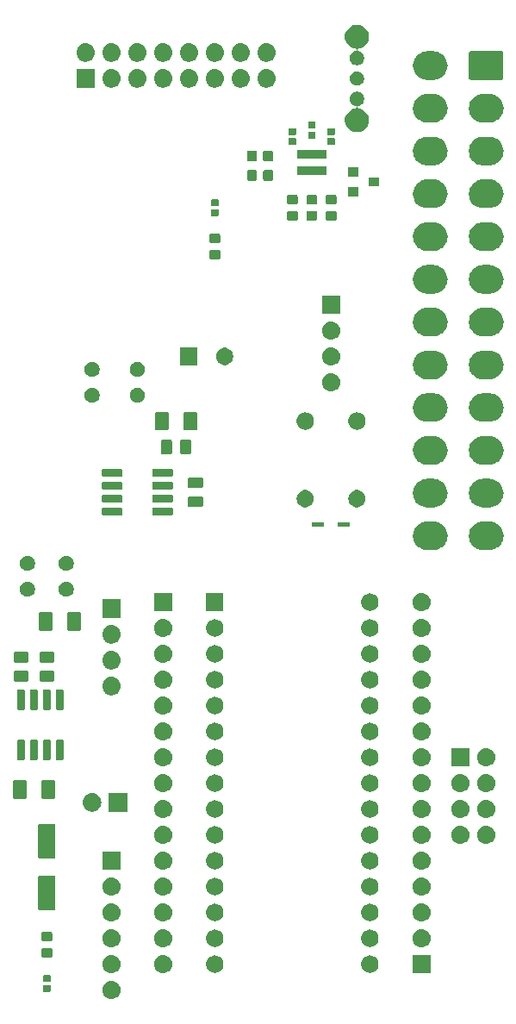
<source format=gbr>
G04 #@! TF.GenerationSoftware,KiCad,Pcbnew,(5.1.2)-1*
G04 #@! TF.CreationDate,2020-04-16T17:30:29+02:00*
G04 #@! TF.ProjectId,Test-PCB_for_Arduino-DAC,54657374-2d50-4434-925f-666f725f4172,0.0.1*
G04 #@! TF.SameCoordinates,Original*
G04 #@! TF.FileFunction,Soldermask,Top*
G04 #@! TF.FilePolarity,Negative*
%FSLAX46Y46*%
G04 Gerber Fmt 4.6, Leading zero omitted, Abs format (unit mm)*
G04 Created by KiCad (PCBNEW (5.1.2)-1) date 2020-04-16 17:30:29*
%MOMM*%
%LPD*%
G04 APERTURE LIST*
%ADD10C,0.100000*%
G04 APERTURE END LIST*
D10*
G36*
X76945442Y-131185518D02*
G01*
X77011627Y-131192037D01*
X77181466Y-131243557D01*
X77337991Y-131327222D01*
X77373729Y-131356552D01*
X77475186Y-131439814D01*
X77558448Y-131541271D01*
X77587778Y-131577009D01*
X77671443Y-131733534D01*
X77722963Y-131903373D01*
X77740359Y-132080000D01*
X77722963Y-132256627D01*
X77671443Y-132426466D01*
X77587778Y-132582991D01*
X77558448Y-132618729D01*
X77475186Y-132720186D01*
X77373729Y-132803448D01*
X77337991Y-132832778D01*
X77181466Y-132916443D01*
X77011627Y-132967963D01*
X76945443Y-132974481D01*
X76879260Y-132981000D01*
X76790740Y-132981000D01*
X76724557Y-132974481D01*
X76658373Y-132967963D01*
X76488534Y-132916443D01*
X76332009Y-132832778D01*
X76296271Y-132803448D01*
X76194814Y-132720186D01*
X76111552Y-132618729D01*
X76082222Y-132582991D01*
X75998557Y-132426466D01*
X75947037Y-132256627D01*
X75929641Y-132080000D01*
X75947037Y-131903373D01*
X75998557Y-131733534D01*
X76082222Y-131577009D01*
X76111552Y-131541271D01*
X76194814Y-131439814D01*
X76296271Y-131356552D01*
X76332009Y-131327222D01*
X76488534Y-131243557D01*
X76658373Y-131192037D01*
X76724558Y-131185518D01*
X76790740Y-131179000D01*
X76879260Y-131179000D01*
X76945442Y-131185518D01*
X76945442Y-131185518D01*
G37*
G36*
X70766938Y-131586716D02*
G01*
X70787557Y-131592971D01*
X70806553Y-131603124D01*
X70823208Y-131616792D01*
X70836876Y-131633447D01*
X70847029Y-131652443D01*
X70853284Y-131673062D01*
X70856000Y-131700640D01*
X70856000Y-132159360D01*
X70853284Y-132186938D01*
X70847029Y-132207557D01*
X70836876Y-132226553D01*
X70823208Y-132243208D01*
X70806553Y-132256876D01*
X70787557Y-132267029D01*
X70766938Y-132273284D01*
X70739360Y-132276000D01*
X70230640Y-132276000D01*
X70203062Y-132273284D01*
X70182443Y-132267029D01*
X70163447Y-132256876D01*
X70146792Y-132243208D01*
X70133124Y-132226553D01*
X70122971Y-132207557D01*
X70116716Y-132186938D01*
X70114000Y-132159360D01*
X70114000Y-131700640D01*
X70116716Y-131673062D01*
X70122971Y-131652443D01*
X70133124Y-131633447D01*
X70146792Y-131616792D01*
X70163447Y-131603124D01*
X70182443Y-131592971D01*
X70203062Y-131586716D01*
X70230640Y-131584000D01*
X70739360Y-131584000D01*
X70766938Y-131586716D01*
X70766938Y-131586716D01*
G37*
G36*
X70766938Y-130616716D02*
G01*
X70787557Y-130622971D01*
X70806553Y-130633124D01*
X70823208Y-130646792D01*
X70836876Y-130663447D01*
X70847029Y-130682443D01*
X70853284Y-130703062D01*
X70856000Y-130730640D01*
X70856000Y-131189360D01*
X70853284Y-131216938D01*
X70847029Y-131237557D01*
X70836876Y-131256553D01*
X70823208Y-131273208D01*
X70806553Y-131286876D01*
X70787557Y-131297029D01*
X70766938Y-131303284D01*
X70739360Y-131306000D01*
X70230640Y-131306000D01*
X70203062Y-131303284D01*
X70182443Y-131297029D01*
X70163447Y-131286876D01*
X70146792Y-131273208D01*
X70133124Y-131256553D01*
X70122971Y-131237557D01*
X70116716Y-131216938D01*
X70114000Y-131189360D01*
X70114000Y-130730640D01*
X70116716Y-130703062D01*
X70122971Y-130682443D01*
X70133124Y-130663447D01*
X70146792Y-130646792D01*
X70163447Y-130633124D01*
X70182443Y-130622971D01*
X70203062Y-130616716D01*
X70230640Y-130614000D01*
X70739360Y-130614000D01*
X70766938Y-130616716D01*
X70766938Y-130616716D01*
G37*
G36*
X76945443Y-128645519D02*
G01*
X77011627Y-128652037D01*
X77181466Y-128703557D01*
X77337991Y-128787222D01*
X77373729Y-128816552D01*
X77475186Y-128899814D01*
X77558448Y-129001271D01*
X77587778Y-129037009D01*
X77671443Y-129193534D01*
X77722963Y-129363373D01*
X77740359Y-129540000D01*
X77722963Y-129716627D01*
X77671443Y-129886466D01*
X77587778Y-130042991D01*
X77558448Y-130078729D01*
X77475186Y-130180186D01*
X77373729Y-130263448D01*
X77337991Y-130292778D01*
X77181466Y-130376443D01*
X77011627Y-130427963D01*
X76945443Y-130434481D01*
X76879260Y-130441000D01*
X76790740Y-130441000D01*
X76724557Y-130434481D01*
X76658373Y-130427963D01*
X76488534Y-130376443D01*
X76332009Y-130292778D01*
X76296271Y-130263448D01*
X76194814Y-130180186D01*
X76111552Y-130078729D01*
X76082222Y-130042991D01*
X75998557Y-129886466D01*
X75947037Y-129716627D01*
X75929641Y-129540000D01*
X75947037Y-129363373D01*
X75998557Y-129193534D01*
X76082222Y-129037009D01*
X76111552Y-129001271D01*
X76194814Y-128899814D01*
X76296271Y-128816552D01*
X76332009Y-128787222D01*
X76488534Y-128703557D01*
X76658373Y-128652037D01*
X76724557Y-128645519D01*
X76790740Y-128639000D01*
X76879260Y-128639000D01*
X76945443Y-128645519D01*
X76945443Y-128645519D01*
G37*
G36*
X108216000Y-130441000D02*
G01*
X106414000Y-130441000D01*
X106414000Y-128639000D01*
X108216000Y-128639000D01*
X108216000Y-130441000D01*
X108216000Y-130441000D01*
G37*
G36*
X82025443Y-128645519D02*
G01*
X82091627Y-128652037D01*
X82261466Y-128703557D01*
X82417991Y-128787222D01*
X82453729Y-128816552D01*
X82555186Y-128899814D01*
X82638448Y-129001271D01*
X82667778Y-129037009D01*
X82751443Y-129193534D01*
X82802963Y-129363373D01*
X82820359Y-129540000D01*
X82802963Y-129716627D01*
X82751443Y-129886466D01*
X82667778Y-130042991D01*
X82638448Y-130078729D01*
X82555186Y-130180186D01*
X82453729Y-130263448D01*
X82417991Y-130292778D01*
X82261466Y-130376443D01*
X82091627Y-130427963D01*
X82025443Y-130434481D01*
X81959260Y-130441000D01*
X81870740Y-130441000D01*
X81804557Y-130434481D01*
X81738373Y-130427963D01*
X81568534Y-130376443D01*
X81412009Y-130292778D01*
X81376271Y-130263448D01*
X81274814Y-130180186D01*
X81191552Y-130078729D01*
X81162222Y-130042991D01*
X81078557Y-129886466D01*
X81027037Y-129716627D01*
X81009641Y-129540000D01*
X81027037Y-129363373D01*
X81078557Y-129193534D01*
X81162222Y-129037009D01*
X81191552Y-129001271D01*
X81274814Y-128899814D01*
X81376271Y-128816552D01*
X81412009Y-128787222D01*
X81568534Y-128703557D01*
X81738373Y-128652037D01*
X81804557Y-128645519D01*
X81870740Y-128639000D01*
X81959260Y-128639000D01*
X82025443Y-128645519D01*
X82025443Y-128645519D01*
G37*
G36*
X87161823Y-128701313D02*
G01*
X87322242Y-128749976D01*
X87391922Y-128787221D01*
X87470078Y-128828996D01*
X87599659Y-128935341D01*
X87706004Y-129064922D01*
X87706005Y-129064924D01*
X87785024Y-129212758D01*
X87833687Y-129373177D01*
X87850117Y-129540000D01*
X87833687Y-129706823D01*
X87785024Y-129867242D01*
X87774747Y-129886468D01*
X87706004Y-130015078D01*
X87599659Y-130144659D01*
X87470078Y-130251004D01*
X87470076Y-130251005D01*
X87322242Y-130330024D01*
X87161823Y-130378687D01*
X87036804Y-130391000D01*
X86953196Y-130391000D01*
X86828177Y-130378687D01*
X86667758Y-130330024D01*
X86519924Y-130251005D01*
X86519922Y-130251004D01*
X86390341Y-130144659D01*
X86283996Y-130015078D01*
X86215253Y-129886468D01*
X86204976Y-129867242D01*
X86156313Y-129706823D01*
X86139883Y-129540000D01*
X86156313Y-129373177D01*
X86204976Y-129212758D01*
X86283995Y-129064924D01*
X86283996Y-129064922D01*
X86390341Y-128935341D01*
X86519922Y-128828996D01*
X86598078Y-128787221D01*
X86667758Y-128749976D01*
X86828177Y-128701313D01*
X86953196Y-128689000D01*
X87036804Y-128689000D01*
X87161823Y-128701313D01*
X87161823Y-128701313D01*
G37*
G36*
X102401823Y-128701313D02*
G01*
X102562242Y-128749976D01*
X102631922Y-128787221D01*
X102710078Y-128828996D01*
X102839659Y-128935341D01*
X102946004Y-129064922D01*
X102946005Y-129064924D01*
X103025024Y-129212758D01*
X103073687Y-129373177D01*
X103090117Y-129540000D01*
X103073687Y-129706823D01*
X103025024Y-129867242D01*
X103014747Y-129886468D01*
X102946004Y-130015078D01*
X102839659Y-130144659D01*
X102710078Y-130251004D01*
X102710076Y-130251005D01*
X102562242Y-130330024D01*
X102401823Y-130378687D01*
X102276804Y-130391000D01*
X102193196Y-130391000D01*
X102068177Y-130378687D01*
X101907758Y-130330024D01*
X101759924Y-130251005D01*
X101759922Y-130251004D01*
X101630341Y-130144659D01*
X101523996Y-130015078D01*
X101455253Y-129886468D01*
X101444976Y-129867242D01*
X101396313Y-129706823D01*
X101379883Y-129540000D01*
X101396313Y-129373177D01*
X101444976Y-129212758D01*
X101523995Y-129064924D01*
X101523996Y-129064922D01*
X101630341Y-128935341D01*
X101759922Y-128828996D01*
X101838078Y-128787221D01*
X101907758Y-128749976D01*
X102068177Y-128701313D01*
X102193196Y-128689000D01*
X102276804Y-128689000D01*
X102401823Y-128701313D01*
X102401823Y-128701313D01*
G37*
G36*
X70864591Y-127938085D02*
G01*
X70898569Y-127948393D01*
X70929890Y-127965134D01*
X70957339Y-127987661D01*
X70979866Y-128015110D01*
X70996607Y-128046431D01*
X71006915Y-128080409D01*
X71011000Y-128121890D01*
X71011000Y-128723110D01*
X71006915Y-128764591D01*
X70996607Y-128798569D01*
X70979866Y-128829890D01*
X70957339Y-128857339D01*
X70929890Y-128879866D01*
X70898569Y-128896607D01*
X70864591Y-128906915D01*
X70823110Y-128911000D01*
X70146890Y-128911000D01*
X70105409Y-128906915D01*
X70071431Y-128896607D01*
X70040110Y-128879866D01*
X70012661Y-128857339D01*
X69990134Y-128829890D01*
X69973393Y-128798569D01*
X69963085Y-128764591D01*
X69959000Y-128723110D01*
X69959000Y-128121890D01*
X69963085Y-128080409D01*
X69973393Y-128046431D01*
X69990134Y-128015110D01*
X70012661Y-127987661D01*
X70040110Y-127965134D01*
X70071431Y-127948393D01*
X70105409Y-127938085D01*
X70146890Y-127934000D01*
X70823110Y-127934000D01*
X70864591Y-127938085D01*
X70864591Y-127938085D01*
G37*
G36*
X76945443Y-126105519D02*
G01*
X77011627Y-126112037D01*
X77181466Y-126163557D01*
X77337991Y-126247222D01*
X77373729Y-126276552D01*
X77475186Y-126359814D01*
X77541082Y-126440110D01*
X77587778Y-126497009D01*
X77671443Y-126653534D01*
X77722963Y-126823373D01*
X77740359Y-127000000D01*
X77722963Y-127176627D01*
X77671443Y-127346466D01*
X77587778Y-127502991D01*
X77558448Y-127538729D01*
X77475186Y-127640186D01*
X77373729Y-127723448D01*
X77337991Y-127752778D01*
X77181466Y-127836443D01*
X77011627Y-127887963D01*
X76945442Y-127894482D01*
X76879260Y-127901000D01*
X76790740Y-127901000D01*
X76724558Y-127894482D01*
X76658373Y-127887963D01*
X76488534Y-127836443D01*
X76332009Y-127752778D01*
X76296271Y-127723448D01*
X76194814Y-127640186D01*
X76111552Y-127538729D01*
X76082222Y-127502991D01*
X75998557Y-127346466D01*
X75947037Y-127176627D01*
X75929641Y-127000000D01*
X75947037Y-126823373D01*
X75998557Y-126653534D01*
X76082222Y-126497009D01*
X76128918Y-126440110D01*
X76194814Y-126359814D01*
X76296271Y-126276552D01*
X76332009Y-126247222D01*
X76488534Y-126163557D01*
X76658373Y-126112037D01*
X76724557Y-126105519D01*
X76790740Y-126099000D01*
X76879260Y-126099000D01*
X76945443Y-126105519D01*
X76945443Y-126105519D01*
G37*
G36*
X82025443Y-126105519D02*
G01*
X82091627Y-126112037D01*
X82261466Y-126163557D01*
X82417991Y-126247222D01*
X82453729Y-126276552D01*
X82555186Y-126359814D01*
X82621082Y-126440110D01*
X82667778Y-126497009D01*
X82751443Y-126653534D01*
X82802963Y-126823373D01*
X82820359Y-127000000D01*
X82802963Y-127176627D01*
X82751443Y-127346466D01*
X82667778Y-127502991D01*
X82638448Y-127538729D01*
X82555186Y-127640186D01*
X82453729Y-127723448D01*
X82417991Y-127752778D01*
X82261466Y-127836443D01*
X82091627Y-127887963D01*
X82025442Y-127894482D01*
X81959260Y-127901000D01*
X81870740Y-127901000D01*
X81804558Y-127894482D01*
X81738373Y-127887963D01*
X81568534Y-127836443D01*
X81412009Y-127752778D01*
X81376271Y-127723448D01*
X81274814Y-127640186D01*
X81191552Y-127538729D01*
X81162222Y-127502991D01*
X81078557Y-127346466D01*
X81027037Y-127176627D01*
X81009641Y-127000000D01*
X81027037Y-126823373D01*
X81078557Y-126653534D01*
X81162222Y-126497009D01*
X81208918Y-126440110D01*
X81274814Y-126359814D01*
X81376271Y-126276552D01*
X81412009Y-126247222D01*
X81568534Y-126163557D01*
X81738373Y-126112037D01*
X81804557Y-126105519D01*
X81870740Y-126099000D01*
X81959260Y-126099000D01*
X82025443Y-126105519D01*
X82025443Y-126105519D01*
G37*
G36*
X107425443Y-126105519D02*
G01*
X107491627Y-126112037D01*
X107661466Y-126163557D01*
X107817991Y-126247222D01*
X107853729Y-126276552D01*
X107955186Y-126359814D01*
X108021082Y-126440110D01*
X108067778Y-126497009D01*
X108151443Y-126653534D01*
X108202963Y-126823373D01*
X108220359Y-127000000D01*
X108202963Y-127176627D01*
X108151443Y-127346466D01*
X108067778Y-127502991D01*
X108038448Y-127538729D01*
X107955186Y-127640186D01*
X107853729Y-127723448D01*
X107817991Y-127752778D01*
X107661466Y-127836443D01*
X107491627Y-127887963D01*
X107425442Y-127894482D01*
X107359260Y-127901000D01*
X107270740Y-127901000D01*
X107204558Y-127894482D01*
X107138373Y-127887963D01*
X106968534Y-127836443D01*
X106812009Y-127752778D01*
X106776271Y-127723448D01*
X106674814Y-127640186D01*
X106591552Y-127538729D01*
X106562222Y-127502991D01*
X106478557Y-127346466D01*
X106427037Y-127176627D01*
X106409641Y-127000000D01*
X106427037Y-126823373D01*
X106478557Y-126653534D01*
X106562222Y-126497009D01*
X106608918Y-126440110D01*
X106674814Y-126359814D01*
X106776271Y-126276552D01*
X106812009Y-126247222D01*
X106968534Y-126163557D01*
X107138373Y-126112037D01*
X107204557Y-126105519D01*
X107270740Y-126099000D01*
X107359260Y-126099000D01*
X107425443Y-126105519D01*
X107425443Y-126105519D01*
G37*
G36*
X87161823Y-126161313D02*
G01*
X87322242Y-126209976D01*
X87391922Y-126247221D01*
X87470078Y-126288996D01*
X87599659Y-126395341D01*
X87706004Y-126524922D01*
X87706005Y-126524924D01*
X87785024Y-126672758D01*
X87833687Y-126833177D01*
X87850117Y-127000000D01*
X87833687Y-127166823D01*
X87785024Y-127327242D01*
X87774747Y-127346468D01*
X87706004Y-127475078D01*
X87599659Y-127604659D01*
X87470078Y-127711004D01*
X87470076Y-127711005D01*
X87322242Y-127790024D01*
X87161823Y-127838687D01*
X87036804Y-127851000D01*
X86953196Y-127851000D01*
X86828177Y-127838687D01*
X86667758Y-127790024D01*
X86519924Y-127711005D01*
X86519922Y-127711004D01*
X86390341Y-127604659D01*
X86283996Y-127475078D01*
X86215253Y-127346468D01*
X86204976Y-127327242D01*
X86156313Y-127166823D01*
X86139883Y-127000000D01*
X86156313Y-126833177D01*
X86204976Y-126672758D01*
X86283995Y-126524924D01*
X86283996Y-126524922D01*
X86390341Y-126395341D01*
X86519922Y-126288996D01*
X86598078Y-126247221D01*
X86667758Y-126209976D01*
X86828177Y-126161313D01*
X86953196Y-126149000D01*
X87036804Y-126149000D01*
X87161823Y-126161313D01*
X87161823Y-126161313D01*
G37*
G36*
X102401823Y-126161313D02*
G01*
X102562242Y-126209976D01*
X102631922Y-126247221D01*
X102710078Y-126288996D01*
X102839659Y-126395341D01*
X102946004Y-126524922D01*
X102946005Y-126524924D01*
X103025024Y-126672758D01*
X103073687Y-126833177D01*
X103090117Y-127000000D01*
X103073687Y-127166823D01*
X103025024Y-127327242D01*
X103014747Y-127346468D01*
X102946004Y-127475078D01*
X102839659Y-127604659D01*
X102710078Y-127711004D01*
X102710076Y-127711005D01*
X102562242Y-127790024D01*
X102401823Y-127838687D01*
X102276804Y-127851000D01*
X102193196Y-127851000D01*
X102068177Y-127838687D01*
X101907758Y-127790024D01*
X101759924Y-127711005D01*
X101759922Y-127711004D01*
X101630341Y-127604659D01*
X101523996Y-127475078D01*
X101455253Y-127346468D01*
X101444976Y-127327242D01*
X101396313Y-127166823D01*
X101379883Y-127000000D01*
X101396313Y-126833177D01*
X101444976Y-126672758D01*
X101523995Y-126524924D01*
X101523996Y-126524922D01*
X101630341Y-126395341D01*
X101759922Y-126288996D01*
X101838078Y-126247221D01*
X101907758Y-126209976D01*
X102068177Y-126161313D01*
X102193196Y-126149000D01*
X102276804Y-126149000D01*
X102401823Y-126161313D01*
X102401823Y-126161313D01*
G37*
G36*
X70864591Y-126363085D02*
G01*
X70898569Y-126373393D01*
X70929890Y-126390134D01*
X70957339Y-126412661D01*
X70979866Y-126440110D01*
X70996607Y-126471431D01*
X71006915Y-126505409D01*
X71011000Y-126546890D01*
X71011000Y-127148110D01*
X71006915Y-127189591D01*
X70996607Y-127223569D01*
X70979866Y-127254890D01*
X70957339Y-127282339D01*
X70929890Y-127304866D01*
X70898569Y-127321607D01*
X70864591Y-127331915D01*
X70823110Y-127336000D01*
X70146890Y-127336000D01*
X70105409Y-127331915D01*
X70071431Y-127321607D01*
X70040110Y-127304866D01*
X70012661Y-127282339D01*
X69990134Y-127254890D01*
X69973393Y-127223569D01*
X69963085Y-127189591D01*
X69959000Y-127148110D01*
X69959000Y-126546890D01*
X69963085Y-126505409D01*
X69973393Y-126471431D01*
X69990134Y-126440110D01*
X70012661Y-126412661D01*
X70040110Y-126390134D01*
X70071431Y-126373393D01*
X70105409Y-126363085D01*
X70146890Y-126359000D01*
X70823110Y-126359000D01*
X70864591Y-126363085D01*
X70864591Y-126363085D01*
G37*
G36*
X76945442Y-123565518D02*
G01*
X77011627Y-123572037D01*
X77181466Y-123623557D01*
X77337991Y-123707222D01*
X77373729Y-123736552D01*
X77475186Y-123819814D01*
X77558448Y-123921271D01*
X77587778Y-123957009D01*
X77671443Y-124113534D01*
X77722963Y-124283373D01*
X77740359Y-124460000D01*
X77722963Y-124636627D01*
X77671443Y-124806466D01*
X77587778Y-124962991D01*
X77558448Y-124998729D01*
X77475186Y-125100186D01*
X77373729Y-125183448D01*
X77337991Y-125212778D01*
X77181466Y-125296443D01*
X77011627Y-125347963D01*
X76945442Y-125354482D01*
X76879260Y-125361000D01*
X76790740Y-125361000D01*
X76724558Y-125354482D01*
X76658373Y-125347963D01*
X76488534Y-125296443D01*
X76332009Y-125212778D01*
X76296271Y-125183448D01*
X76194814Y-125100186D01*
X76111552Y-124998729D01*
X76082222Y-124962991D01*
X75998557Y-124806466D01*
X75947037Y-124636627D01*
X75929641Y-124460000D01*
X75947037Y-124283373D01*
X75998557Y-124113534D01*
X76082222Y-123957009D01*
X76111552Y-123921271D01*
X76194814Y-123819814D01*
X76296271Y-123736552D01*
X76332009Y-123707222D01*
X76488534Y-123623557D01*
X76658373Y-123572037D01*
X76724558Y-123565518D01*
X76790740Y-123559000D01*
X76879260Y-123559000D01*
X76945442Y-123565518D01*
X76945442Y-123565518D01*
G37*
G36*
X82025442Y-123565518D02*
G01*
X82091627Y-123572037D01*
X82261466Y-123623557D01*
X82417991Y-123707222D01*
X82453729Y-123736552D01*
X82555186Y-123819814D01*
X82638448Y-123921271D01*
X82667778Y-123957009D01*
X82751443Y-124113534D01*
X82802963Y-124283373D01*
X82820359Y-124460000D01*
X82802963Y-124636627D01*
X82751443Y-124806466D01*
X82667778Y-124962991D01*
X82638448Y-124998729D01*
X82555186Y-125100186D01*
X82453729Y-125183448D01*
X82417991Y-125212778D01*
X82261466Y-125296443D01*
X82091627Y-125347963D01*
X82025442Y-125354482D01*
X81959260Y-125361000D01*
X81870740Y-125361000D01*
X81804558Y-125354482D01*
X81738373Y-125347963D01*
X81568534Y-125296443D01*
X81412009Y-125212778D01*
X81376271Y-125183448D01*
X81274814Y-125100186D01*
X81191552Y-124998729D01*
X81162222Y-124962991D01*
X81078557Y-124806466D01*
X81027037Y-124636627D01*
X81009641Y-124460000D01*
X81027037Y-124283373D01*
X81078557Y-124113534D01*
X81162222Y-123957009D01*
X81191552Y-123921271D01*
X81274814Y-123819814D01*
X81376271Y-123736552D01*
X81412009Y-123707222D01*
X81568534Y-123623557D01*
X81738373Y-123572037D01*
X81804558Y-123565518D01*
X81870740Y-123559000D01*
X81959260Y-123559000D01*
X82025442Y-123565518D01*
X82025442Y-123565518D01*
G37*
G36*
X107425442Y-123565518D02*
G01*
X107491627Y-123572037D01*
X107661466Y-123623557D01*
X107817991Y-123707222D01*
X107853729Y-123736552D01*
X107955186Y-123819814D01*
X108038448Y-123921271D01*
X108067778Y-123957009D01*
X108151443Y-124113534D01*
X108202963Y-124283373D01*
X108220359Y-124460000D01*
X108202963Y-124636627D01*
X108151443Y-124806466D01*
X108067778Y-124962991D01*
X108038448Y-124998729D01*
X107955186Y-125100186D01*
X107853729Y-125183448D01*
X107817991Y-125212778D01*
X107661466Y-125296443D01*
X107491627Y-125347963D01*
X107425442Y-125354482D01*
X107359260Y-125361000D01*
X107270740Y-125361000D01*
X107204558Y-125354482D01*
X107138373Y-125347963D01*
X106968534Y-125296443D01*
X106812009Y-125212778D01*
X106776271Y-125183448D01*
X106674814Y-125100186D01*
X106591552Y-124998729D01*
X106562222Y-124962991D01*
X106478557Y-124806466D01*
X106427037Y-124636627D01*
X106409641Y-124460000D01*
X106427037Y-124283373D01*
X106478557Y-124113534D01*
X106562222Y-123957009D01*
X106591552Y-123921271D01*
X106674814Y-123819814D01*
X106776271Y-123736552D01*
X106812009Y-123707222D01*
X106968534Y-123623557D01*
X107138373Y-123572037D01*
X107204558Y-123565518D01*
X107270740Y-123559000D01*
X107359260Y-123559000D01*
X107425442Y-123565518D01*
X107425442Y-123565518D01*
G37*
G36*
X87161823Y-123621313D02*
G01*
X87322242Y-123669976D01*
X87391922Y-123707221D01*
X87470078Y-123748996D01*
X87599659Y-123855341D01*
X87706004Y-123984922D01*
X87706005Y-123984924D01*
X87785024Y-124132758D01*
X87833687Y-124293177D01*
X87850117Y-124460000D01*
X87833687Y-124626823D01*
X87785024Y-124787242D01*
X87774747Y-124806468D01*
X87706004Y-124935078D01*
X87599659Y-125064659D01*
X87470078Y-125171004D01*
X87470076Y-125171005D01*
X87322242Y-125250024D01*
X87161823Y-125298687D01*
X87036804Y-125311000D01*
X86953196Y-125311000D01*
X86828177Y-125298687D01*
X86667758Y-125250024D01*
X86519924Y-125171005D01*
X86519922Y-125171004D01*
X86390341Y-125064659D01*
X86283996Y-124935078D01*
X86215253Y-124806468D01*
X86204976Y-124787242D01*
X86156313Y-124626823D01*
X86139883Y-124460000D01*
X86156313Y-124293177D01*
X86204976Y-124132758D01*
X86283995Y-123984924D01*
X86283996Y-123984922D01*
X86390341Y-123855341D01*
X86519922Y-123748996D01*
X86598078Y-123707221D01*
X86667758Y-123669976D01*
X86828177Y-123621313D01*
X86953196Y-123609000D01*
X87036804Y-123609000D01*
X87161823Y-123621313D01*
X87161823Y-123621313D01*
G37*
G36*
X102401823Y-123621313D02*
G01*
X102562242Y-123669976D01*
X102631922Y-123707221D01*
X102710078Y-123748996D01*
X102839659Y-123855341D01*
X102946004Y-123984922D01*
X102946005Y-123984924D01*
X103025024Y-124132758D01*
X103073687Y-124293177D01*
X103090117Y-124460000D01*
X103073687Y-124626823D01*
X103025024Y-124787242D01*
X103014747Y-124806468D01*
X102946004Y-124935078D01*
X102839659Y-125064659D01*
X102710078Y-125171004D01*
X102710076Y-125171005D01*
X102562242Y-125250024D01*
X102401823Y-125298687D01*
X102276804Y-125311000D01*
X102193196Y-125311000D01*
X102068177Y-125298687D01*
X101907758Y-125250024D01*
X101759924Y-125171005D01*
X101759922Y-125171004D01*
X101630341Y-125064659D01*
X101523996Y-124935078D01*
X101455253Y-124806468D01*
X101444976Y-124787242D01*
X101396313Y-124626823D01*
X101379883Y-124460000D01*
X101396313Y-124293177D01*
X101444976Y-124132758D01*
X101523995Y-123984924D01*
X101523996Y-123984922D01*
X101630341Y-123855341D01*
X101759922Y-123748996D01*
X101838078Y-123707221D01*
X101907758Y-123669976D01*
X102068177Y-123621313D01*
X102193196Y-123609000D01*
X102276804Y-123609000D01*
X102401823Y-123621313D01*
X102401823Y-123621313D01*
G37*
G36*
X71190997Y-120843051D02*
G01*
X71224652Y-120853261D01*
X71255665Y-120869838D01*
X71282851Y-120892149D01*
X71305162Y-120919335D01*
X71321739Y-120950348D01*
X71331949Y-120984003D01*
X71336000Y-121025138D01*
X71336000Y-124079862D01*
X71331949Y-124120997D01*
X71321739Y-124154652D01*
X71305162Y-124185665D01*
X71282851Y-124212851D01*
X71255665Y-124235162D01*
X71224652Y-124251739D01*
X71190997Y-124261949D01*
X71149862Y-124266000D01*
X69820138Y-124266000D01*
X69779003Y-124261949D01*
X69745348Y-124251739D01*
X69714335Y-124235162D01*
X69687149Y-124212851D01*
X69664838Y-124185665D01*
X69648261Y-124154652D01*
X69638051Y-124120997D01*
X69634000Y-124079862D01*
X69634000Y-121025138D01*
X69638051Y-120984003D01*
X69648261Y-120950348D01*
X69664838Y-120919335D01*
X69687149Y-120892149D01*
X69714335Y-120869838D01*
X69745348Y-120853261D01*
X69779003Y-120843051D01*
X69820138Y-120839000D01*
X71149862Y-120839000D01*
X71190997Y-120843051D01*
X71190997Y-120843051D01*
G37*
G36*
X82021579Y-121025138D02*
G01*
X82091627Y-121032037D01*
X82261466Y-121083557D01*
X82417991Y-121167222D01*
X82453729Y-121196552D01*
X82555186Y-121279814D01*
X82638448Y-121381271D01*
X82667778Y-121417009D01*
X82751443Y-121573534D01*
X82802963Y-121743373D01*
X82820359Y-121920000D01*
X82802963Y-122096627D01*
X82751443Y-122266466D01*
X82667778Y-122422991D01*
X82638448Y-122458729D01*
X82555186Y-122560186D01*
X82453729Y-122643448D01*
X82417991Y-122672778D01*
X82261466Y-122756443D01*
X82091627Y-122807963D01*
X82025443Y-122814481D01*
X81959260Y-122821000D01*
X81870740Y-122821000D01*
X81804557Y-122814481D01*
X81738373Y-122807963D01*
X81568534Y-122756443D01*
X81412009Y-122672778D01*
X81376271Y-122643448D01*
X81274814Y-122560186D01*
X81191552Y-122458729D01*
X81162222Y-122422991D01*
X81078557Y-122266466D01*
X81027037Y-122096627D01*
X81009641Y-121920000D01*
X81027037Y-121743373D01*
X81078557Y-121573534D01*
X81162222Y-121417009D01*
X81191552Y-121381271D01*
X81274814Y-121279814D01*
X81376271Y-121196552D01*
X81412009Y-121167222D01*
X81568534Y-121083557D01*
X81738373Y-121032037D01*
X81808421Y-121025138D01*
X81870740Y-121019000D01*
X81959260Y-121019000D01*
X82021579Y-121025138D01*
X82021579Y-121025138D01*
G37*
G36*
X76941579Y-121025138D02*
G01*
X77011627Y-121032037D01*
X77181466Y-121083557D01*
X77337991Y-121167222D01*
X77373729Y-121196552D01*
X77475186Y-121279814D01*
X77558448Y-121381271D01*
X77587778Y-121417009D01*
X77671443Y-121573534D01*
X77722963Y-121743373D01*
X77740359Y-121920000D01*
X77722963Y-122096627D01*
X77671443Y-122266466D01*
X77587778Y-122422991D01*
X77558448Y-122458729D01*
X77475186Y-122560186D01*
X77373729Y-122643448D01*
X77337991Y-122672778D01*
X77181466Y-122756443D01*
X77011627Y-122807963D01*
X76945443Y-122814481D01*
X76879260Y-122821000D01*
X76790740Y-122821000D01*
X76724557Y-122814481D01*
X76658373Y-122807963D01*
X76488534Y-122756443D01*
X76332009Y-122672778D01*
X76296271Y-122643448D01*
X76194814Y-122560186D01*
X76111552Y-122458729D01*
X76082222Y-122422991D01*
X75998557Y-122266466D01*
X75947037Y-122096627D01*
X75929641Y-121920000D01*
X75947037Y-121743373D01*
X75998557Y-121573534D01*
X76082222Y-121417009D01*
X76111552Y-121381271D01*
X76194814Y-121279814D01*
X76296271Y-121196552D01*
X76332009Y-121167222D01*
X76488534Y-121083557D01*
X76658373Y-121032037D01*
X76728421Y-121025138D01*
X76790740Y-121019000D01*
X76879260Y-121019000D01*
X76941579Y-121025138D01*
X76941579Y-121025138D01*
G37*
G36*
X107421579Y-121025138D02*
G01*
X107491627Y-121032037D01*
X107661466Y-121083557D01*
X107817991Y-121167222D01*
X107853729Y-121196552D01*
X107955186Y-121279814D01*
X108038448Y-121381271D01*
X108067778Y-121417009D01*
X108151443Y-121573534D01*
X108202963Y-121743373D01*
X108220359Y-121920000D01*
X108202963Y-122096627D01*
X108151443Y-122266466D01*
X108067778Y-122422991D01*
X108038448Y-122458729D01*
X107955186Y-122560186D01*
X107853729Y-122643448D01*
X107817991Y-122672778D01*
X107661466Y-122756443D01*
X107491627Y-122807963D01*
X107425443Y-122814481D01*
X107359260Y-122821000D01*
X107270740Y-122821000D01*
X107204557Y-122814481D01*
X107138373Y-122807963D01*
X106968534Y-122756443D01*
X106812009Y-122672778D01*
X106776271Y-122643448D01*
X106674814Y-122560186D01*
X106591552Y-122458729D01*
X106562222Y-122422991D01*
X106478557Y-122266466D01*
X106427037Y-122096627D01*
X106409641Y-121920000D01*
X106427037Y-121743373D01*
X106478557Y-121573534D01*
X106562222Y-121417009D01*
X106591552Y-121381271D01*
X106674814Y-121279814D01*
X106776271Y-121196552D01*
X106812009Y-121167222D01*
X106968534Y-121083557D01*
X107138373Y-121032037D01*
X107208421Y-121025138D01*
X107270740Y-121019000D01*
X107359260Y-121019000D01*
X107421579Y-121025138D01*
X107421579Y-121025138D01*
G37*
G36*
X102401823Y-121081313D02*
G01*
X102562242Y-121129976D01*
X102631922Y-121167221D01*
X102710078Y-121208996D01*
X102839659Y-121315341D01*
X102946004Y-121444922D01*
X102946005Y-121444924D01*
X103025024Y-121592758D01*
X103073687Y-121753177D01*
X103090117Y-121920000D01*
X103073687Y-122086823D01*
X103025024Y-122247242D01*
X103014747Y-122266468D01*
X102946004Y-122395078D01*
X102839659Y-122524659D01*
X102710078Y-122631004D01*
X102710076Y-122631005D01*
X102562242Y-122710024D01*
X102401823Y-122758687D01*
X102276804Y-122771000D01*
X102193196Y-122771000D01*
X102068177Y-122758687D01*
X101907758Y-122710024D01*
X101759924Y-122631005D01*
X101759922Y-122631004D01*
X101630341Y-122524659D01*
X101523996Y-122395078D01*
X101455253Y-122266468D01*
X101444976Y-122247242D01*
X101396313Y-122086823D01*
X101379883Y-121920000D01*
X101396313Y-121753177D01*
X101444976Y-121592758D01*
X101523995Y-121444924D01*
X101523996Y-121444922D01*
X101630341Y-121315341D01*
X101759922Y-121208996D01*
X101838078Y-121167221D01*
X101907758Y-121129976D01*
X102068177Y-121081313D01*
X102193196Y-121069000D01*
X102276804Y-121069000D01*
X102401823Y-121081313D01*
X102401823Y-121081313D01*
G37*
G36*
X87161823Y-121081313D02*
G01*
X87322242Y-121129976D01*
X87391922Y-121167221D01*
X87470078Y-121208996D01*
X87599659Y-121315341D01*
X87706004Y-121444922D01*
X87706005Y-121444924D01*
X87785024Y-121592758D01*
X87833687Y-121753177D01*
X87850117Y-121920000D01*
X87833687Y-122086823D01*
X87785024Y-122247242D01*
X87774747Y-122266468D01*
X87706004Y-122395078D01*
X87599659Y-122524659D01*
X87470078Y-122631004D01*
X87470076Y-122631005D01*
X87322242Y-122710024D01*
X87161823Y-122758687D01*
X87036804Y-122771000D01*
X86953196Y-122771000D01*
X86828177Y-122758687D01*
X86667758Y-122710024D01*
X86519924Y-122631005D01*
X86519922Y-122631004D01*
X86390341Y-122524659D01*
X86283996Y-122395078D01*
X86215253Y-122266468D01*
X86204976Y-122247242D01*
X86156313Y-122086823D01*
X86139883Y-121920000D01*
X86156313Y-121753177D01*
X86204976Y-121592758D01*
X86283995Y-121444924D01*
X86283996Y-121444922D01*
X86390341Y-121315341D01*
X86519922Y-121208996D01*
X86598078Y-121167221D01*
X86667758Y-121129976D01*
X86828177Y-121081313D01*
X86953196Y-121069000D01*
X87036804Y-121069000D01*
X87161823Y-121081313D01*
X87161823Y-121081313D01*
G37*
G36*
X77736000Y-120281000D02*
G01*
X75934000Y-120281000D01*
X75934000Y-118479000D01*
X77736000Y-118479000D01*
X77736000Y-120281000D01*
X77736000Y-120281000D01*
G37*
G36*
X82025442Y-118485518D02*
G01*
X82091627Y-118492037D01*
X82261466Y-118543557D01*
X82417991Y-118627222D01*
X82453729Y-118656552D01*
X82555186Y-118739814D01*
X82638448Y-118841271D01*
X82667778Y-118877009D01*
X82751443Y-119033534D01*
X82802963Y-119203373D01*
X82820359Y-119380000D01*
X82802963Y-119556627D01*
X82751443Y-119726466D01*
X82667778Y-119882991D01*
X82638448Y-119918729D01*
X82555186Y-120020186D01*
X82453729Y-120103448D01*
X82417991Y-120132778D01*
X82261466Y-120216443D01*
X82091627Y-120267963D01*
X82025442Y-120274482D01*
X81959260Y-120281000D01*
X81870740Y-120281000D01*
X81804558Y-120274482D01*
X81738373Y-120267963D01*
X81568534Y-120216443D01*
X81412009Y-120132778D01*
X81376271Y-120103448D01*
X81274814Y-120020186D01*
X81191552Y-119918729D01*
X81162222Y-119882991D01*
X81078557Y-119726466D01*
X81027037Y-119556627D01*
X81009641Y-119380000D01*
X81027037Y-119203373D01*
X81078557Y-119033534D01*
X81162222Y-118877009D01*
X81191552Y-118841271D01*
X81274814Y-118739814D01*
X81376271Y-118656552D01*
X81412009Y-118627222D01*
X81568534Y-118543557D01*
X81738373Y-118492037D01*
X81804558Y-118485518D01*
X81870740Y-118479000D01*
X81959260Y-118479000D01*
X82025442Y-118485518D01*
X82025442Y-118485518D01*
G37*
G36*
X107425442Y-118485518D02*
G01*
X107491627Y-118492037D01*
X107661466Y-118543557D01*
X107817991Y-118627222D01*
X107853729Y-118656552D01*
X107955186Y-118739814D01*
X108038448Y-118841271D01*
X108067778Y-118877009D01*
X108151443Y-119033534D01*
X108202963Y-119203373D01*
X108220359Y-119380000D01*
X108202963Y-119556627D01*
X108151443Y-119726466D01*
X108067778Y-119882991D01*
X108038448Y-119918729D01*
X107955186Y-120020186D01*
X107853729Y-120103448D01*
X107817991Y-120132778D01*
X107661466Y-120216443D01*
X107491627Y-120267963D01*
X107425442Y-120274482D01*
X107359260Y-120281000D01*
X107270740Y-120281000D01*
X107204558Y-120274482D01*
X107138373Y-120267963D01*
X106968534Y-120216443D01*
X106812009Y-120132778D01*
X106776271Y-120103448D01*
X106674814Y-120020186D01*
X106591552Y-119918729D01*
X106562222Y-119882991D01*
X106478557Y-119726466D01*
X106427037Y-119556627D01*
X106409641Y-119380000D01*
X106427037Y-119203373D01*
X106478557Y-119033534D01*
X106562222Y-118877009D01*
X106591552Y-118841271D01*
X106674814Y-118739814D01*
X106776271Y-118656552D01*
X106812009Y-118627222D01*
X106968534Y-118543557D01*
X107138373Y-118492037D01*
X107204558Y-118485518D01*
X107270740Y-118479000D01*
X107359260Y-118479000D01*
X107425442Y-118485518D01*
X107425442Y-118485518D01*
G37*
G36*
X102401823Y-118541313D02*
G01*
X102562242Y-118589976D01*
X102631922Y-118627221D01*
X102710078Y-118668996D01*
X102839659Y-118775341D01*
X102946004Y-118904922D01*
X102946005Y-118904924D01*
X103025024Y-119052758D01*
X103073687Y-119213177D01*
X103090117Y-119380000D01*
X103073687Y-119546823D01*
X103025024Y-119707242D01*
X103014747Y-119726468D01*
X102946004Y-119855078D01*
X102839659Y-119984659D01*
X102710078Y-120091004D01*
X102710076Y-120091005D01*
X102562242Y-120170024D01*
X102401823Y-120218687D01*
X102276804Y-120231000D01*
X102193196Y-120231000D01*
X102068177Y-120218687D01*
X101907758Y-120170024D01*
X101759924Y-120091005D01*
X101759922Y-120091004D01*
X101630341Y-119984659D01*
X101523996Y-119855078D01*
X101455253Y-119726468D01*
X101444976Y-119707242D01*
X101396313Y-119546823D01*
X101379883Y-119380000D01*
X101396313Y-119213177D01*
X101444976Y-119052758D01*
X101523995Y-118904924D01*
X101523996Y-118904922D01*
X101630341Y-118775341D01*
X101759922Y-118668996D01*
X101838078Y-118627221D01*
X101907758Y-118589976D01*
X102068177Y-118541313D01*
X102193196Y-118529000D01*
X102276804Y-118529000D01*
X102401823Y-118541313D01*
X102401823Y-118541313D01*
G37*
G36*
X87161823Y-118541313D02*
G01*
X87322242Y-118589976D01*
X87391922Y-118627221D01*
X87470078Y-118668996D01*
X87599659Y-118775341D01*
X87706004Y-118904922D01*
X87706005Y-118904924D01*
X87785024Y-119052758D01*
X87833687Y-119213177D01*
X87850117Y-119380000D01*
X87833687Y-119546823D01*
X87785024Y-119707242D01*
X87774747Y-119726468D01*
X87706004Y-119855078D01*
X87599659Y-119984659D01*
X87470078Y-120091004D01*
X87470076Y-120091005D01*
X87322242Y-120170024D01*
X87161823Y-120218687D01*
X87036804Y-120231000D01*
X86953196Y-120231000D01*
X86828177Y-120218687D01*
X86667758Y-120170024D01*
X86519924Y-120091005D01*
X86519922Y-120091004D01*
X86390341Y-119984659D01*
X86283996Y-119855078D01*
X86215253Y-119726468D01*
X86204976Y-119707242D01*
X86156313Y-119546823D01*
X86139883Y-119380000D01*
X86156313Y-119213177D01*
X86204976Y-119052758D01*
X86283995Y-118904924D01*
X86283996Y-118904922D01*
X86390341Y-118775341D01*
X86519922Y-118668996D01*
X86598078Y-118627221D01*
X86667758Y-118589976D01*
X86828177Y-118541313D01*
X86953196Y-118529000D01*
X87036804Y-118529000D01*
X87161823Y-118541313D01*
X87161823Y-118541313D01*
G37*
G36*
X71190997Y-115768051D02*
G01*
X71224652Y-115778261D01*
X71255665Y-115794838D01*
X71282851Y-115817149D01*
X71305162Y-115844335D01*
X71321739Y-115875348D01*
X71331949Y-115909003D01*
X71336000Y-115950138D01*
X71336000Y-119004862D01*
X71331949Y-119045997D01*
X71321739Y-119079652D01*
X71305162Y-119110665D01*
X71282851Y-119137851D01*
X71255665Y-119160162D01*
X71224652Y-119176739D01*
X71190997Y-119186949D01*
X71149862Y-119191000D01*
X69820138Y-119191000D01*
X69779003Y-119186949D01*
X69745348Y-119176739D01*
X69714335Y-119160162D01*
X69687149Y-119137851D01*
X69664838Y-119110665D01*
X69648261Y-119079652D01*
X69638051Y-119045997D01*
X69634000Y-119004862D01*
X69634000Y-115950138D01*
X69638051Y-115909003D01*
X69648261Y-115875348D01*
X69664838Y-115844335D01*
X69687149Y-115817149D01*
X69714335Y-115794838D01*
X69745348Y-115778261D01*
X69779003Y-115768051D01*
X69820138Y-115764000D01*
X71149862Y-115764000D01*
X71190997Y-115768051D01*
X71190997Y-115768051D01*
G37*
G36*
X82025442Y-115945518D02*
G01*
X82091627Y-115952037D01*
X82261466Y-116003557D01*
X82417991Y-116087222D01*
X82453729Y-116116552D01*
X82555186Y-116199814D01*
X82638448Y-116301271D01*
X82667778Y-116337009D01*
X82751443Y-116493534D01*
X82802963Y-116663373D01*
X82820359Y-116840000D01*
X82802963Y-117016627D01*
X82751443Y-117186466D01*
X82667778Y-117342991D01*
X82638448Y-117378729D01*
X82555186Y-117480186D01*
X82453729Y-117563448D01*
X82417991Y-117592778D01*
X82261466Y-117676443D01*
X82091627Y-117727963D01*
X82025442Y-117734482D01*
X81959260Y-117741000D01*
X81870740Y-117741000D01*
X81804558Y-117734482D01*
X81738373Y-117727963D01*
X81568534Y-117676443D01*
X81412009Y-117592778D01*
X81376271Y-117563448D01*
X81274814Y-117480186D01*
X81191552Y-117378729D01*
X81162222Y-117342991D01*
X81078557Y-117186466D01*
X81027037Y-117016627D01*
X81009641Y-116840000D01*
X81027037Y-116663373D01*
X81078557Y-116493534D01*
X81162222Y-116337009D01*
X81191552Y-116301271D01*
X81274814Y-116199814D01*
X81376271Y-116116552D01*
X81412009Y-116087222D01*
X81568534Y-116003557D01*
X81738373Y-115952037D01*
X81804558Y-115945518D01*
X81870740Y-115939000D01*
X81959260Y-115939000D01*
X82025442Y-115945518D01*
X82025442Y-115945518D01*
G37*
G36*
X107425442Y-115945518D02*
G01*
X107491627Y-115952037D01*
X107661466Y-116003557D01*
X107817991Y-116087222D01*
X107853729Y-116116552D01*
X107955186Y-116199814D01*
X108038448Y-116301271D01*
X108067778Y-116337009D01*
X108151443Y-116493534D01*
X108202963Y-116663373D01*
X108220359Y-116840000D01*
X108202963Y-117016627D01*
X108151443Y-117186466D01*
X108067778Y-117342991D01*
X108038448Y-117378729D01*
X107955186Y-117480186D01*
X107853729Y-117563448D01*
X107817991Y-117592778D01*
X107661466Y-117676443D01*
X107491627Y-117727963D01*
X107425442Y-117734482D01*
X107359260Y-117741000D01*
X107270740Y-117741000D01*
X107204558Y-117734482D01*
X107138373Y-117727963D01*
X106968534Y-117676443D01*
X106812009Y-117592778D01*
X106776271Y-117563448D01*
X106674814Y-117480186D01*
X106591552Y-117378729D01*
X106562222Y-117342991D01*
X106478557Y-117186466D01*
X106427037Y-117016627D01*
X106409641Y-116840000D01*
X106427037Y-116663373D01*
X106478557Y-116493534D01*
X106562222Y-116337009D01*
X106591552Y-116301271D01*
X106674814Y-116199814D01*
X106776271Y-116116552D01*
X106812009Y-116087222D01*
X106968534Y-116003557D01*
X107138373Y-115952037D01*
X107204558Y-115945518D01*
X107270740Y-115939000D01*
X107359260Y-115939000D01*
X107425442Y-115945518D01*
X107425442Y-115945518D01*
G37*
G36*
X111235442Y-115945518D02*
G01*
X111301627Y-115952037D01*
X111471466Y-116003557D01*
X111627991Y-116087222D01*
X111663729Y-116116552D01*
X111765186Y-116199814D01*
X111848448Y-116301271D01*
X111877778Y-116337009D01*
X111961443Y-116493534D01*
X112012963Y-116663373D01*
X112030359Y-116840000D01*
X112012963Y-117016627D01*
X111961443Y-117186466D01*
X111877778Y-117342991D01*
X111848448Y-117378729D01*
X111765186Y-117480186D01*
X111663729Y-117563448D01*
X111627991Y-117592778D01*
X111471466Y-117676443D01*
X111301627Y-117727963D01*
X111235442Y-117734482D01*
X111169260Y-117741000D01*
X111080740Y-117741000D01*
X111014558Y-117734482D01*
X110948373Y-117727963D01*
X110778534Y-117676443D01*
X110622009Y-117592778D01*
X110586271Y-117563448D01*
X110484814Y-117480186D01*
X110401552Y-117378729D01*
X110372222Y-117342991D01*
X110288557Y-117186466D01*
X110237037Y-117016627D01*
X110219641Y-116840000D01*
X110237037Y-116663373D01*
X110288557Y-116493534D01*
X110372222Y-116337009D01*
X110401552Y-116301271D01*
X110484814Y-116199814D01*
X110586271Y-116116552D01*
X110622009Y-116087222D01*
X110778534Y-116003557D01*
X110948373Y-115952037D01*
X111014558Y-115945518D01*
X111080740Y-115939000D01*
X111169260Y-115939000D01*
X111235442Y-115945518D01*
X111235442Y-115945518D01*
G37*
G36*
X113775442Y-115945518D02*
G01*
X113841627Y-115952037D01*
X114011466Y-116003557D01*
X114167991Y-116087222D01*
X114203729Y-116116552D01*
X114305186Y-116199814D01*
X114388448Y-116301271D01*
X114417778Y-116337009D01*
X114501443Y-116493534D01*
X114552963Y-116663373D01*
X114570359Y-116840000D01*
X114552963Y-117016627D01*
X114501443Y-117186466D01*
X114417778Y-117342991D01*
X114388448Y-117378729D01*
X114305186Y-117480186D01*
X114203729Y-117563448D01*
X114167991Y-117592778D01*
X114011466Y-117676443D01*
X113841627Y-117727963D01*
X113775442Y-117734482D01*
X113709260Y-117741000D01*
X113620740Y-117741000D01*
X113554558Y-117734482D01*
X113488373Y-117727963D01*
X113318534Y-117676443D01*
X113162009Y-117592778D01*
X113126271Y-117563448D01*
X113024814Y-117480186D01*
X112941552Y-117378729D01*
X112912222Y-117342991D01*
X112828557Y-117186466D01*
X112777037Y-117016627D01*
X112759641Y-116840000D01*
X112777037Y-116663373D01*
X112828557Y-116493534D01*
X112912222Y-116337009D01*
X112941552Y-116301271D01*
X113024814Y-116199814D01*
X113126271Y-116116552D01*
X113162009Y-116087222D01*
X113318534Y-116003557D01*
X113488373Y-115952037D01*
X113554558Y-115945518D01*
X113620740Y-115939000D01*
X113709260Y-115939000D01*
X113775442Y-115945518D01*
X113775442Y-115945518D01*
G37*
G36*
X102401823Y-116001313D02*
G01*
X102562242Y-116049976D01*
X102631922Y-116087221D01*
X102710078Y-116128996D01*
X102839659Y-116235341D01*
X102946004Y-116364922D01*
X102946005Y-116364924D01*
X103025024Y-116512758D01*
X103073687Y-116673177D01*
X103090117Y-116840000D01*
X103073687Y-117006823D01*
X103025024Y-117167242D01*
X103014747Y-117186468D01*
X102946004Y-117315078D01*
X102839659Y-117444659D01*
X102710078Y-117551004D01*
X102710076Y-117551005D01*
X102562242Y-117630024D01*
X102401823Y-117678687D01*
X102276804Y-117691000D01*
X102193196Y-117691000D01*
X102068177Y-117678687D01*
X101907758Y-117630024D01*
X101759924Y-117551005D01*
X101759922Y-117551004D01*
X101630341Y-117444659D01*
X101523996Y-117315078D01*
X101455253Y-117186468D01*
X101444976Y-117167242D01*
X101396313Y-117006823D01*
X101379883Y-116840000D01*
X101396313Y-116673177D01*
X101444976Y-116512758D01*
X101523995Y-116364924D01*
X101523996Y-116364922D01*
X101630341Y-116235341D01*
X101759922Y-116128996D01*
X101838078Y-116087221D01*
X101907758Y-116049976D01*
X102068177Y-116001313D01*
X102193196Y-115989000D01*
X102276804Y-115989000D01*
X102401823Y-116001313D01*
X102401823Y-116001313D01*
G37*
G36*
X87161823Y-116001313D02*
G01*
X87322242Y-116049976D01*
X87391922Y-116087221D01*
X87470078Y-116128996D01*
X87599659Y-116235341D01*
X87706004Y-116364922D01*
X87706005Y-116364924D01*
X87785024Y-116512758D01*
X87833687Y-116673177D01*
X87850117Y-116840000D01*
X87833687Y-117006823D01*
X87785024Y-117167242D01*
X87774747Y-117186468D01*
X87706004Y-117315078D01*
X87599659Y-117444659D01*
X87470078Y-117551004D01*
X87470076Y-117551005D01*
X87322242Y-117630024D01*
X87161823Y-117678687D01*
X87036804Y-117691000D01*
X86953196Y-117691000D01*
X86828177Y-117678687D01*
X86667758Y-117630024D01*
X86519924Y-117551005D01*
X86519922Y-117551004D01*
X86390341Y-117444659D01*
X86283996Y-117315078D01*
X86215253Y-117186468D01*
X86204976Y-117167242D01*
X86156313Y-117006823D01*
X86139883Y-116840000D01*
X86156313Y-116673177D01*
X86204976Y-116512758D01*
X86283995Y-116364924D01*
X86283996Y-116364922D01*
X86390341Y-116235341D01*
X86519922Y-116128996D01*
X86598078Y-116087221D01*
X86667758Y-116049976D01*
X86828177Y-116001313D01*
X86953196Y-115989000D01*
X87036804Y-115989000D01*
X87161823Y-116001313D01*
X87161823Y-116001313D01*
G37*
G36*
X111235443Y-113405519D02*
G01*
X111301627Y-113412037D01*
X111471466Y-113463557D01*
X111627991Y-113547222D01*
X111663729Y-113576552D01*
X111765186Y-113659814D01*
X111848448Y-113761271D01*
X111877778Y-113797009D01*
X111961443Y-113953534D01*
X112012963Y-114123373D01*
X112030359Y-114300000D01*
X112012963Y-114476627D01*
X111961443Y-114646466D01*
X111877778Y-114802991D01*
X111848448Y-114838729D01*
X111765186Y-114940186D01*
X111663729Y-115023448D01*
X111627991Y-115052778D01*
X111471466Y-115136443D01*
X111301627Y-115187963D01*
X111235442Y-115194482D01*
X111169260Y-115201000D01*
X111080740Y-115201000D01*
X111014558Y-115194482D01*
X110948373Y-115187963D01*
X110778534Y-115136443D01*
X110622009Y-115052778D01*
X110586271Y-115023448D01*
X110484814Y-114940186D01*
X110401552Y-114838729D01*
X110372222Y-114802991D01*
X110288557Y-114646466D01*
X110237037Y-114476627D01*
X110219641Y-114300000D01*
X110237037Y-114123373D01*
X110288557Y-113953534D01*
X110372222Y-113797009D01*
X110401552Y-113761271D01*
X110484814Y-113659814D01*
X110586271Y-113576552D01*
X110622009Y-113547222D01*
X110778534Y-113463557D01*
X110948373Y-113412037D01*
X111014557Y-113405519D01*
X111080740Y-113399000D01*
X111169260Y-113399000D01*
X111235443Y-113405519D01*
X111235443Y-113405519D01*
G37*
G36*
X107425443Y-113405519D02*
G01*
X107491627Y-113412037D01*
X107661466Y-113463557D01*
X107817991Y-113547222D01*
X107853729Y-113576552D01*
X107955186Y-113659814D01*
X108038448Y-113761271D01*
X108067778Y-113797009D01*
X108151443Y-113953534D01*
X108202963Y-114123373D01*
X108220359Y-114300000D01*
X108202963Y-114476627D01*
X108151443Y-114646466D01*
X108067778Y-114802991D01*
X108038448Y-114838729D01*
X107955186Y-114940186D01*
X107853729Y-115023448D01*
X107817991Y-115052778D01*
X107661466Y-115136443D01*
X107491627Y-115187963D01*
X107425442Y-115194482D01*
X107359260Y-115201000D01*
X107270740Y-115201000D01*
X107204558Y-115194482D01*
X107138373Y-115187963D01*
X106968534Y-115136443D01*
X106812009Y-115052778D01*
X106776271Y-115023448D01*
X106674814Y-114940186D01*
X106591552Y-114838729D01*
X106562222Y-114802991D01*
X106478557Y-114646466D01*
X106427037Y-114476627D01*
X106409641Y-114300000D01*
X106427037Y-114123373D01*
X106478557Y-113953534D01*
X106562222Y-113797009D01*
X106591552Y-113761271D01*
X106674814Y-113659814D01*
X106776271Y-113576552D01*
X106812009Y-113547222D01*
X106968534Y-113463557D01*
X107138373Y-113412037D01*
X107204557Y-113405519D01*
X107270740Y-113399000D01*
X107359260Y-113399000D01*
X107425443Y-113405519D01*
X107425443Y-113405519D01*
G37*
G36*
X82025443Y-113405519D02*
G01*
X82091627Y-113412037D01*
X82261466Y-113463557D01*
X82417991Y-113547222D01*
X82453729Y-113576552D01*
X82555186Y-113659814D01*
X82638448Y-113761271D01*
X82667778Y-113797009D01*
X82751443Y-113953534D01*
X82802963Y-114123373D01*
X82820359Y-114300000D01*
X82802963Y-114476627D01*
X82751443Y-114646466D01*
X82667778Y-114802991D01*
X82638448Y-114838729D01*
X82555186Y-114940186D01*
X82453729Y-115023448D01*
X82417991Y-115052778D01*
X82261466Y-115136443D01*
X82091627Y-115187963D01*
X82025442Y-115194482D01*
X81959260Y-115201000D01*
X81870740Y-115201000D01*
X81804558Y-115194482D01*
X81738373Y-115187963D01*
X81568534Y-115136443D01*
X81412009Y-115052778D01*
X81376271Y-115023448D01*
X81274814Y-114940186D01*
X81191552Y-114838729D01*
X81162222Y-114802991D01*
X81078557Y-114646466D01*
X81027037Y-114476627D01*
X81009641Y-114300000D01*
X81027037Y-114123373D01*
X81078557Y-113953534D01*
X81162222Y-113797009D01*
X81191552Y-113761271D01*
X81274814Y-113659814D01*
X81376271Y-113576552D01*
X81412009Y-113547222D01*
X81568534Y-113463557D01*
X81738373Y-113412037D01*
X81804557Y-113405519D01*
X81870740Y-113399000D01*
X81959260Y-113399000D01*
X82025443Y-113405519D01*
X82025443Y-113405519D01*
G37*
G36*
X113775443Y-113405519D02*
G01*
X113841627Y-113412037D01*
X114011466Y-113463557D01*
X114167991Y-113547222D01*
X114203729Y-113576552D01*
X114305186Y-113659814D01*
X114388448Y-113761271D01*
X114417778Y-113797009D01*
X114501443Y-113953534D01*
X114552963Y-114123373D01*
X114570359Y-114300000D01*
X114552963Y-114476627D01*
X114501443Y-114646466D01*
X114417778Y-114802991D01*
X114388448Y-114838729D01*
X114305186Y-114940186D01*
X114203729Y-115023448D01*
X114167991Y-115052778D01*
X114011466Y-115136443D01*
X113841627Y-115187963D01*
X113775442Y-115194482D01*
X113709260Y-115201000D01*
X113620740Y-115201000D01*
X113554558Y-115194482D01*
X113488373Y-115187963D01*
X113318534Y-115136443D01*
X113162009Y-115052778D01*
X113126271Y-115023448D01*
X113024814Y-114940186D01*
X112941552Y-114838729D01*
X112912222Y-114802991D01*
X112828557Y-114646466D01*
X112777037Y-114476627D01*
X112759641Y-114300000D01*
X112777037Y-114123373D01*
X112828557Y-113953534D01*
X112912222Y-113797009D01*
X112941552Y-113761271D01*
X113024814Y-113659814D01*
X113126271Y-113576552D01*
X113162009Y-113547222D01*
X113318534Y-113463557D01*
X113488373Y-113412037D01*
X113554557Y-113405519D01*
X113620740Y-113399000D01*
X113709260Y-113399000D01*
X113775443Y-113405519D01*
X113775443Y-113405519D01*
G37*
G36*
X102401823Y-113461313D02*
G01*
X102562242Y-113509976D01*
X102631922Y-113547221D01*
X102710078Y-113588996D01*
X102839659Y-113695341D01*
X102946004Y-113824922D01*
X102946005Y-113824924D01*
X103025024Y-113972758D01*
X103073687Y-114133177D01*
X103090117Y-114300000D01*
X103073687Y-114466823D01*
X103025024Y-114627242D01*
X103014747Y-114646468D01*
X102946004Y-114775078D01*
X102839659Y-114904659D01*
X102710078Y-115011004D01*
X102710076Y-115011005D01*
X102562242Y-115090024D01*
X102401823Y-115138687D01*
X102276804Y-115151000D01*
X102193196Y-115151000D01*
X102068177Y-115138687D01*
X101907758Y-115090024D01*
X101759924Y-115011005D01*
X101759922Y-115011004D01*
X101630341Y-114904659D01*
X101523996Y-114775078D01*
X101455253Y-114646468D01*
X101444976Y-114627242D01*
X101396313Y-114466823D01*
X101379883Y-114300000D01*
X101396313Y-114133177D01*
X101444976Y-113972758D01*
X101523995Y-113824924D01*
X101523996Y-113824922D01*
X101630341Y-113695341D01*
X101759922Y-113588996D01*
X101838078Y-113547221D01*
X101907758Y-113509976D01*
X102068177Y-113461313D01*
X102193196Y-113449000D01*
X102276804Y-113449000D01*
X102401823Y-113461313D01*
X102401823Y-113461313D01*
G37*
G36*
X87161823Y-113461313D02*
G01*
X87322242Y-113509976D01*
X87391922Y-113547221D01*
X87470078Y-113588996D01*
X87599659Y-113695341D01*
X87706004Y-113824922D01*
X87706005Y-113824924D01*
X87785024Y-113972758D01*
X87833687Y-114133177D01*
X87850117Y-114300000D01*
X87833687Y-114466823D01*
X87785024Y-114627242D01*
X87774747Y-114646468D01*
X87706004Y-114775078D01*
X87599659Y-114904659D01*
X87470078Y-115011004D01*
X87470076Y-115011005D01*
X87322242Y-115090024D01*
X87161823Y-115138687D01*
X87036804Y-115151000D01*
X86953196Y-115151000D01*
X86828177Y-115138687D01*
X86667758Y-115090024D01*
X86519924Y-115011005D01*
X86519922Y-115011004D01*
X86390341Y-114904659D01*
X86283996Y-114775078D01*
X86215253Y-114646468D01*
X86204976Y-114627242D01*
X86156313Y-114466823D01*
X86139883Y-114300000D01*
X86156313Y-114133177D01*
X86204976Y-113972758D01*
X86283995Y-113824924D01*
X86283996Y-113824922D01*
X86390341Y-113695341D01*
X86519922Y-113588996D01*
X86598078Y-113547221D01*
X86667758Y-113509976D01*
X86828177Y-113461313D01*
X86953196Y-113449000D01*
X87036804Y-113449000D01*
X87161823Y-113461313D01*
X87161823Y-113461313D01*
G37*
G36*
X78371000Y-114566000D02*
G01*
X76569000Y-114566000D01*
X76569000Y-112764000D01*
X78371000Y-112764000D01*
X78371000Y-114566000D01*
X78371000Y-114566000D01*
G37*
G36*
X75040442Y-112770518D02*
G01*
X75106627Y-112777037D01*
X75276466Y-112828557D01*
X75432991Y-112912222D01*
X75468729Y-112941552D01*
X75570186Y-113024814D01*
X75647860Y-113119462D01*
X75682778Y-113162009D01*
X75703162Y-113200144D01*
X75759513Y-113305568D01*
X75766443Y-113318534D01*
X75817963Y-113488373D01*
X75835359Y-113665000D01*
X75817963Y-113841627D01*
X75766443Y-114011466D01*
X75682778Y-114167991D01*
X75653448Y-114203729D01*
X75570186Y-114305186D01*
X75468729Y-114388448D01*
X75432991Y-114417778D01*
X75276466Y-114501443D01*
X75106627Y-114552963D01*
X75040442Y-114559482D01*
X74974260Y-114566000D01*
X74885740Y-114566000D01*
X74819558Y-114559482D01*
X74753373Y-114552963D01*
X74583534Y-114501443D01*
X74427009Y-114417778D01*
X74391271Y-114388448D01*
X74289814Y-114305186D01*
X74206552Y-114203729D01*
X74177222Y-114167991D01*
X74093557Y-114011466D01*
X74042037Y-113841627D01*
X74024641Y-113665000D01*
X74042037Y-113488373D01*
X74093557Y-113318534D01*
X74100488Y-113305568D01*
X74156838Y-113200144D01*
X74177222Y-113162009D01*
X74212140Y-113119462D01*
X74289814Y-113024814D01*
X74391271Y-112941552D01*
X74427009Y-112912222D01*
X74583534Y-112828557D01*
X74753373Y-112777037D01*
X74819558Y-112770518D01*
X74885740Y-112764000D01*
X74974260Y-112764000D01*
X75040442Y-112770518D01*
X75040442Y-112770518D01*
G37*
G36*
X71133604Y-111473347D02*
G01*
X71170144Y-111484432D01*
X71203821Y-111502433D01*
X71233341Y-111526659D01*
X71257567Y-111556179D01*
X71275568Y-111589856D01*
X71286653Y-111626396D01*
X71291000Y-111670538D01*
X71291000Y-113119462D01*
X71286653Y-113163604D01*
X71275568Y-113200144D01*
X71257567Y-113233821D01*
X71233341Y-113263341D01*
X71203821Y-113287567D01*
X71170144Y-113305568D01*
X71133604Y-113316653D01*
X71089462Y-113321000D01*
X70140538Y-113321000D01*
X70096396Y-113316653D01*
X70059856Y-113305568D01*
X70026179Y-113287567D01*
X69996659Y-113263341D01*
X69972433Y-113233821D01*
X69954432Y-113200144D01*
X69943347Y-113163604D01*
X69939000Y-113119462D01*
X69939000Y-111670538D01*
X69943347Y-111626396D01*
X69954432Y-111589856D01*
X69972433Y-111556179D01*
X69996659Y-111526659D01*
X70026179Y-111502433D01*
X70059856Y-111484432D01*
X70096396Y-111473347D01*
X70140538Y-111469000D01*
X71089462Y-111469000D01*
X71133604Y-111473347D01*
X71133604Y-111473347D01*
G37*
G36*
X68333604Y-111473347D02*
G01*
X68370144Y-111484432D01*
X68403821Y-111502433D01*
X68433341Y-111526659D01*
X68457567Y-111556179D01*
X68475568Y-111589856D01*
X68486653Y-111626396D01*
X68491000Y-111670538D01*
X68491000Y-113119462D01*
X68486653Y-113163604D01*
X68475568Y-113200144D01*
X68457567Y-113233821D01*
X68433341Y-113263341D01*
X68403821Y-113287567D01*
X68370144Y-113305568D01*
X68333604Y-113316653D01*
X68289462Y-113321000D01*
X67340538Y-113321000D01*
X67296396Y-113316653D01*
X67259856Y-113305568D01*
X67226179Y-113287567D01*
X67196659Y-113263341D01*
X67172433Y-113233821D01*
X67154432Y-113200144D01*
X67143347Y-113163604D01*
X67139000Y-113119462D01*
X67139000Y-111670538D01*
X67143347Y-111626396D01*
X67154432Y-111589856D01*
X67172433Y-111556179D01*
X67196659Y-111526659D01*
X67226179Y-111502433D01*
X67259856Y-111484432D01*
X67296396Y-111473347D01*
X67340538Y-111469000D01*
X68289462Y-111469000D01*
X68333604Y-111473347D01*
X68333604Y-111473347D01*
G37*
G36*
X82025442Y-110865518D02*
G01*
X82091627Y-110872037D01*
X82261466Y-110923557D01*
X82417991Y-111007222D01*
X82453729Y-111036552D01*
X82555186Y-111119814D01*
X82638448Y-111221271D01*
X82667778Y-111257009D01*
X82751443Y-111413534D01*
X82802963Y-111583373D01*
X82820359Y-111760000D01*
X82802963Y-111936627D01*
X82751443Y-112106466D01*
X82667778Y-112262991D01*
X82638448Y-112298729D01*
X82555186Y-112400186D01*
X82453729Y-112483448D01*
X82417991Y-112512778D01*
X82261466Y-112596443D01*
X82091627Y-112647963D01*
X82025442Y-112654482D01*
X81959260Y-112661000D01*
X81870740Y-112661000D01*
X81804558Y-112654482D01*
X81738373Y-112647963D01*
X81568534Y-112596443D01*
X81412009Y-112512778D01*
X81376271Y-112483448D01*
X81274814Y-112400186D01*
X81191552Y-112298729D01*
X81162222Y-112262991D01*
X81078557Y-112106466D01*
X81027037Y-111936627D01*
X81009641Y-111760000D01*
X81027037Y-111583373D01*
X81078557Y-111413534D01*
X81162222Y-111257009D01*
X81191552Y-111221271D01*
X81274814Y-111119814D01*
X81376271Y-111036552D01*
X81412009Y-111007222D01*
X81568534Y-110923557D01*
X81738373Y-110872037D01*
X81804558Y-110865518D01*
X81870740Y-110859000D01*
X81959260Y-110859000D01*
X82025442Y-110865518D01*
X82025442Y-110865518D01*
G37*
G36*
X113775442Y-110865518D02*
G01*
X113841627Y-110872037D01*
X114011466Y-110923557D01*
X114167991Y-111007222D01*
X114203729Y-111036552D01*
X114305186Y-111119814D01*
X114388448Y-111221271D01*
X114417778Y-111257009D01*
X114501443Y-111413534D01*
X114552963Y-111583373D01*
X114570359Y-111760000D01*
X114552963Y-111936627D01*
X114501443Y-112106466D01*
X114417778Y-112262991D01*
X114388448Y-112298729D01*
X114305186Y-112400186D01*
X114203729Y-112483448D01*
X114167991Y-112512778D01*
X114011466Y-112596443D01*
X113841627Y-112647963D01*
X113775442Y-112654482D01*
X113709260Y-112661000D01*
X113620740Y-112661000D01*
X113554558Y-112654482D01*
X113488373Y-112647963D01*
X113318534Y-112596443D01*
X113162009Y-112512778D01*
X113126271Y-112483448D01*
X113024814Y-112400186D01*
X112941552Y-112298729D01*
X112912222Y-112262991D01*
X112828557Y-112106466D01*
X112777037Y-111936627D01*
X112759641Y-111760000D01*
X112777037Y-111583373D01*
X112828557Y-111413534D01*
X112912222Y-111257009D01*
X112941552Y-111221271D01*
X113024814Y-111119814D01*
X113126271Y-111036552D01*
X113162009Y-111007222D01*
X113318534Y-110923557D01*
X113488373Y-110872037D01*
X113554558Y-110865518D01*
X113620740Y-110859000D01*
X113709260Y-110859000D01*
X113775442Y-110865518D01*
X113775442Y-110865518D01*
G37*
G36*
X111235442Y-110865518D02*
G01*
X111301627Y-110872037D01*
X111471466Y-110923557D01*
X111627991Y-111007222D01*
X111663729Y-111036552D01*
X111765186Y-111119814D01*
X111848448Y-111221271D01*
X111877778Y-111257009D01*
X111961443Y-111413534D01*
X112012963Y-111583373D01*
X112030359Y-111760000D01*
X112012963Y-111936627D01*
X111961443Y-112106466D01*
X111877778Y-112262991D01*
X111848448Y-112298729D01*
X111765186Y-112400186D01*
X111663729Y-112483448D01*
X111627991Y-112512778D01*
X111471466Y-112596443D01*
X111301627Y-112647963D01*
X111235442Y-112654482D01*
X111169260Y-112661000D01*
X111080740Y-112661000D01*
X111014558Y-112654482D01*
X110948373Y-112647963D01*
X110778534Y-112596443D01*
X110622009Y-112512778D01*
X110586271Y-112483448D01*
X110484814Y-112400186D01*
X110401552Y-112298729D01*
X110372222Y-112262991D01*
X110288557Y-112106466D01*
X110237037Y-111936627D01*
X110219641Y-111760000D01*
X110237037Y-111583373D01*
X110288557Y-111413534D01*
X110372222Y-111257009D01*
X110401552Y-111221271D01*
X110484814Y-111119814D01*
X110586271Y-111036552D01*
X110622009Y-111007222D01*
X110778534Y-110923557D01*
X110948373Y-110872037D01*
X111014558Y-110865518D01*
X111080740Y-110859000D01*
X111169260Y-110859000D01*
X111235442Y-110865518D01*
X111235442Y-110865518D01*
G37*
G36*
X107425442Y-110865518D02*
G01*
X107491627Y-110872037D01*
X107661466Y-110923557D01*
X107817991Y-111007222D01*
X107853729Y-111036552D01*
X107955186Y-111119814D01*
X108038448Y-111221271D01*
X108067778Y-111257009D01*
X108151443Y-111413534D01*
X108202963Y-111583373D01*
X108220359Y-111760000D01*
X108202963Y-111936627D01*
X108151443Y-112106466D01*
X108067778Y-112262991D01*
X108038448Y-112298729D01*
X107955186Y-112400186D01*
X107853729Y-112483448D01*
X107817991Y-112512778D01*
X107661466Y-112596443D01*
X107491627Y-112647963D01*
X107425442Y-112654482D01*
X107359260Y-112661000D01*
X107270740Y-112661000D01*
X107204558Y-112654482D01*
X107138373Y-112647963D01*
X106968534Y-112596443D01*
X106812009Y-112512778D01*
X106776271Y-112483448D01*
X106674814Y-112400186D01*
X106591552Y-112298729D01*
X106562222Y-112262991D01*
X106478557Y-112106466D01*
X106427037Y-111936627D01*
X106409641Y-111760000D01*
X106427037Y-111583373D01*
X106478557Y-111413534D01*
X106562222Y-111257009D01*
X106591552Y-111221271D01*
X106674814Y-111119814D01*
X106776271Y-111036552D01*
X106812009Y-111007222D01*
X106968534Y-110923557D01*
X107138373Y-110872037D01*
X107204558Y-110865518D01*
X107270740Y-110859000D01*
X107359260Y-110859000D01*
X107425442Y-110865518D01*
X107425442Y-110865518D01*
G37*
G36*
X87161823Y-110921313D02*
G01*
X87322242Y-110969976D01*
X87391922Y-111007221D01*
X87470078Y-111048996D01*
X87599659Y-111155341D01*
X87706004Y-111284922D01*
X87706005Y-111284924D01*
X87785024Y-111432758D01*
X87833687Y-111593177D01*
X87850117Y-111760000D01*
X87833687Y-111926823D01*
X87785024Y-112087242D01*
X87774747Y-112106468D01*
X87706004Y-112235078D01*
X87599659Y-112364659D01*
X87470078Y-112471004D01*
X87470076Y-112471005D01*
X87322242Y-112550024D01*
X87161823Y-112598687D01*
X87036804Y-112611000D01*
X86953196Y-112611000D01*
X86828177Y-112598687D01*
X86667758Y-112550024D01*
X86519924Y-112471005D01*
X86519922Y-112471004D01*
X86390341Y-112364659D01*
X86283996Y-112235078D01*
X86215253Y-112106468D01*
X86204976Y-112087242D01*
X86156313Y-111926823D01*
X86139883Y-111760000D01*
X86156313Y-111593177D01*
X86204976Y-111432758D01*
X86283995Y-111284924D01*
X86283996Y-111284922D01*
X86390341Y-111155341D01*
X86519922Y-111048996D01*
X86598078Y-111007221D01*
X86667758Y-110969976D01*
X86828177Y-110921313D01*
X86953196Y-110909000D01*
X87036804Y-110909000D01*
X87161823Y-110921313D01*
X87161823Y-110921313D01*
G37*
G36*
X102401823Y-110921313D02*
G01*
X102562242Y-110969976D01*
X102631922Y-111007221D01*
X102710078Y-111048996D01*
X102839659Y-111155341D01*
X102946004Y-111284922D01*
X102946005Y-111284924D01*
X103025024Y-111432758D01*
X103073687Y-111593177D01*
X103090117Y-111760000D01*
X103073687Y-111926823D01*
X103025024Y-112087242D01*
X103014747Y-112106468D01*
X102946004Y-112235078D01*
X102839659Y-112364659D01*
X102710078Y-112471004D01*
X102710076Y-112471005D01*
X102562242Y-112550024D01*
X102401823Y-112598687D01*
X102276804Y-112611000D01*
X102193196Y-112611000D01*
X102068177Y-112598687D01*
X101907758Y-112550024D01*
X101759924Y-112471005D01*
X101759922Y-112471004D01*
X101630341Y-112364659D01*
X101523996Y-112235078D01*
X101455253Y-112106468D01*
X101444976Y-112087242D01*
X101396313Y-111926823D01*
X101379883Y-111760000D01*
X101396313Y-111593177D01*
X101444976Y-111432758D01*
X101523995Y-111284924D01*
X101523996Y-111284922D01*
X101630341Y-111155341D01*
X101759922Y-111048996D01*
X101838078Y-111007221D01*
X101907758Y-110969976D01*
X102068177Y-110921313D01*
X102193196Y-110909000D01*
X102276804Y-110909000D01*
X102401823Y-110921313D01*
X102401823Y-110921313D01*
G37*
G36*
X82025443Y-108325519D02*
G01*
X82091627Y-108332037D01*
X82261466Y-108383557D01*
X82417991Y-108467222D01*
X82453729Y-108496552D01*
X82555186Y-108579814D01*
X82638448Y-108681271D01*
X82667778Y-108717009D01*
X82751443Y-108873534D01*
X82802963Y-109043373D01*
X82820359Y-109220000D01*
X82802963Y-109396627D01*
X82751443Y-109566466D01*
X82667778Y-109722991D01*
X82638448Y-109758729D01*
X82555186Y-109860186D01*
X82453729Y-109943448D01*
X82417991Y-109972778D01*
X82261466Y-110056443D01*
X82091627Y-110107963D01*
X82025443Y-110114481D01*
X81959260Y-110121000D01*
X81870740Y-110121000D01*
X81804557Y-110114481D01*
X81738373Y-110107963D01*
X81568534Y-110056443D01*
X81412009Y-109972778D01*
X81376271Y-109943448D01*
X81274814Y-109860186D01*
X81191552Y-109758729D01*
X81162222Y-109722991D01*
X81078557Y-109566466D01*
X81027037Y-109396627D01*
X81009641Y-109220000D01*
X81027037Y-109043373D01*
X81078557Y-108873534D01*
X81162222Y-108717009D01*
X81191552Y-108681271D01*
X81274814Y-108579814D01*
X81376271Y-108496552D01*
X81412009Y-108467222D01*
X81568534Y-108383557D01*
X81738373Y-108332037D01*
X81804557Y-108325519D01*
X81870740Y-108319000D01*
X81959260Y-108319000D01*
X82025443Y-108325519D01*
X82025443Y-108325519D01*
G37*
G36*
X112026000Y-110121000D02*
G01*
X110224000Y-110121000D01*
X110224000Y-108319000D01*
X112026000Y-108319000D01*
X112026000Y-110121000D01*
X112026000Y-110121000D01*
G37*
G36*
X113775443Y-108325519D02*
G01*
X113841627Y-108332037D01*
X114011466Y-108383557D01*
X114167991Y-108467222D01*
X114203729Y-108496552D01*
X114305186Y-108579814D01*
X114388448Y-108681271D01*
X114417778Y-108717009D01*
X114501443Y-108873534D01*
X114552963Y-109043373D01*
X114570359Y-109220000D01*
X114552963Y-109396627D01*
X114501443Y-109566466D01*
X114417778Y-109722991D01*
X114388448Y-109758729D01*
X114305186Y-109860186D01*
X114203729Y-109943448D01*
X114167991Y-109972778D01*
X114011466Y-110056443D01*
X113841627Y-110107963D01*
X113775443Y-110114481D01*
X113709260Y-110121000D01*
X113620740Y-110121000D01*
X113554557Y-110114481D01*
X113488373Y-110107963D01*
X113318534Y-110056443D01*
X113162009Y-109972778D01*
X113126271Y-109943448D01*
X113024814Y-109860186D01*
X112941552Y-109758729D01*
X112912222Y-109722991D01*
X112828557Y-109566466D01*
X112777037Y-109396627D01*
X112759641Y-109220000D01*
X112777037Y-109043373D01*
X112828557Y-108873534D01*
X112912222Y-108717009D01*
X112941552Y-108681271D01*
X113024814Y-108579814D01*
X113126271Y-108496552D01*
X113162009Y-108467222D01*
X113318534Y-108383557D01*
X113488373Y-108332037D01*
X113554557Y-108325519D01*
X113620740Y-108319000D01*
X113709260Y-108319000D01*
X113775443Y-108325519D01*
X113775443Y-108325519D01*
G37*
G36*
X107425443Y-108325519D02*
G01*
X107491627Y-108332037D01*
X107661466Y-108383557D01*
X107817991Y-108467222D01*
X107853729Y-108496552D01*
X107955186Y-108579814D01*
X108038448Y-108681271D01*
X108067778Y-108717009D01*
X108151443Y-108873534D01*
X108202963Y-109043373D01*
X108220359Y-109220000D01*
X108202963Y-109396627D01*
X108151443Y-109566466D01*
X108067778Y-109722991D01*
X108038448Y-109758729D01*
X107955186Y-109860186D01*
X107853729Y-109943448D01*
X107817991Y-109972778D01*
X107661466Y-110056443D01*
X107491627Y-110107963D01*
X107425443Y-110114481D01*
X107359260Y-110121000D01*
X107270740Y-110121000D01*
X107204557Y-110114481D01*
X107138373Y-110107963D01*
X106968534Y-110056443D01*
X106812009Y-109972778D01*
X106776271Y-109943448D01*
X106674814Y-109860186D01*
X106591552Y-109758729D01*
X106562222Y-109722991D01*
X106478557Y-109566466D01*
X106427037Y-109396627D01*
X106409641Y-109220000D01*
X106427037Y-109043373D01*
X106478557Y-108873534D01*
X106562222Y-108717009D01*
X106591552Y-108681271D01*
X106674814Y-108579814D01*
X106776271Y-108496552D01*
X106812009Y-108467222D01*
X106968534Y-108383557D01*
X107138373Y-108332037D01*
X107204557Y-108325519D01*
X107270740Y-108319000D01*
X107359260Y-108319000D01*
X107425443Y-108325519D01*
X107425443Y-108325519D01*
G37*
G36*
X102401823Y-108381313D02*
G01*
X102562242Y-108429976D01*
X102631922Y-108467221D01*
X102710078Y-108508996D01*
X102839659Y-108615341D01*
X102946004Y-108744922D01*
X102946005Y-108744924D01*
X103025024Y-108892758D01*
X103073687Y-109053177D01*
X103090117Y-109220000D01*
X103073687Y-109386823D01*
X103025024Y-109547242D01*
X103014747Y-109566468D01*
X102946004Y-109695078D01*
X102839659Y-109824659D01*
X102710078Y-109931004D01*
X102710076Y-109931005D01*
X102562242Y-110010024D01*
X102401823Y-110058687D01*
X102276804Y-110071000D01*
X102193196Y-110071000D01*
X102068177Y-110058687D01*
X101907758Y-110010024D01*
X101759924Y-109931005D01*
X101759922Y-109931004D01*
X101630341Y-109824659D01*
X101523996Y-109695078D01*
X101455253Y-109566468D01*
X101444976Y-109547242D01*
X101396313Y-109386823D01*
X101379883Y-109220000D01*
X101396313Y-109053177D01*
X101444976Y-108892758D01*
X101523995Y-108744924D01*
X101523996Y-108744922D01*
X101630341Y-108615341D01*
X101759922Y-108508996D01*
X101838078Y-108467221D01*
X101907758Y-108429976D01*
X102068177Y-108381313D01*
X102193196Y-108369000D01*
X102276804Y-108369000D01*
X102401823Y-108381313D01*
X102401823Y-108381313D01*
G37*
G36*
X87161823Y-108381313D02*
G01*
X87322242Y-108429976D01*
X87391922Y-108467221D01*
X87470078Y-108508996D01*
X87599659Y-108615341D01*
X87706004Y-108744922D01*
X87706005Y-108744924D01*
X87785024Y-108892758D01*
X87833687Y-109053177D01*
X87850117Y-109220000D01*
X87833687Y-109386823D01*
X87785024Y-109547242D01*
X87774747Y-109566468D01*
X87706004Y-109695078D01*
X87599659Y-109824659D01*
X87470078Y-109931004D01*
X87470076Y-109931005D01*
X87322242Y-110010024D01*
X87161823Y-110058687D01*
X87036804Y-110071000D01*
X86953196Y-110071000D01*
X86828177Y-110058687D01*
X86667758Y-110010024D01*
X86519924Y-109931005D01*
X86519922Y-109931004D01*
X86390341Y-109824659D01*
X86283996Y-109695078D01*
X86215253Y-109566468D01*
X86204976Y-109547242D01*
X86156313Y-109386823D01*
X86139883Y-109220000D01*
X86156313Y-109053177D01*
X86204976Y-108892758D01*
X86283995Y-108744924D01*
X86283996Y-108744922D01*
X86390341Y-108615341D01*
X86519922Y-108508996D01*
X86598078Y-108467221D01*
X86667758Y-108429976D01*
X86828177Y-108381313D01*
X86953196Y-108369000D01*
X87036804Y-108369000D01*
X87161823Y-108381313D01*
X87161823Y-108381313D01*
G37*
G36*
X69474928Y-107496764D02*
G01*
X69496009Y-107503160D01*
X69515445Y-107513548D01*
X69532476Y-107527524D01*
X69546452Y-107544555D01*
X69556840Y-107563991D01*
X69563236Y-107585072D01*
X69566000Y-107613140D01*
X69566000Y-109426860D01*
X69563236Y-109454928D01*
X69556840Y-109476009D01*
X69546452Y-109495445D01*
X69532476Y-109512476D01*
X69515445Y-109526452D01*
X69496009Y-109536840D01*
X69474928Y-109543236D01*
X69446860Y-109546000D01*
X68983140Y-109546000D01*
X68955072Y-109543236D01*
X68933991Y-109536840D01*
X68914555Y-109526452D01*
X68897524Y-109512476D01*
X68883548Y-109495445D01*
X68873160Y-109476009D01*
X68866764Y-109454928D01*
X68864000Y-109426860D01*
X68864000Y-107613140D01*
X68866764Y-107585072D01*
X68873160Y-107563991D01*
X68883548Y-107544555D01*
X68897524Y-107527524D01*
X68914555Y-107513548D01*
X68933991Y-107503160D01*
X68955072Y-107496764D01*
X68983140Y-107494000D01*
X69446860Y-107494000D01*
X69474928Y-107496764D01*
X69474928Y-107496764D01*
G37*
G36*
X68204928Y-107496764D02*
G01*
X68226009Y-107503160D01*
X68245445Y-107513548D01*
X68262476Y-107527524D01*
X68276452Y-107544555D01*
X68286840Y-107563991D01*
X68293236Y-107585072D01*
X68296000Y-107613140D01*
X68296000Y-109426860D01*
X68293236Y-109454928D01*
X68286840Y-109476009D01*
X68276452Y-109495445D01*
X68262476Y-109512476D01*
X68245445Y-109526452D01*
X68226009Y-109536840D01*
X68204928Y-109543236D01*
X68176860Y-109546000D01*
X67713140Y-109546000D01*
X67685072Y-109543236D01*
X67663991Y-109536840D01*
X67644555Y-109526452D01*
X67627524Y-109512476D01*
X67613548Y-109495445D01*
X67603160Y-109476009D01*
X67596764Y-109454928D01*
X67594000Y-109426860D01*
X67594000Y-107613140D01*
X67596764Y-107585072D01*
X67603160Y-107563991D01*
X67613548Y-107544555D01*
X67627524Y-107527524D01*
X67644555Y-107513548D01*
X67663991Y-107503160D01*
X67685072Y-107496764D01*
X67713140Y-107494000D01*
X68176860Y-107494000D01*
X68204928Y-107496764D01*
X68204928Y-107496764D01*
G37*
G36*
X72014928Y-107496764D02*
G01*
X72036009Y-107503160D01*
X72055445Y-107513548D01*
X72072476Y-107527524D01*
X72086452Y-107544555D01*
X72096840Y-107563991D01*
X72103236Y-107585072D01*
X72106000Y-107613140D01*
X72106000Y-109426860D01*
X72103236Y-109454928D01*
X72096840Y-109476009D01*
X72086452Y-109495445D01*
X72072476Y-109512476D01*
X72055445Y-109526452D01*
X72036009Y-109536840D01*
X72014928Y-109543236D01*
X71986860Y-109546000D01*
X71523140Y-109546000D01*
X71495072Y-109543236D01*
X71473991Y-109536840D01*
X71454555Y-109526452D01*
X71437524Y-109512476D01*
X71423548Y-109495445D01*
X71413160Y-109476009D01*
X71406764Y-109454928D01*
X71404000Y-109426860D01*
X71404000Y-107613140D01*
X71406764Y-107585072D01*
X71413160Y-107563991D01*
X71423548Y-107544555D01*
X71437524Y-107527524D01*
X71454555Y-107513548D01*
X71473991Y-107503160D01*
X71495072Y-107496764D01*
X71523140Y-107494000D01*
X71986860Y-107494000D01*
X72014928Y-107496764D01*
X72014928Y-107496764D01*
G37*
G36*
X70744928Y-107496764D02*
G01*
X70766009Y-107503160D01*
X70785445Y-107513548D01*
X70802476Y-107527524D01*
X70816452Y-107544555D01*
X70826840Y-107563991D01*
X70833236Y-107585072D01*
X70836000Y-107613140D01*
X70836000Y-109426860D01*
X70833236Y-109454928D01*
X70826840Y-109476009D01*
X70816452Y-109495445D01*
X70802476Y-109512476D01*
X70785445Y-109526452D01*
X70766009Y-109536840D01*
X70744928Y-109543236D01*
X70716860Y-109546000D01*
X70253140Y-109546000D01*
X70225072Y-109543236D01*
X70203991Y-109536840D01*
X70184555Y-109526452D01*
X70167524Y-109512476D01*
X70153548Y-109495445D01*
X70143160Y-109476009D01*
X70136764Y-109454928D01*
X70134000Y-109426860D01*
X70134000Y-107613140D01*
X70136764Y-107585072D01*
X70143160Y-107563991D01*
X70153548Y-107544555D01*
X70167524Y-107527524D01*
X70184555Y-107513548D01*
X70203991Y-107503160D01*
X70225072Y-107496764D01*
X70253140Y-107494000D01*
X70716860Y-107494000D01*
X70744928Y-107496764D01*
X70744928Y-107496764D01*
G37*
G36*
X82025443Y-105785519D02*
G01*
X82091627Y-105792037D01*
X82261466Y-105843557D01*
X82417991Y-105927222D01*
X82453729Y-105956552D01*
X82555186Y-106039814D01*
X82638448Y-106141271D01*
X82667778Y-106177009D01*
X82751443Y-106333534D01*
X82802963Y-106503373D01*
X82820359Y-106680000D01*
X82802963Y-106856627D01*
X82751443Y-107026466D01*
X82667778Y-107182991D01*
X82638448Y-107218729D01*
X82555186Y-107320186D01*
X82453729Y-107403448D01*
X82417991Y-107432778D01*
X82261466Y-107516443D01*
X82091627Y-107567963D01*
X82050668Y-107571997D01*
X81959260Y-107581000D01*
X81870740Y-107581000D01*
X81779332Y-107571997D01*
X81738373Y-107567963D01*
X81568534Y-107516443D01*
X81412009Y-107432778D01*
X81376271Y-107403448D01*
X81274814Y-107320186D01*
X81191552Y-107218729D01*
X81162222Y-107182991D01*
X81078557Y-107026466D01*
X81027037Y-106856627D01*
X81009641Y-106680000D01*
X81027037Y-106503373D01*
X81078557Y-106333534D01*
X81162222Y-106177009D01*
X81191552Y-106141271D01*
X81274814Y-106039814D01*
X81376271Y-105956552D01*
X81412009Y-105927222D01*
X81568534Y-105843557D01*
X81738373Y-105792037D01*
X81804557Y-105785519D01*
X81870740Y-105779000D01*
X81959260Y-105779000D01*
X82025443Y-105785519D01*
X82025443Y-105785519D01*
G37*
G36*
X107425443Y-105785519D02*
G01*
X107491627Y-105792037D01*
X107661466Y-105843557D01*
X107817991Y-105927222D01*
X107853729Y-105956552D01*
X107955186Y-106039814D01*
X108038448Y-106141271D01*
X108067778Y-106177009D01*
X108151443Y-106333534D01*
X108202963Y-106503373D01*
X108220359Y-106680000D01*
X108202963Y-106856627D01*
X108151443Y-107026466D01*
X108067778Y-107182991D01*
X108038448Y-107218729D01*
X107955186Y-107320186D01*
X107853729Y-107403448D01*
X107817991Y-107432778D01*
X107661466Y-107516443D01*
X107491627Y-107567963D01*
X107450668Y-107571997D01*
X107359260Y-107581000D01*
X107270740Y-107581000D01*
X107179332Y-107571997D01*
X107138373Y-107567963D01*
X106968534Y-107516443D01*
X106812009Y-107432778D01*
X106776271Y-107403448D01*
X106674814Y-107320186D01*
X106591552Y-107218729D01*
X106562222Y-107182991D01*
X106478557Y-107026466D01*
X106427037Y-106856627D01*
X106409641Y-106680000D01*
X106427037Y-106503373D01*
X106478557Y-106333534D01*
X106562222Y-106177009D01*
X106591552Y-106141271D01*
X106674814Y-106039814D01*
X106776271Y-105956552D01*
X106812009Y-105927222D01*
X106968534Y-105843557D01*
X107138373Y-105792037D01*
X107204557Y-105785519D01*
X107270740Y-105779000D01*
X107359260Y-105779000D01*
X107425443Y-105785519D01*
X107425443Y-105785519D01*
G37*
G36*
X87161823Y-105841313D02*
G01*
X87322242Y-105889976D01*
X87391922Y-105927221D01*
X87470078Y-105968996D01*
X87599659Y-106075341D01*
X87706004Y-106204922D01*
X87706005Y-106204924D01*
X87785024Y-106352758D01*
X87833687Y-106513177D01*
X87850117Y-106680000D01*
X87833687Y-106846823D01*
X87785024Y-107007242D01*
X87774747Y-107026468D01*
X87706004Y-107155078D01*
X87599659Y-107284659D01*
X87470078Y-107391004D01*
X87470076Y-107391005D01*
X87322242Y-107470024D01*
X87161823Y-107518687D01*
X87036804Y-107531000D01*
X86953196Y-107531000D01*
X86828177Y-107518687D01*
X86667758Y-107470024D01*
X86519924Y-107391005D01*
X86519922Y-107391004D01*
X86390341Y-107284659D01*
X86283996Y-107155078D01*
X86215253Y-107026468D01*
X86204976Y-107007242D01*
X86156313Y-106846823D01*
X86139883Y-106680000D01*
X86156313Y-106513177D01*
X86204976Y-106352758D01*
X86283995Y-106204924D01*
X86283996Y-106204922D01*
X86390341Y-106075341D01*
X86519922Y-105968996D01*
X86598078Y-105927221D01*
X86667758Y-105889976D01*
X86828177Y-105841313D01*
X86953196Y-105829000D01*
X87036804Y-105829000D01*
X87161823Y-105841313D01*
X87161823Y-105841313D01*
G37*
G36*
X102401823Y-105841313D02*
G01*
X102562242Y-105889976D01*
X102631922Y-105927221D01*
X102710078Y-105968996D01*
X102839659Y-106075341D01*
X102946004Y-106204922D01*
X102946005Y-106204924D01*
X103025024Y-106352758D01*
X103073687Y-106513177D01*
X103090117Y-106680000D01*
X103073687Y-106846823D01*
X103025024Y-107007242D01*
X103014747Y-107026468D01*
X102946004Y-107155078D01*
X102839659Y-107284659D01*
X102710078Y-107391004D01*
X102710076Y-107391005D01*
X102562242Y-107470024D01*
X102401823Y-107518687D01*
X102276804Y-107531000D01*
X102193196Y-107531000D01*
X102068177Y-107518687D01*
X101907758Y-107470024D01*
X101759924Y-107391005D01*
X101759922Y-107391004D01*
X101630341Y-107284659D01*
X101523996Y-107155078D01*
X101455253Y-107026468D01*
X101444976Y-107007242D01*
X101396313Y-106846823D01*
X101379883Y-106680000D01*
X101396313Y-106513177D01*
X101444976Y-106352758D01*
X101523995Y-106204924D01*
X101523996Y-106204922D01*
X101630341Y-106075341D01*
X101759922Y-105968996D01*
X101838078Y-105927221D01*
X101907758Y-105889976D01*
X102068177Y-105841313D01*
X102193196Y-105829000D01*
X102276804Y-105829000D01*
X102401823Y-105841313D01*
X102401823Y-105841313D01*
G37*
G36*
X82025443Y-103245519D02*
G01*
X82091627Y-103252037D01*
X82261466Y-103303557D01*
X82417991Y-103387222D01*
X82453729Y-103416552D01*
X82555186Y-103499814D01*
X82638448Y-103601271D01*
X82667778Y-103637009D01*
X82751443Y-103793534D01*
X82802963Y-103963373D01*
X82820359Y-104140000D01*
X82802963Y-104316627D01*
X82751443Y-104486466D01*
X82667778Y-104642991D01*
X82638448Y-104678729D01*
X82555186Y-104780186D01*
X82453729Y-104863448D01*
X82417991Y-104892778D01*
X82261466Y-104976443D01*
X82091627Y-105027963D01*
X82025442Y-105034482D01*
X81959260Y-105041000D01*
X81870740Y-105041000D01*
X81804557Y-105034481D01*
X81738373Y-105027963D01*
X81568534Y-104976443D01*
X81412009Y-104892778D01*
X81376271Y-104863448D01*
X81274814Y-104780186D01*
X81191552Y-104678729D01*
X81162222Y-104642991D01*
X81078557Y-104486466D01*
X81027037Y-104316627D01*
X81009641Y-104140000D01*
X81027037Y-103963373D01*
X81078557Y-103793534D01*
X81162222Y-103637009D01*
X81191552Y-103601271D01*
X81274814Y-103499814D01*
X81376271Y-103416552D01*
X81412009Y-103387222D01*
X81568534Y-103303557D01*
X81738373Y-103252037D01*
X81804558Y-103245518D01*
X81870740Y-103239000D01*
X81959260Y-103239000D01*
X82025443Y-103245519D01*
X82025443Y-103245519D01*
G37*
G36*
X107425443Y-103245519D02*
G01*
X107491627Y-103252037D01*
X107661466Y-103303557D01*
X107817991Y-103387222D01*
X107853729Y-103416552D01*
X107955186Y-103499814D01*
X108038448Y-103601271D01*
X108067778Y-103637009D01*
X108151443Y-103793534D01*
X108202963Y-103963373D01*
X108220359Y-104140000D01*
X108202963Y-104316627D01*
X108151443Y-104486466D01*
X108067778Y-104642991D01*
X108038448Y-104678729D01*
X107955186Y-104780186D01*
X107853729Y-104863448D01*
X107817991Y-104892778D01*
X107661466Y-104976443D01*
X107491627Y-105027963D01*
X107425442Y-105034482D01*
X107359260Y-105041000D01*
X107270740Y-105041000D01*
X107204557Y-105034481D01*
X107138373Y-105027963D01*
X106968534Y-104976443D01*
X106812009Y-104892778D01*
X106776271Y-104863448D01*
X106674814Y-104780186D01*
X106591552Y-104678729D01*
X106562222Y-104642991D01*
X106478557Y-104486466D01*
X106427037Y-104316627D01*
X106409641Y-104140000D01*
X106427037Y-103963373D01*
X106478557Y-103793534D01*
X106562222Y-103637009D01*
X106591552Y-103601271D01*
X106674814Y-103499814D01*
X106776271Y-103416552D01*
X106812009Y-103387222D01*
X106968534Y-103303557D01*
X107138373Y-103252037D01*
X107204558Y-103245518D01*
X107270740Y-103239000D01*
X107359260Y-103239000D01*
X107425443Y-103245519D01*
X107425443Y-103245519D01*
G37*
G36*
X102401823Y-103301313D02*
G01*
X102562242Y-103349976D01*
X102631922Y-103387221D01*
X102710078Y-103428996D01*
X102839659Y-103535341D01*
X102946004Y-103664922D01*
X102946005Y-103664924D01*
X103025024Y-103812758D01*
X103073687Y-103973177D01*
X103090117Y-104140000D01*
X103073687Y-104306823D01*
X103025024Y-104467242D01*
X102966650Y-104576452D01*
X102946004Y-104615078D01*
X102839659Y-104744659D01*
X102710078Y-104851004D01*
X102710076Y-104851005D01*
X102562242Y-104930024D01*
X102401823Y-104978687D01*
X102276804Y-104991000D01*
X102193196Y-104991000D01*
X102068177Y-104978687D01*
X101907758Y-104930024D01*
X101759924Y-104851005D01*
X101759922Y-104851004D01*
X101630341Y-104744659D01*
X101523996Y-104615078D01*
X101503350Y-104576452D01*
X101444976Y-104467242D01*
X101396313Y-104306823D01*
X101379883Y-104140000D01*
X101396313Y-103973177D01*
X101444976Y-103812758D01*
X101523995Y-103664924D01*
X101523996Y-103664922D01*
X101630341Y-103535341D01*
X101759922Y-103428996D01*
X101838078Y-103387221D01*
X101907758Y-103349976D01*
X102068177Y-103301313D01*
X102193196Y-103289000D01*
X102276804Y-103289000D01*
X102401823Y-103301313D01*
X102401823Y-103301313D01*
G37*
G36*
X87161823Y-103301313D02*
G01*
X87322242Y-103349976D01*
X87391922Y-103387221D01*
X87470078Y-103428996D01*
X87599659Y-103535341D01*
X87706004Y-103664922D01*
X87706005Y-103664924D01*
X87785024Y-103812758D01*
X87833687Y-103973177D01*
X87850117Y-104140000D01*
X87833687Y-104306823D01*
X87785024Y-104467242D01*
X87726650Y-104576452D01*
X87706004Y-104615078D01*
X87599659Y-104744659D01*
X87470078Y-104851004D01*
X87470076Y-104851005D01*
X87322242Y-104930024D01*
X87161823Y-104978687D01*
X87036804Y-104991000D01*
X86953196Y-104991000D01*
X86828177Y-104978687D01*
X86667758Y-104930024D01*
X86519924Y-104851005D01*
X86519922Y-104851004D01*
X86390341Y-104744659D01*
X86283996Y-104615078D01*
X86263350Y-104576452D01*
X86204976Y-104467242D01*
X86156313Y-104306823D01*
X86139883Y-104140000D01*
X86156313Y-103973177D01*
X86204976Y-103812758D01*
X86283995Y-103664924D01*
X86283996Y-103664922D01*
X86390341Y-103535341D01*
X86519922Y-103428996D01*
X86598078Y-103387221D01*
X86667758Y-103349976D01*
X86828177Y-103301313D01*
X86953196Y-103289000D01*
X87036804Y-103289000D01*
X87161823Y-103301313D01*
X87161823Y-103301313D01*
G37*
G36*
X72014928Y-102546764D02*
G01*
X72036009Y-102553160D01*
X72055445Y-102563548D01*
X72072476Y-102577524D01*
X72086452Y-102594555D01*
X72096840Y-102613991D01*
X72103236Y-102635072D01*
X72106000Y-102663140D01*
X72106000Y-104476860D01*
X72103236Y-104504928D01*
X72096840Y-104526009D01*
X72086452Y-104545445D01*
X72072476Y-104562476D01*
X72055445Y-104576452D01*
X72036009Y-104586840D01*
X72014928Y-104593236D01*
X71986860Y-104596000D01*
X71523140Y-104596000D01*
X71495072Y-104593236D01*
X71473991Y-104586840D01*
X71454555Y-104576452D01*
X71437524Y-104562476D01*
X71423548Y-104545445D01*
X71413160Y-104526009D01*
X71406764Y-104504928D01*
X71404000Y-104476860D01*
X71404000Y-102663140D01*
X71406764Y-102635072D01*
X71413160Y-102613991D01*
X71423548Y-102594555D01*
X71437524Y-102577524D01*
X71454555Y-102563548D01*
X71473991Y-102553160D01*
X71495072Y-102546764D01*
X71523140Y-102544000D01*
X71986860Y-102544000D01*
X72014928Y-102546764D01*
X72014928Y-102546764D01*
G37*
G36*
X70744928Y-102546764D02*
G01*
X70766009Y-102553160D01*
X70785445Y-102563548D01*
X70802476Y-102577524D01*
X70816452Y-102594555D01*
X70826840Y-102613991D01*
X70833236Y-102635072D01*
X70836000Y-102663140D01*
X70836000Y-104476860D01*
X70833236Y-104504928D01*
X70826840Y-104526009D01*
X70816452Y-104545445D01*
X70802476Y-104562476D01*
X70785445Y-104576452D01*
X70766009Y-104586840D01*
X70744928Y-104593236D01*
X70716860Y-104596000D01*
X70253140Y-104596000D01*
X70225072Y-104593236D01*
X70203991Y-104586840D01*
X70184555Y-104576452D01*
X70167524Y-104562476D01*
X70153548Y-104545445D01*
X70143160Y-104526009D01*
X70136764Y-104504928D01*
X70134000Y-104476860D01*
X70134000Y-102663140D01*
X70136764Y-102635072D01*
X70143160Y-102613991D01*
X70153548Y-102594555D01*
X70167524Y-102577524D01*
X70184555Y-102563548D01*
X70203991Y-102553160D01*
X70225072Y-102546764D01*
X70253140Y-102544000D01*
X70716860Y-102544000D01*
X70744928Y-102546764D01*
X70744928Y-102546764D01*
G37*
G36*
X69474928Y-102546764D02*
G01*
X69496009Y-102553160D01*
X69515445Y-102563548D01*
X69532476Y-102577524D01*
X69546452Y-102594555D01*
X69556840Y-102613991D01*
X69563236Y-102635072D01*
X69566000Y-102663140D01*
X69566000Y-104476860D01*
X69563236Y-104504928D01*
X69556840Y-104526009D01*
X69546452Y-104545445D01*
X69532476Y-104562476D01*
X69515445Y-104576452D01*
X69496009Y-104586840D01*
X69474928Y-104593236D01*
X69446860Y-104596000D01*
X68983140Y-104596000D01*
X68955072Y-104593236D01*
X68933991Y-104586840D01*
X68914555Y-104576452D01*
X68897524Y-104562476D01*
X68883548Y-104545445D01*
X68873160Y-104526009D01*
X68866764Y-104504928D01*
X68864000Y-104476860D01*
X68864000Y-102663140D01*
X68866764Y-102635072D01*
X68873160Y-102613991D01*
X68883548Y-102594555D01*
X68897524Y-102577524D01*
X68914555Y-102563548D01*
X68933991Y-102553160D01*
X68955072Y-102546764D01*
X68983140Y-102544000D01*
X69446860Y-102544000D01*
X69474928Y-102546764D01*
X69474928Y-102546764D01*
G37*
G36*
X68204928Y-102546764D02*
G01*
X68226009Y-102553160D01*
X68245445Y-102563548D01*
X68262476Y-102577524D01*
X68276452Y-102594555D01*
X68286840Y-102613991D01*
X68293236Y-102635072D01*
X68296000Y-102663140D01*
X68296000Y-104476860D01*
X68293236Y-104504928D01*
X68286840Y-104526009D01*
X68276452Y-104545445D01*
X68262476Y-104562476D01*
X68245445Y-104576452D01*
X68226009Y-104586840D01*
X68204928Y-104593236D01*
X68176860Y-104596000D01*
X67713140Y-104596000D01*
X67685072Y-104593236D01*
X67663991Y-104586840D01*
X67644555Y-104576452D01*
X67627524Y-104562476D01*
X67613548Y-104545445D01*
X67603160Y-104526009D01*
X67596764Y-104504928D01*
X67594000Y-104476860D01*
X67594000Y-102663140D01*
X67596764Y-102635072D01*
X67603160Y-102613991D01*
X67613548Y-102594555D01*
X67627524Y-102577524D01*
X67644555Y-102563548D01*
X67663991Y-102553160D01*
X67685072Y-102546764D01*
X67713140Y-102544000D01*
X68176860Y-102544000D01*
X68204928Y-102546764D01*
X68204928Y-102546764D01*
G37*
G36*
X76945442Y-101340518D02*
G01*
X77011627Y-101347037D01*
X77181466Y-101398557D01*
X77337991Y-101482222D01*
X77373729Y-101511552D01*
X77475186Y-101594814D01*
X77543567Y-101678138D01*
X77587778Y-101732009D01*
X77671443Y-101888534D01*
X77722963Y-102058373D01*
X77740359Y-102235000D01*
X77722963Y-102411627D01*
X77671443Y-102581466D01*
X77671442Y-102581468D01*
X77654058Y-102613991D01*
X77587778Y-102737991D01*
X77558448Y-102773729D01*
X77475186Y-102875186D01*
X77373729Y-102958448D01*
X77337991Y-102987778D01*
X77181466Y-103071443D01*
X77011627Y-103122963D01*
X76945442Y-103129482D01*
X76879260Y-103136000D01*
X76790740Y-103136000D01*
X76724558Y-103129482D01*
X76658373Y-103122963D01*
X76488534Y-103071443D01*
X76332009Y-102987778D01*
X76296271Y-102958448D01*
X76194814Y-102875186D01*
X76111552Y-102773729D01*
X76082222Y-102737991D01*
X76015942Y-102613991D01*
X75998558Y-102581468D01*
X75998557Y-102581466D01*
X75947037Y-102411627D01*
X75929641Y-102235000D01*
X75947037Y-102058373D01*
X75998557Y-101888534D01*
X76082222Y-101732009D01*
X76126433Y-101678138D01*
X76194814Y-101594814D01*
X76296271Y-101511552D01*
X76332009Y-101482222D01*
X76488534Y-101398557D01*
X76658373Y-101347037D01*
X76724558Y-101340518D01*
X76790740Y-101334000D01*
X76879260Y-101334000D01*
X76945442Y-101340518D01*
X76945442Y-101340518D01*
G37*
G36*
X107425443Y-100705519D02*
G01*
X107491627Y-100712037D01*
X107661466Y-100763557D01*
X107817991Y-100847222D01*
X107829737Y-100856862D01*
X107955186Y-100959814D01*
X108038448Y-101061271D01*
X108067778Y-101097009D01*
X108151443Y-101253534D01*
X108202963Y-101423373D01*
X108220359Y-101600000D01*
X108202963Y-101776627D01*
X108151443Y-101946466D01*
X108067778Y-102102991D01*
X108038448Y-102138729D01*
X107955186Y-102240186D01*
X107853729Y-102323448D01*
X107817991Y-102352778D01*
X107661466Y-102436443D01*
X107491627Y-102487963D01*
X107425442Y-102494482D01*
X107359260Y-102501000D01*
X107270740Y-102501000D01*
X107204558Y-102494482D01*
X107138373Y-102487963D01*
X106968534Y-102436443D01*
X106812009Y-102352778D01*
X106776271Y-102323448D01*
X106674814Y-102240186D01*
X106591552Y-102138729D01*
X106562222Y-102102991D01*
X106478557Y-101946466D01*
X106427037Y-101776627D01*
X106409641Y-101600000D01*
X106427037Y-101423373D01*
X106478557Y-101253534D01*
X106562222Y-101097009D01*
X106591552Y-101061271D01*
X106674814Y-100959814D01*
X106800263Y-100856862D01*
X106812009Y-100847222D01*
X106968534Y-100763557D01*
X107138373Y-100712037D01*
X107204557Y-100705519D01*
X107270740Y-100699000D01*
X107359260Y-100699000D01*
X107425443Y-100705519D01*
X107425443Y-100705519D01*
G37*
G36*
X82025443Y-100705519D02*
G01*
X82091627Y-100712037D01*
X82261466Y-100763557D01*
X82417991Y-100847222D01*
X82429737Y-100856862D01*
X82555186Y-100959814D01*
X82638448Y-101061271D01*
X82667778Y-101097009D01*
X82751443Y-101253534D01*
X82802963Y-101423373D01*
X82820359Y-101600000D01*
X82802963Y-101776627D01*
X82751443Y-101946466D01*
X82667778Y-102102991D01*
X82638448Y-102138729D01*
X82555186Y-102240186D01*
X82453729Y-102323448D01*
X82417991Y-102352778D01*
X82261466Y-102436443D01*
X82091627Y-102487963D01*
X82025442Y-102494482D01*
X81959260Y-102501000D01*
X81870740Y-102501000D01*
X81804558Y-102494482D01*
X81738373Y-102487963D01*
X81568534Y-102436443D01*
X81412009Y-102352778D01*
X81376271Y-102323448D01*
X81274814Y-102240186D01*
X81191552Y-102138729D01*
X81162222Y-102102991D01*
X81078557Y-101946466D01*
X81027037Y-101776627D01*
X81009641Y-101600000D01*
X81027037Y-101423373D01*
X81078557Y-101253534D01*
X81162222Y-101097009D01*
X81191552Y-101061271D01*
X81274814Y-100959814D01*
X81400263Y-100856862D01*
X81412009Y-100847222D01*
X81568534Y-100763557D01*
X81738373Y-100712037D01*
X81804557Y-100705519D01*
X81870740Y-100699000D01*
X81959260Y-100699000D01*
X82025443Y-100705519D01*
X82025443Y-100705519D01*
G37*
G36*
X87161823Y-100761313D02*
G01*
X87322242Y-100809976D01*
X87391922Y-100847221D01*
X87470078Y-100888996D01*
X87599659Y-100995341D01*
X87706004Y-101124922D01*
X87706005Y-101124924D01*
X87785024Y-101272758D01*
X87833687Y-101433177D01*
X87850117Y-101600000D01*
X87833687Y-101766823D01*
X87785024Y-101927242D01*
X87774747Y-101946468D01*
X87706004Y-102075078D01*
X87599659Y-102204659D01*
X87470078Y-102311004D01*
X87470076Y-102311005D01*
X87322242Y-102390024D01*
X87161823Y-102438687D01*
X87036804Y-102451000D01*
X86953196Y-102451000D01*
X86828177Y-102438687D01*
X86667758Y-102390024D01*
X86519924Y-102311005D01*
X86519922Y-102311004D01*
X86390341Y-102204659D01*
X86283996Y-102075078D01*
X86215253Y-101946468D01*
X86204976Y-101927242D01*
X86156313Y-101766823D01*
X86139883Y-101600000D01*
X86156313Y-101433177D01*
X86204976Y-101272758D01*
X86283995Y-101124924D01*
X86283996Y-101124922D01*
X86390341Y-100995341D01*
X86519922Y-100888996D01*
X86598078Y-100847221D01*
X86667758Y-100809976D01*
X86828177Y-100761313D01*
X86953196Y-100749000D01*
X87036804Y-100749000D01*
X87161823Y-100761313D01*
X87161823Y-100761313D01*
G37*
G36*
X102401823Y-100761313D02*
G01*
X102562242Y-100809976D01*
X102631922Y-100847221D01*
X102710078Y-100888996D01*
X102839659Y-100995341D01*
X102946004Y-101124922D01*
X102946005Y-101124924D01*
X103025024Y-101272758D01*
X103073687Y-101433177D01*
X103090117Y-101600000D01*
X103073687Y-101766823D01*
X103025024Y-101927242D01*
X103014747Y-101946468D01*
X102946004Y-102075078D01*
X102839659Y-102204659D01*
X102710078Y-102311004D01*
X102710076Y-102311005D01*
X102562242Y-102390024D01*
X102401823Y-102438687D01*
X102276804Y-102451000D01*
X102193196Y-102451000D01*
X102068177Y-102438687D01*
X101907758Y-102390024D01*
X101759924Y-102311005D01*
X101759922Y-102311004D01*
X101630341Y-102204659D01*
X101523996Y-102075078D01*
X101455253Y-101946468D01*
X101444976Y-101927242D01*
X101396313Y-101766823D01*
X101379883Y-101600000D01*
X101396313Y-101433177D01*
X101444976Y-101272758D01*
X101523995Y-101124924D01*
X101523996Y-101124922D01*
X101630341Y-100995341D01*
X101759922Y-100888996D01*
X101838078Y-100847221D01*
X101907758Y-100809976D01*
X102068177Y-100761313D01*
X102193196Y-100749000D01*
X102276804Y-100749000D01*
X102401823Y-100761313D01*
X102401823Y-100761313D01*
G37*
G36*
X71069468Y-100733565D02*
G01*
X71108138Y-100745296D01*
X71143777Y-100764346D01*
X71175017Y-100789983D01*
X71200654Y-100821223D01*
X71219704Y-100856862D01*
X71231435Y-100895532D01*
X71236000Y-100941888D01*
X71236000Y-101593112D01*
X71231435Y-101639468D01*
X71219704Y-101678138D01*
X71200654Y-101713777D01*
X71175017Y-101745017D01*
X71143777Y-101770654D01*
X71108138Y-101789704D01*
X71069468Y-101801435D01*
X71023112Y-101806000D01*
X69946888Y-101806000D01*
X69900532Y-101801435D01*
X69861862Y-101789704D01*
X69826223Y-101770654D01*
X69794983Y-101745017D01*
X69769346Y-101713777D01*
X69750296Y-101678138D01*
X69738565Y-101639468D01*
X69734000Y-101593112D01*
X69734000Y-100941888D01*
X69738565Y-100895532D01*
X69750296Y-100856862D01*
X69769346Y-100821223D01*
X69794983Y-100789983D01*
X69826223Y-100764346D01*
X69861862Y-100745296D01*
X69900532Y-100733565D01*
X69946888Y-100729000D01*
X71023112Y-100729000D01*
X71069468Y-100733565D01*
X71069468Y-100733565D01*
G37*
G36*
X68529468Y-100733565D02*
G01*
X68568138Y-100745296D01*
X68603777Y-100764346D01*
X68635017Y-100789983D01*
X68660654Y-100821223D01*
X68679704Y-100856862D01*
X68691435Y-100895532D01*
X68696000Y-100941888D01*
X68696000Y-101593112D01*
X68691435Y-101639468D01*
X68679704Y-101678138D01*
X68660654Y-101713777D01*
X68635017Y-101745017D01*
X68603777Y-101770654D01*
X68568138Y-101789704D01*
X68529468Y-101801435D01*
X68483112Y-101806000D01*
X67406888Y-101806000D01*
X67360532Y-101801435D01*
X67321862Y-101789704D01*
X67286223Y-101770654D01*
X67254983Y-101745017D01*
X67229346Y-101713777D01*
X67210296Y-101678138D01*
X67198565Y-101639468D01*
X67194000Y-101593112D01*
X67194000Y-100941888D01*
X67198565Y-100895532D01*
X67210296Y-100856862D01*
X67229346Y-100821223D01*
X67254983Y-100789983D01*
X67286223Y-100764346D01*
X67321862Y-100745296D01*
X67360532Y-100733565D01*
X67406888Y-100729000D01*
X68483112Y-100729000D01*
X68529468Y-100733565D01*
X68529468Y-100733565D01*
G37*
G36*
X76945443Y-98800519D02*
G01*
X77011627Y-98807037D01*
X77181466Y-98858557D01*
X77337991Y-98942222D01*
X77342866Y-98946223D01*
X77475186Y-99054814D01*
X77531349Y-99123250D01*
X77587778Y-99192009D01*
X77671443Y-99348534D01*
X77722963Y-99518373D01*
X77740359Y-99695000D01*
X77722963Y-99871627D01*
X77671443Y-100041466D01*
X77587778Y-100197991D01*
X77558448Y-100233729D01*
X77475186Y-100335186D01*
X77373729Y-100418448D01*
X77337991Y-100447778D01*
X77181466Y-100531443D01*
X77011627Y-100582963D01*
X76945443Y-100589481D01*
X76879260Y-100596000D01*
X76790740Y-100596000D01*
X76724557Y-100589481D01*
X76658373Y-100582963D01*
X76488534Y-100531443D01*
X76332009Y-100447778D01*
X76296271Y-100418448D01*
X76194814Y-100335186D01*
X76111552Y-100233729D01*
X76082222Y-100197991D01*
X75998557Y-100041466D01*
X75947037Y-99871627D01*
X75929641Y-99695000D01*
X75947037Y-99518373D01*
X75998557Y-99348534D01*
X76082222Y-99192009D01*
X76138651Y-99123250D01*
X76194814Y-99054814D01*
X76327134Y-98946223D01*
X76332009Y-98942222D01*
X76488534Y-98858557D01*
X76658373Y-98807037D01*
X76724557Y-98800519D01*
X76790740Y-98794000D01*
X76879260Y-98794000D01*
X76945443Y-98800519D01*
X76945443Y-98800519D01*
G37*
G36*
X107425443Y-98165519D02*
G01*
X107491627Y-98172037D01*
X107661466Y-98223557D01*
X107817991Y-98307222D01*
X107853729Y-98336552D01*
X107955186Y-98419814D01*
X108038448Y-98521271D01*
X108067778Y-98557009D01*
X108151443Y-98713534D01*
X108202963Y-98883373D01*
X108220359Y-99060000D01*
X108202963Y-99236627D01*
X108151443Y-99406466D01*
X108067778Y-99562991D01*
X108038448Y-99598729D01*
X107955186Y-99700186D01*
X107853729Y-99783448D01*
X107817991Y-99812778D01*
X107661466Y-99896443D01*
X107491627Y-99947963D01*
X107425443Y-99954481D01*
X107359260Y-99961000D01*
X107270740Y-99961000D01*
X107204557Y-99954481D01*
X107138373Y-99947963D01*
X106968534Y-99896443D01*
X106812009Y-99812778D01*
X106776271Y-99783448D01*
X106674814Y-99700186D01*
X106591552Y-99598729D01*
X106562222Y-99562991D01*
X106478557Y-99406466D01*
X106427037Y-99236627D01*
X106409641Y-99060000D01*
X106427037Y-98883373D01*
X106478557Y-98713534D01*
X106562222Y-98557009D01*
X106591552Y-98521271D01*
X106674814Y-98419814D01*
X106776271Y-98336552D01*
X106812009Y-98307222D01*
X106968534Y-98223557D01*
X107138373Y-98172037D01*
X107204557Y-98165519D01*
X107270740Y-98159000D01*
X107359260Y-98159000D01*
X107425443Y-98165519D01*
X107425443Y-98165519D01*
G37*
G36*
X82025443Y-98165519D02*
G01*
X82091627Y-98172037D01*
X82261466Y-98223557D01*
X82417991Y-98307222D01*
X82453729Y-98336552D01*
X82555186Y-98419814D01*
X82638448Y-98521271D01*
X82667778Y-98557009D01*
X82751443Y-98713534D01*
X82802963Y-98883373D01*
X82820359Y-99060000D01*
X82802963Y-99236627D01*
X82751443Y-99406466D01*
X82667778Y-99562991D01*
X82638448Y-99598729D01*
X82555186Y-99700186D01*
X82453729Y-99783448D01*
X82417991Y-99812778D01*
X82261466Y-99896443D01*
X82091627Y-99947963D01*
X82025443Y-99954481D01*
X81959260Y-99961000D01*
X81870740Y-99961000D01*
X81804557Y-99954481D01*
X81738373Y-99947963D01*
X81568534Y-99896443D01*
X81412009Y-99812778D01*
X81376271Y-99783448D01*
X81274814Y-99700186D01*
X81191552Y-99598729D01*
X81162222Y-99562991D01*
X81078557Y-99406466D01*
X81027037Y-99236627D01*
X81009641Y-99060000D01*
X81027037Y-98883373D01*
X81078557Y-98713534D01*
X81162222Y-98557009D01*
X81191552Y-98521271D01*
X81274814Y-98419814D01*
X81376271Y-98336552D01*
X81412009Y-98307222D01*
X81568534Y-98223557D01*
X81738373Y-98172037D01*
X81804557Y-98165519D01*
X81870740Y-98159000D01*
X81959260Y-98159000D01*
X82025443Y-98165519D01*
X82025443Y-98165519D01*
G37*
G36*
X71069468Y-98858565D02*
G01*
X71108138Y-98870296D01*
X71143777Y-98889346D01*
X71175017Y-98914983D01*
X71200654Y-98946223D01*
X71219704Y-98981862D01*
X71231435Y-99020532D01*
X71236000Y-99066888D01*
X71236000Y-99718112D01*
X71231435Y-99764468D01*
X71219704Y-99803138D01*
X71200654Y-99838777D01*
X71175017Y-99870017D01*
X71143777Y-99895654D01*
X71108138Y-99914704D01*
X71069468Y-99926435D01*
X71023112Y-99931000D01*
X69946888Y-99931000D01*
X69900532Y-99926435D01*
X69861862Y-99914704D01*
X69826223Y-99895654D01*
X69794983Y-99870017D01*
X69769346Y-99838777D01*
X69750296Y-99803138D01*
X69738565Y-99764468D01*
X69734000Y-99718112D01*
X69734000Y-99066888D01*
X69738565Y-99020532D01*
X69750296Y-98981862D01*
X69769346Y-98946223D01*
X69794983Y-98914983D01*
X69826223Y-98889346D01*
X69861862Y-98870296D01*
X69900532Y-98858565D01*
X69946888Y-98854000D01*
X71023112Y-98854000D01*
X71069468Y-98858565D01*
X71069468Y-98858565D01*
G37*
G36*
X68529468Y-98858565D02*
G01*
X68568138Y-98870296D01*
X68603777Y-98889346D01*
X68635017Y-98914983D01*
X68660654Y-98946223D01*
X68679704Y-98981862D01*
X68691435Y-99020532D01*
X68696000Y-99066888D01*
X68696000Y-99718112D01*
X68691435Y-99764468D01*
X68679704Y-99803138D01*
X68660654Y-99838777D01*
X68635017Y-99870017D01*
X68603777Y-99895654D01*
X68568138Y-99914704D01*
X68529468Y-99926435D01*
X68483112Y-99931000D01*
X67406888Y-99931000D01*
X67360532Y-99926435D01*
X67321862Y-99914704D01*
X67286223Y-99895654D01*
X67254983Y-99870017D01*
X67229346Y-99838777D01*
X67210296Y-99803138D01*
X67198565Y-99764468D01*
X67194000Y-99718112D01*
X67194000Y-99066888D01*
X67198565Y-99020532D01*
X67210296Y-98981862D01*
X67229346Y-98946223D01*
X67254983Y-98914983D01*
X67286223Y-98889346D01*
X67321862Y-98870296D01*
X67360532Y-98858565D01*
X67406888Y-98854000D01*
X68483112Y-98854000D01*
X68529468Y-98858565D01*
X68529468Y-98858565D01*
G37*
G36*
X87161823Y-98221313D02*
G01*
X87322242Y-98269976D01*
X87391922Y-98307221D01*
X87470078Y-98348996D01*
X87599659Y-98455341D01*
X87706004Y-98584922D01*
X87706005Y-98584924D01*
X87785024Y-98732758D01*
X87833687Y-98893177D01*
X87850117Y-99060000D01*
X87833687Y-99226823D01*
X87785024Y-99387242D01*
X87774747Y-99406468D01*
X87706004Y-99535078D01*
X87599659Y-99664659D01*
X87470078Y-99771004D01*
X87470076Y-99771005D01*
X87322242Y-99850024D01*
X87161823Y-99898687D01*
X87036804Y-99911000D01*
X86953196Y-99911000D01*
X86828177Y-99898687D01*
X86667758Y-99850024D01*
X86519924Y-99771005D01*
X86519922Y-99771004D01*
X86390341Y-99664659D01*
X86283996Y-99535078D01*
X86215253Y-99406468D01*
X86204976Y-99387242D01*
X86156313Y-99226823D01*
X86139883Y-99060000D01*
X86156313Y-98893177D01*
X86204976Y-98732758D01*
X86283995Y-98584924D01*
X86283996Y-98584922D01*
X86390341Y-98455341D01*
X86519922Y-98348996D01*
X86598078Y-98307221D01*
X86667758Y-98269976D01*
X86828177Y-98221313D01*
X86953196Y-98209000D01*
X87036804Y-98209000D01*
X87161823Y-98221313D01*
X87161823Y-98221313D01*
G37*
G36*
X102401823Y-98221313D02*
G01*
X102562242Y-98269976D01*
X102631922Y-98307221D01*
X102710078Y-98348996D01*
X102839659Y-98455341D01*
X102946004Y-98584922D01*
X102946005Y-98584924D01*
X103025024Y-98732758D01*
X103073687Y-98893177D01*
X103090117Y-99060000D01*
X103073687Y-99226823D01*
X103025024Y-99387242D01*
X103014747Y-99406468D01*
X102946004Y-99535078D01*
X102839659Y-99664659D01*
X102710078Y-99771004D01*
X102710076Y-99771005D01*
X102562242Y-99850024D01*
X102401823Y-99898687D01*
X102276804Y-99911000D01*
X102193196Y-99911000D01*
X102068177Y-99898687D01*
X101907758Y-99850024D01*
X101759924Y-99771005D01*
X101759922Y-99771004D01*
X101630341Y-99664659D01*
X101523996Y-99535078D01*
X101455253Y-99406468D01*
X101444976Y-99387242D01*
X101396313Y-99226823D01*
X101379883Y-99060000D01*
X101396313Y-98893177D01*
X101444976Y-98732758D01*
X101523995Y-98584924D01*
X101523996Y-98584922D01*
X101630341Y-98455341D01*
X101759922Y-98348996D01*
X101838078Y-98307221D01*
X101907758Y-98269976D01*
X102068177Y-98221313D01*
X102193196Y-98209000D01*
X102276804Y-98209000D01*
X102401823Y-98221313D01*
X102401823Y-98221313D01*
G37*
G36*
X76945442Y-96260518D02*
G01*
X77011627Y-96267037D01*
X77181466Y-96318557D01*
X77337991Y-96402222D01*
X77373729Y-96431552D01*
X77475186Y-96514814D01*
X77552860Y-96609462D01*
X77587778Y-96652009D01*
X77606387Y-96686823D01*
X77664513Y-96795568D01*
X77671443Y-96808534D01*
X77722963Y-96978373D01*
X77740359Y-97155000D01*
X77722963Y-97331627D01*
X77671443Y-97501466D01*
X77587778Y-97657991D01*
X77558448Y-97693729D01*
X77475186Y-97795186D01*
X77373729Y-97878448D01*
X77337991Y-97907778D01*
X77181466Y-97991443D01*
X77011627Y-98042963D01*
X76945443Y-98049481D01*
X76879260Y-98056000D01*
X76790740Y-98056000D01*
X76724557Y-98049481D01*
X76658373Y-98042963D01*
X76488534Y-97991443D01*
X76332009Y-97907778D01*
X76296271Y-97878448D01*
X76194814Y-97795186D01*
X76111552Y-97693729D01*
X76082222Y-97657991D01*
X75998557Y-97501466D01*
X75947037Y-97331627D01*
X75929641Y-97155000D01*
X75947037Y-96978373D01*
X75998557Y-96808534D01*
X76005488Y-96795568D01*
X76063613Y-96686823D01*
X76082222Y-96652009D01*
X76117140Y-96609462D01*
X76194814Y-96514814D01*
X76296271Y-96431552D01*
X76332009Y-96402222D01*
X76488534Y-96318557D01*
X76658373Y-96267037D01*
X76724558Y-96260518D01*
X76790740Y-96254000D01*
X76879260Y-96254000D01*
X76945442Y-96260518D01*
X76945442Y-96260518D01*
G37*
G36*
X82025442Y-95625518D02*
G01*
X82091627Y-95632037D01*
X82261466Y-95683557D01*
X82417991Y-95767222D01*
X82453729Y-95796552D01*
X82555186Y-95879814D01*
X82638448Y-95981271D01*
X82667778Y-96017009D01*
X82751443Y-96173534D01*
X82802963Y-96343373D01*
X82820359Y-96520000D01*
X82802963Y-96696627D01*
X82751443Y-96866466D01*
X82667778Y-97022991D01*
X82638448Y-97058729D01*
X82555186Y-97160186D01*
X82453729Y-97243448D01*
X82417991Y-97272778D01*
X82261466Y-97356443D01*
X82091627Y-97407963D01*
X82025442Y-97414482D01*
X81959260Y-97421000D01*
X81870740Y-97421000D01*
X81804558Y-97414482D01*
X81738373Y-97407963D01*
X81568534Y-97356443D01*
X81412009Y-97272778D01*
X81376271Y-97243448D01*
X81274814Y-97160186D01*
X81191552Y-97058729D01*
X81162222Y-97022991D01*
X81078557Y-96866466D01*
X81027037Y-96696627D01*
X81009641Y-96520000D01*
X81027037Y-96343373D01*
X81078557Y-96173534D01*
X81162222Y-96017009D01*
X81191552Y-95981271D01*
X81274814Y-95879814D01*
X81376271Y-95796552D01*
X81412009Y-95767222D01*
X81568534Y-95683557D01*
X81738373Y-95632037D01*
X81804558Y-95625518D01*
X81870740Y-95619000D01*
X81959260Y-95619000D01*
X82025442Y-95625518D01*
X82025442Y-95625518D01*
G37*
G36*
X107425442Y-95625518D02*
G01*
X107491627Y-95632037D01*
X107661466Y-95683557D01*
X107817991Y-95767222D01*
X107853729Y-95796552D01*
X107955186Y-95879814D01*
X108038448Y-95981271D01*
X108067778Y-96017009D01*
X108151443Y-96173534D01*
X108202963Y-96343373D01*
X108220359Y-96520000D01*
X108202963Y-96696627D01*
X108151443Y-96866466D01*
X108067778Y-97022991D01*
X108038448Y-97058729D01*
X107955186Y-97160186D01*
X107853729Y-97243448D01*
X107817991Y-97272778D01*
X107661466Y-97356443D01*
X107491627Y-97407963D01*
X107425442Y-97414482D01*
X107359260Y-97421000D01*
X107270740Y-97421000D01*
X107204558Y-97414482D01*
X107138373Y-97407963D01*
X106968534Y-97356443D01*
X106812009Y-97272778D01*
X106776271Y-97243448D01*
X106674814Y-97160186D01*
X106591552Y-97058729D01*
X106562222Y-97022991D01*
X106478557Y-96866466D01*
X106427037Y-96696627D01*
X106409641Y-96520000D01*
X106427037Y-96343373D01*
X106478557Y-96173534D01*
X106562222Y-96017009D01*
X106591552Y-95981271D01*
X106674814Y-95879814D01*
X106776271Y-95796552D01*
X106812009Y-95767222D01*
X106968534Y-95683557D01*
X107138373Y-95632037D01*
X107204558Y-95625518D01*
X107270740Y-95619000D01*
X107359260Y-95619000D01*
X107425442Y-95625518D01*
X107425442Y-95625518D01*
G37*
G36*
X87161823Y-95681313D02*
G01*
X87322242Y-95729976D01*
X87391922Y-95767221D01*
X87470078Y-95808996D01*
X87599659Y-95915341D01*
X87706004Y-96044922D01*
X87706005Y-96044924D01*
X87785024Y-96192758D01*
X87833687Y-96353177D01*
X87850117Y-96520000D01*
X87833687Y-96686823D01*
X87785024Y-96847242D01*
X87774747Y-96866468D01*
X87706004Y-96995078D01*
X87599659Y-97124659D01*
X87470078Y-97231004D01*
X87470076Y-97231005D01*
X87322242Y-97310024D01*
X87161823Y-97358687D01*
X87036804Y-97371000D01*
X86953196Y-97371000D01*
X86828177Y-97358687D01*
X86667758Y-97310024D01*
X86519924Y-97231005D01*
X86519922Y-97231004D01*
X86390341Y-97124659D01*
X86283996Y-96995078D01*
X86215253Y-96866468D01*
X86204976Y-96847242D01*
X86156313Y-96686823D01*
X86139883Y-96520000D01*
X86156313Y-96353177D01*
X86204976Y-96192758D01*
X86283995Y-96044924D01*
X86283996Y-96044922D01*
X86390341Y-95915341D01*
X86519922Y-95808996D01*
X86598078Y-95767221D01*
X86667758Y-95729976D01*
X86828177Y-95681313D01*
X86953196Y-95669000D01*
X87036804Y-95669000D01*
X87161823Y-95681313D01*
X87161823Y-95681313D01*
G37*
G36*
X102401823Y-95681313D02*
G01*
X102562242Y-95729976D01*
X102631922Y-95767221D01*
X102710078Y-95808996D01*
X102839659Y-95915341D01*
X102946004Y-96044922D01*
X102946005Y-96044924D01*
X103025024Y-96192758D01*
X103073687Y-96353177D01*
X103090117Y-96520000D01*
X103073687Y-96686823D01*
X103025024Y-96847242D01*
X103014747Y-96866468D01*
X102946004Y-96995078D01*
X102839659Y-97124659D01*
X102710078Y-97231004D01*
X102710076Y-97231005D01*
X102562242Y-97310024D01*
X102401823Y-97358687D01*
X102276804Y-97371000D01*
X102193196Y-97371000D01*
X102068177Y-97358687D01*
X101907758Y-97310024D01*
X101759924Y-97231005D01*
X101759922Y-97231004D01*
X101630341Y-97124659D01*
X101523996Y-96995078D01*
X101455253Y-96866468D01*
X101444976Y-96847242D01*
X101396313Y-96686823D01*
X101379883Y-96520000D01*
X101396313Y-96353177D01*
X101444976Y-96192758D01*
X101523995Y-96044924D01*
X101523996Y-96044922D01*
X101630341Y-95915341D01*
X101759922Y-95808996D01*
X101838078Y-95767221D01*
X101907758Y-95729976D01*
X102068177Y-95681313D01*
X102193196Y-95669000D01*
X102276804Y-95669000D01*
X102401823Y-95681313D01*
X102401823Y-95681313D01*
G37*
G36*
X70873604Y-94963347D02*
G01*
X70910144Y-94974432D01*
X70943821Y-94992433D01*
X70973341Y-95016659D01*
X70997567Y-95046179D01*
X71015568Y-95079856D01*
X71026653Y-95116396D01*
X71031000Y-95160538D01*
X71031000Y-96609462D01*
X71026653Y-96653604D01*
X71015568Y-96690144D01*
X70997567Y-96723821D01*
X70973341Y-96753341D01*
X70943821Y-96777567D01*
X70910144Y-96795568D01*
X70873604Y-96806653D01*
X70829462Y-96811000D01*
X69880538Y-96811000D01*
X69836396Y-96806653D01*
X69799856Y-96795568D01*
X69766179Y-96777567D01*
X69736659Y-96753341D01*
X69712433Y-96723821D01*
X69694432Y-96690144D01*
X69683347Y-96653604D01*
X69679000Y-96609462D01*
X69679000Y-95160538D01*
X69683347Y-95116396D01*
X69694432Y-95079856D01*
X69712433Y-95046179D01*
X69736659Y-95016659D01*
X69766179Y-94992433D01*
X69799856Y-94974432D01*
X69836396Y-94963347D01*
X69880538Y-94959000D01*
X70829462Y-94959000D01*
X70873604Y-94963347D01*
X70873604Y-94963347D01*
G37*
G36*
X73673604Y-94963347D02*
G01*
X73710144Y-94974432D01*
X73743821Y-94992433D01*
X73773341Y-95016659D01*
X73797567Y-95046179D01*
X73815568Y-95079856D01*
X73826653Y-95116396D01*
X73831000Y-95160538D01*
X73831000Y-96609462D01*
X73826653Y-96653604D01*
X73815568Y-96690144D01*
X73797567Y-96723821D01*
X73773341Y-96753341D01*
X73743821Y-96777567D01*
X73710144Y-96795568D01*
X73673604Y-96806653D01*
X73629462Y-96811000D01*
X72680538Y-96811000D01*
X72636396Y-96806653D01*
X72599856Y-96795568D01*
X72566179Y-96777567D01*
X72536659Y-96753341D01*
X72512433Y-96723821D01*
X72494432Y-96690144D01*
X72483347Y-96653604D01*
X72479000Y-96609462D01*
X72479000Y-95160538D01*
X72483347Y-95116396D01*
X72494432Y-95079856D01*
X72512433Y-95046179D01*
X72536659Y-95016659D01*
X72566179Y-94992433D01*
X72599856Y-94974432D01*
X72636396Y-94963347D01*
X72680538Y-94959000D01*
X73629462Y-94959000D01*
X73673604Y-94963347D01*
X73673604Y-94963347D01*
G37*
G36*
X77736000Y-95516000D02*
G01*
X75934000Y-95516000D01*
X75934000Y-93714000D01*
X77736000Y-93714000D01*
X77736000Y-95516000D01*
X77736000Y-95516000D01*
G37*
G36*
X82816000Y-94881000D02*
G01*
X81014000Y-94881000D01*
X81014000Y-93079000D01*
X82816000Y-93079000D01*
X82816000Y-94881000D01*
X82816000Y-94881000D01*
G37*
G36*
X107425443Y-93085519D02*
G01*
X107491627Y-93092037D01*
X107661466Y-93143557D01*
X107817991Y-93227222D01*
X107853729Y-93256552D01*
X107955186Y-93339814D01*
X108030955Y-93432140D01*
X108067778Y-93477009D01*
X108151443Y-93633534D01*
X108202963Y-93803373D01*
X108220359Y-93980000D01*
X108202963Y-94156627D01*
X108151443Y-94326466D01*
X108067778Y-94482991D01*
X108038448Y-94518729D01*
X107955186Y-94620186D01*
X107853729Y-94703448D01*
X107817991Y-94732778D01*
X107661466Y-94816443D01*
X107491627Y-94867963D01*
X107425443Y-94874481D01*
X107359260Y-94881000D01*
X107270740Y-94881000D01*
X107204557Y-94874481D01*
X107138373Y-94867963D01*
X106968534Y-94816443D01*
X106812009Y-94732778D01*
X106776271Y-94703448D01*
X106674814Y-94620186D01*
X106591552Y-94518729D01*
X106562222Y-94482991D01*
X106478557Y-94326466D01*
X106427037Y-94156627D01*
X106409641Y-93980000D01*
X106427037Y-93803373D01*
X106478557Y-93633534D01*
X106562222Y-93477009D01*
X106599045Y-93432140D01*
X106674814Y-93339814D01*
X106776271Y-93256552D01*
X106812009Y-93227222D01*
X106968534Y-93143557D01*
X107138373Y-93092037D01*
X107204557Y-93085519D01*
X107270740Y-93079000D01*
X107359260Y-93079000D01*
X107425443Y-93085519D01*
X107425443Y-93085519D01*
G37*
G36*
X87846000Y-94831000D02*
G01*
X86144000Y-94831000D01*
X86144000Y-93129000D01*
X87846000Y-93129000D01*
X87846000Y-94831000D01*
X87846000Y-94831000D01*
G37*
G36*
X102401823Y-93141313D02*
G01*
X102532380Y-93180917D01*
X102558145Y-93188733D01*
X102562242Y-93189976D01*
X102631922Y-93227221D01*
X102710078Y-93268996D01*
X102839659Y-93375341D01*
X102946004Y-93504922D01*
X102946005Y-93504924D01*
X103025024Y-93652758D01*
X103073687Y-93813177D01*
X103090117Y-93980000D01*
X103073687Y-94146823D01*
X103025024Y-94307242D01*
X103014747Y-94326468D01*
X102946004Y-94455078D01*
X102839659Y-94584659D01*
X102710078Y-94691004D01*
X102710076Y-94691005D01*
X102562242Y-94770024D01*
X102401823Y-94818687D01*
X102276804Y-94831000D01*
X102193196Y-94831000D01*
X102068177Y-94818687D01*
X101907758Y-94770024D01*
X101759924Y-94691005D01*
X101759922Y-94691004D01*
X101630341Y-94584659D01*
X101523996Y-94455078D01*
X101455253Y-94326468D01*
X101444976Y-94307242D01*
X101396313Y-94146823D01*
X101379883Y-93980000D01*
X101396313Y-93813177D01*
X101444976Y-93652758D01*
X101523995Y-93504924D01*
X101523996Y-93504922D01*
X101630341Y-93375341D01*
X101759922Y-93268996D01*
X101838078Y-93227221D01*
X101907758Y-93189976D01*
X101911856Y-93188733D01*
X101937620Y-93180917D01*
X102068177Y-93141313D01*
X102193196Y-93129000D01*
X102276804Y-93129000D01*
X102401823Y-93141313D01*
X102401823Y-93141313D01*
G37*
G36*
X72609059Y-91987860D02*
G01*
X72745732Y-92044472D01*
X72868735Y-92126660D01*
X72973340Y-92231265D01*
X73055528Y-92354268D01*
X73112140Y-92490941D01*
X73141000Y-92636033D01*
X73141000Y-92783967D01*
X73112140Y-92929059D01*
X73055528Y-93065732D01*
X72973340Y-93188735D01*
X72868735Y-93293340D01*
X72745732Y-93375528D01*
X72745731Y-93375529D01*
X72745730Y-93375529D01*
X72609059Y-93432140D01*
X72463968Y-93461000D01*
X72316032Y-93461000D01*
X72170941Y-93432140D01*
X72034270Y-93375529D01*
X72034269Y-93375529D01*
X72034268Y-93375528D01*
X71911265Y-93293340D01*
X71806660Y-93188735D01*
X71724472Y-93065732D01*
X71667860Y-92929059D01*
X71639000Y-92783967D01*
X71639000Y-92636033D01*
X71667860Y-92490941D01*
X71724472Y-92354268D01*
X71806660Y-92231265D01*
X71911265Y-92126660D01*
X72034268Y-92044472D01*
X72170941Y-91987860D01*
X72316032Y-91959000D01*
X72463968Y-91959000D01*
X72609059Y-91987860D01*
X72609059Y-91987860D01*
G37*
G36*
X68799059Y-91987860D02*
G01*
X68935732Y-92044472D01*
X69058735Y-92126660D01*
X69163340Y-92231265D01*
X69245528Y-92354268D01*
X69302140Y-92490941D01*
X69331000Y-92636033D01*
X69331000Y-92783967D01*
X69302140Y-92929059D01*
X69245528Y-93065732D01*
X69163340Y-93188735D01*
X69058735Y-93293340D01*
X68935732Y-93375528D01*
X68935731Y-93375529D01*
X68935730Y-93375529D01*
X68799059Y-93432140D01*
X68653968Y-93461000D01*
X68506032Y-93461000D01*
X68360941Y-93432140D01*
X68224270Y-93375529D01*
X68224269Y-93375529D01*
X68224268Y-93375528D01*
X68101265Y-93293340D01*
X67996660Y-93188735D01*
X67914472Y-93065732D01*
X67857860Y-92929059D01*
X67829000Y-92783967D01*
X67829000Y-92636033D01*
X67857860Y-92490941D01*
X67914472Y-92354268D01*
X67996660Y-92231265D01*
X68101265Y-92126660D01*
X68224268Y-92044472D01*
X68360941Y-91987860D01*
X68506032Y-91959000D01*
X68653968Y-91959000D01*
X68799059Y-91987860D01*
X68799059Y-91987860D01*
G37*
G36*
X68799059Y-89447860D02*
G01*
X68935732Y-89504472D01*
X69058735Y-89586660D01*
X69163340Y-89691265D01*
X69245528Y-89814268D01*
X69302140Y-89950941D01*
X69331000Y-90096033D01*
X69331000Y-90243967D01*
X69302140Y-90389059D01*
X69245528Y-90525732D01*
X69163340Y-90648735D01*
X69058735Y-90753340D01*
X68935732Y-90835528D01*
X68935731Y-90835529D01*
X68935730Y-90835529D01*
X68799059Y-90892140D01*
X68653968Y-90921000D01*
X68506032Y-90921000D01*
X68360941Y-90892140D01*
X68224270Y-90835529D01*
X68224269Y-90835529D01*
X68224268Y-90835528D01*
X68101265Y-90753340D01*
X67996660Y-90648735D01*
X67914472Y-90525732D01*
X67857860Y-90389059D01*
X67829000Y-90243967D01*
X67829000Y-90096033D01*
X67857860Y-89950941D01*
X67914472Y-89814268D01*
X67996660Y-89691265D01*
X68101265Y-89586660D01*
X68224268Y-89504472D01*
X68360941Y-89447860D01*
X68506032Y-89419000D01*
X68653968Y-89419000D01*
X68799059Y-89447860D01*
X68799059Y-89447860D01*
G37*
G36*
X72609059Y-89447860D02*
G01*
X72745732Y-89504472D01*
X72868735Y-89586660D01*
X72973340Y-89691265D01*
X73055528Y-89814268D01*
X73112140Y-89950941D01*
X73141000Y-90096033D01*
X73141000Y-90243967D01*
X73112140Y-90389059D01*
X73055528Y-90525732D01*
X72973340Y-90648735D01*
X72868735Y-90753340D01*
X72745732Y-90835528D01*
X72745731Y-90835529D01*
X72745730Y-90835529D01*
X72609059Y-90892140D01*
X72463968Y-90921000D01*
X72316032Y-90921000D01*
X72170941Y-90892140D01*
X72034270Y-90835529D01*
X72034269Y-90835529D01*
X72034268Y-90835528D01*
X71911265Y-90753340D01*
X71806660Y-90648735D01*
X71724472Y-90525732D01*
X71667860Y-90389059D01*
X71639000Y-90243967D01*
X71639000Y-90096033D01*
X71667860Y-89950941D01*
X71724472Y-89814268D01*
X71806660Y-89691265D01*
X71911265Y-89586660D01*
X72034268Y-89504472D01*
X72170941Y-89447860D01*
X72316032Y-89419000D01*
X72463968Y-89419000D01*
X72609059Y-89447860D01*
X72609059Y-89447860D01*
G37*
G36*
X108636731Y-86084136D02*
G01*
X108739644Y-86094272D01*
X108917172Y-86148125D01*
X109003737Y-86174384D01*
X109233202Y-86297036D01*
X109247120Y-86304475D01*
X109302691Y-86350082D01*
X109460450Y-86479550D01*
X109589918Y-86637309D01*
X109635525Y-86692880D01*
X109635526Y-86692882D01*
X109765616Y-86936263D01*
X109765617Y-86936267D01*
X109845728Y-87200356D01*
X109872778Y-87475000D01*
X109845728Y-87749644D01*
X109786462Y-87945017D01*
X109765616Y-88013737D01*
X109642964Y-88243202D01*
X109635525Y-88257120D01*
X109589918Y-88312691D01*
X109460450Y-88470450D01*
X109302691Y-88599918D01*
X109247120Y-88645525D01*
X109247118Y-88645526D01*
X109003737Y-88775616D01*
X108935017Y-88796462D01*
X108739644Y-88855728D01*
X108636731Y-88865864D01*
X108533820Y-88876000D01*
X107796180Y-88876000D01*
X107693269Y-88865864D01*
X107590356Y-88855728D01*
X107394983Y-88796462D01*
X107326263Y-88775616D01*
X107082882Y-88645526D01*
X107082880Y-88645525D01*
X107027309Y-88599918D01*
X106869550Y-88470450D01*
X106740082Y-88312691D01*
X106694475Y-88257120D01*
X106687036Y-88243202D01*
X106564384Y-88013737D01*
X106543538Y-87945017D01*
X106484272Y-87749644D01*
X106457222Y-87475000D01*
X106484272Y-87200356D01*
X106564383Y-86936267D01*
X106564384Y-86936263D01*
X106694474Y-86692882D01*
X106694475Y-86692880D01*
X106740082Y-86637309D01*
X106869550Y-86479550D01*
X107027309Y-86350082D01*
X107082880Y-86304475D01*
X107096798Y-86297036D01*
X107326263Y-86174384D01*
X107412828Y-86148125D01*
X107590356Y-86094272D01*
X107693269Y-86084136D01*
X107796180Y-86074000D01*
X108533820Y-86074000D01*
X108636731Y-86084136D01*
X108636731Y-86084136D01*
G37*
G36*
X114136731Y-86084136D02*
G01*
X114239644Y-86094272D01*
X114417172Y-86148125D01*
X114503737Y-86174384D01*
X114733202Y-86297036D01*
X114747120Y-86304475D01*
X114802691Y-86350082D01*
X114960450Y-86479550D01*
X115089918Y-86637309D01*
X115135525Y-86692880D01*
X115135526Y-86692882D01*
X115265616Y-86936263D01*
X115265617Y-86936267D01*
X115345728Y-87200356D01*
X115372778Y-87475000D01*
X115345728Y-87749644D01*
X115286462Y-87945017D01*
X115265616Y-88013737D01*
X115142964Y-88243202D01*
X115135525Y-88257120D01*
X115089918Y-88312691D01*
X114960450Y-88470450D01*
X114802691Y-88599918D01*
X114747120Y-88645525D01*
X114747118Y-88645526D01*
X114503737Y-88775616D01*
X114435017Y-88796462D01*
X114239644Y-88855728D01*
X114136731Y-88865864D01*
X114033820Y-88876000D01*
X113296180Y-88876000D01*
X113193269Y-88865864D01*
X113090356Y-88855728D01*
X112894983Y-88796462D01*
X112826263Y-88775616D01*
X112582882Y-88645526D01*
X112582880Y-88645525D01*
X112527309Y-88599918D01*
X112369550Y-88470450D01*
X112240082Y-88312691D01*
X112194475Y-88257120D01*
X112187036Y-88243202D01*
X112064384Y-88013737D01*
X112043538Y-87945017D01*
X111984272Y-87749644D01*
X111957222Y-87475000D01*
X111984272Y-87200356D01*
X112064383Y-86936267D01*
X112064384Y-86936263D01*
X112194474Y-86692882D01*
X112194475Y-86692880D01*
X112240082Y-86637309D01*
X112369550Y-86479550D01*
X112527309Y-86350082D01*
X112582880Y-86304475D01*
X112596798Y-86297036D01*
X112826263Y-86174384D01*
X112912828Y-86148125D01*
X113090356Y-86094272D01*
X113193269Y-86084136D01*
X113296180Y-86074000D01*
X114033820Y-86074000D01*
X114136731Y-86084136D01*
X114136731Y-86084136D01*
G37*
G36*
X97065170Y-86110803D02*
G01*
X97076877Y-86114355D01*
X97096077Y-86124617D01*
X97118716Y-86133994D01*
X97142749Y-86138774D01*
X97167253Y-86138774D01*
X97191286Y-86133993D01*
X97213923Y-86124617D01*
X97233123Y-86114355D01*
X97244830Y-86110803D01*
X97263138Y-86109000D01*
X97686862Y-86109000D01*
X97705170Y-86110803D01*
X97716875Y-86114354D01*
X97727665Y-86120121D01*
X97737119Y-86127881D01*
X97744879Y-86137335D01*
X97750646Y-86148125D01*
X97754197Y-86159830D01*
X97756000Y-86178138D01*
X97756000Y-86541862D01*
X97754197Y-86560170D01*
X97750646Y-86571875D01*
X97744879Y-86582665D01*
X97737119Y-86592119D01*
X97727665Y-86599879D01*
X97716875Y-86605646D01*
X97705170Y-86609197D01*
X97686862Y-86611000D01*
X97263138Y-86611000D01*
X97244830Y-86609197D01*
X97233123Y-86605645D01*
X97213923Y-86595383D01*
X97191284Y-86586006D01*
X97167251Y-86581226D01*
X97142747Y-86581226D01*
X97118714Y-86586007D01*
X97096077Y-86595383D01*
X97076877Y-86605645D01*
X97065170Y-86609197D01*
X97046862Y-86611000D01*
X96623138Y-86611000D01*
X96604830Y-86609197D01*
X96593125Y-86605646D01*
X96582335Y-86599879D01*
X96572881Y-86592119D01*
X96565121Y-86582665D01*
X96559354Y-86571875D01*
X96555803Y-86560170D01*
X96554000Y-86541862D01*
X96554000Y-86178138D01*
X96555803Y-86159830D01*
X96559354Y-86148125D01*
X96565121Y-86137335D01*
X96572881Y-86127881D01*
X96582335Y-86120121D01*
X96593125Y-86114354D01*
X96604830Y-86110803D01*
X96623138Y-86109000D01*
X97046862Y-86109000D01*
X97065170Y-86110803D01*
X97065170Y-86110803D01*
G37*
G36*
X99605170Y-86110803D02*
G01*
X99616877Y-86114355D01*
X99636077Y-86124617D01*
X99658716Y-86133994D01*
X99682749Y-86138774D01*
X99707253Y-86138774D01*
X99731286Y-86133993D01*
X99753923Y-86124617D01*
X99773123Y-86114355D01*
X99784830Y-86110803D01*
X99803138Y-86109000D01*
X100226862Y-86109000D01*
X100245170Y-86110803D01*
X100256875Y-86114354D01*
X100267665Y-86120121D01*
X100277119Y-86127881D01*
X100284879Y-86137335D01*
X100290646Y-86148125D01*
X100294197Y-86159830D01*
X100296000Y-86178138D01*
X100296000Y-86541862D01*
X100294197Y-86560170D01*
X100290646Y-86571875D01*
X100284879Y-86582665D01*
X100277119Y-86592119D01*
X100267665Y-86599879D01*
X100256875Y-86605646D01*
X100245170Y-86609197D01*
X100226862Y-86611000D01*
X99803138Y-86611000D01*
X99784830Y-86609197D01*
X99773123Y-86605645D01*
X99753923Y-86595383D01*
X99731284Y-86586006D01*
X99707251Y-86581226D01*
X99682747Y-86581226D01*
X99658714Y-86586007D01*
X99636077Y-86595383D01*
X99616877Y-86605645D01*
X99605170Y-86609197D01*
X99586862Y-86611000D01*
X99163138Y-86611000D01*
X99144830Y-86609197D01*
X99133125Y-86605646D01*
X99122335Y-86599879D01*
X99112881Y-86592119D01*
X99105121Y-86582665D01*
X99099354Y-86571875D01*
X99095803Y-86560170D01*
X99094000Y-86541862D01*
X99094000Y-86178138D01*
X99095803Y-86159830D01*
X99099354Y-86148125D01*
X99105121Y-86137335D01*
X99112881Y-86127881D01*
X99122335Y-86120121D01*
X99133125Y-86114354D01*
X99144830Y-86110803D01*
X99163138Y-86109000D01*
X99586862Y-86109000D01*
X99605170Y-86110803D01*
X99605170Y-86110803D01*
G37*
G36*
X82784928Y-84741764D02*
G01*
X82806009Y-84748160D01*
X82825445Y-84758548D01*
X82842476Y-84772524D01*
X82856452Y-84789555D01*
X82866840Y-84808991D01*
X82873236Y-84830072D01*
X82876000Y-84858140D01*
X82876000Y-85321860D01*
X82873236Y-85349928D01*
X82866840Y-85371009D01*
X82856452Y-85390445D01*
X82842476Y-85407476D01*
X82825445Y-85421452D01*
X82806009Y-85431840D01*
X82784928Y-85438236D01*
X82756860Y-85441000D01*
X80943140Y-85441000D01*
X80915072Y-85438236D01*
X80893991Y-85431840D01*
X80874555Y-85421452D01*
X80857524Y-85407476D01*
X80843548Y-85390445D01*
X80833160Y-85371009D01*
X80826764Y-85349928D01*
X80824000Y-85321860D01*
X80824000Y-84858140D01*
X80826764Y-84830072D01*
X80833160Y-84808991D01*
X80843548Y-84789555D01*
X80857524Y-84772524D01*
X80874555Y-84758548D01*
X80893991Y-84748160D01*
X80915072Y-84741764D01*
X80943140Y-84739000D01*
X82756860Y-84739000D01*
X82784928Y-84741764D01*
X82784928Y-84741764D01*
G37*
G36*
X77834928Y-84741764D02*
G01*
X77856009Y-84748160D01*
X77875445Y-84758548D01*
X77892476Y-84772524D01*
X77906452Y-84789555D01*
X77916840Y-84808991D01*
X77923236Y-84830072D01*
X77926000Y-84858140D01*
X77926000Y-85321860D01*
X77923236Y-85349928D01*
X77916840Y-85371009D01*
X77906452Y-85390445D01*
X77892476Y-85407476D01*
X77875445Y-85421452D01*
X77856009Y-85431840D01*
X77834928Y-85438236D01*
X77806860Y-85441000D01*
X75993140Y-85441000D01*
X75965072Y-85438236D01*
X75943991Y-85431840D01*
X75924555Y-85421452D01*
X75907524Y-85407476D01*
X75893548Y-85390445D01*
X75883160Y-85371009D01*
X75876764Y-85349928D01*
X75874000Y-85321860D01*
X75874000Y-84858140D01*
X75876764Y-84830072D01*
X75883160Y-84808991D01*
X75893548Y-84789555D01*
X75907524Y-84772524D01*
X75924555Y-84758548D01*
X75943991Y-84748160D01*
X75965072Y-84741764D01*
X75993140Y-84739000D01*
X77806860Y-84739000D01*
X77834928Y-84741764D01*
X77834928Y-84741764D01*
G37*
G36*
X114136731Y-81884136D02*
G01*
X114239644Y-81894272D01*
X114435017Y-81953538D01*
X114503737Y-81974384D01*
X114733202Y-82097036D01*
X114747120Y-82104475D01*
X114802691Y-82150082D01*
X114960450Y-82279550D01*
X115089918Y-82437309D01*
X115135525Y-82492880D01*
X115135526Y-82492882D01*
X115265616Y-82736263D01*
X115269981Y-82750654D01*
X115345728Y-83000356D01*
X115372778Y-83275000D01*
X115345728Y-83549644D01*
X115296519Y-83711862D01*
X115265616Y-83813737D01*
X115150161Y-84029738D01*
X115135525Y-84057120D01*
X115106076Y-84093003D01*
X114960450Y-84270450D01*
X114802691Y-84399918D01*
X114747120Y-84445525D01*
X114747118Y-84445526D01*
X114503737Y-84575616D01*
X114482233Y-84582139D01*
X114239644Y-84655728D01*
X114136731Y-84665864D01*
X114033820Y-84676000D01*
X113296180Y-84676000D01*
X113193269Y-84665864D01*
X113090356Y-84655728D01*
X112847767Y-84582139D01*
X112826263Y-84575616D01*
X112582882Y-84445526D01*
X112582880Y-84445525D01*
X112527309Y-84399918D01*
X112369550Y-84270450D01*
X112223924Y-84093003D01*
X112194475Y-84057120D01*
X112179839Y-84029738D01*
X112064384Y-83813737D01*
X112033481Y-83711862D01*
X111984272Y-83549644D01*
X111957222Y-83275000D01*
X111984272Y-83000356D01*
X112060019Y-82750654D01*
X112064384Y-82736263D01*
X112194474Y-82492882D01*
X112194475Y-82492880D01*
X112240082Y-82437309D01*
X112369550Y-82279550D01*
X112527309Y-82150082D01*
X112582880Y-82104475D01*
X112596798Y-82097036D01*
X112826263Y-81974384D01*
X112894983Y-81953538D01*
X113090356Y-81894272D01*
X113193269Y-81884136D01*
X113296180Y-81874000D01*
X114033820Y-81874000D01*
X114136731Y-81884136D01*
X114136731Y-81884136D01*
G37*
G36*
X108636731Y-81884136D02*
G01*
X108739644Y-81894272D01*
X108935017Y-81953538D01*
X109003737Y-81974384D01*
X109233202Y-82097036D01*
X109247120Y-82104475D01*
X109302691Y-82150082D01*
X109460450Y-82279550D01*
X109589918Y-82437309D01*
X109635525Y-82492880D01*
X109635526Y-82492882D01*
X109765616Y-82736263D01*
X109769981Y-82750654D01*
X109845728Y-83000356D01*
X109872778Y-83275000D01*
X109845728Y-83549644D01*
X109796519Y-83711862D01*
X109765616Y-83813737D01*
X109650161Y-84029738D01*
X109635525Y-84057120D01*
X109606076Y-84093003D01*
X109460450Y-84270450D01*
X109302691Y-84399918D01*
X109247120Y-84445525D01*
X109247118Y-84445526D01*
X109003737Y-84575616D01*
X108982233Y-84582139D01*
X108739644Y-84655728D01*
X108636731Y-84665864D01*
X108533820Y-84676000D01*
X107796180Y-84676000D01*
X107693269Y-84665864D01*
X107590356Y-84655728D01*
X107347767Y-84582139D01*
X107326263Y-84575616D01*
X107082882Y-84445526D01*
X107082880Y-84445525D01*
X107027309Y-84399918D01*
X106869550Y-84270450D01*
X106723924Y-84093003D01*
X106694475Y-84057120D01*
X106679839Y-84029738D01*
X106564384Y-83813737D01*
X106533481Y-83711862D01*
X106484272Y-83549644D01*
X106457222Y-83275000D01*
X106484272Y-83000356D01*
X106560019Y-82750654D01*
X106564384Y-82736263D01*
X106694474Y-82492882D01*
X106694475Y-82492880D01*
X106740082Y-82437309D01*
X106869550Y-82279550D01*
X107027309Y-82150082D01*
X107082880Y-82104475D01*
X107096798Y-82097036D01*
X107326263Y-81974384D01*
X107394983Y-81953538D01*
X107590356Y-81894272D01*
X107693269Y-81884136D01*
X107796180Y-81874000D01*
X108533820Y-81874000D01*
X108636731Y-81884136D01*
X108636731Y-81884136D01*
G37*
G36*
X101213228Y-83001703D02*
G01*
X101368100Y-83065853D01*
X101507481Y-83158985D01*
X101626015Y-83277519D01*
X101719147Y-83416900D01*
X101783297Y-83571772D01*
X101816000Y-83736184D01*
X101816000Y-83903816D01*
X101783297Y-84068228D01*
X101719147Y-84223100D01*
X101626015Y-84362481D01*
X101507481Y-84481015D01*
X101368100Y-84574147D01*
X101213228Y-84638297D01*
X101048816Y-84671000D01*
X100881184Y-84671000D01*
X100716772Y-84638297D01*
X100561900Y-84574147D01*
X100422519Y-84481015D01*
X100303985Y-84362481D01*
X100210853Y-84223100D01*
X100146703Y-84068228D01*
X100114000Y-83903816D01*
X100114000Y-83736184D01*
X100146703Y-83571772D01*
X100210853Y-83416900D01*
X100303985Y-83277519D01*
X100422519Y-83158985D01*
X100561900Y-83065853D01*
X100716772Y-83001703D01*
X100881184Y-82969000D01*
X101048816Y-82969000D01*
X101213228Y-83001703D01*
X101213228Y-83001703D01*
G37*
G36*
X96133228Y-83001703D02*
G01*
X96288100Y-83065853D01*
X96427481Y-83158985D01*
X96546015Y-83277519D01*
X96639147Y-83416900D01*
X96703297Y-83571772D01*
X96736000Y-83736184D01*
X96736000Y-83903816D01*
X96703297Y-84068228D01*
X96639147Y-84223100D01*
X96546015Y-84362481D01*
X96427481Y-84481015D01*
X96288100Y-84574147D01*
X96133228Y-84638297D01*
X95968816Y-84671000D01*
X95801184Y-84671000D01*
X95636772Y-84638297D01*
X95481900Y-84574147D01*
X95342519Y-84481015D01*
X95223985Y-84362481D01*
X95130853Y-84223100D01*
X95066703Y-84068228D01*
X95034000Y-83903816D01*
X95034000Y-83736184D01*
X95066703Y-83571772D01*
X95130853Y-83416900D01*
X95223985Y-83277519D01*
X95342519Y-83158985D01*
X95481900Y-83065853D01*
X95636772Y-83001703D01*
X95801184Y-82969000D01*
X95968816Y-82969000D01*
X96133228Y-83001703D01*
X96133228Y-83001703D01*
G37*
G36*
X85674468Y-83588565D02*
G01*
X85713138Y-83600296D01*
X85748777Y-83619346D01*
X85780017Y-83644983D01*
X85805654Y-83676223D01*
X85824704Y-83711862D01*
X85836435Y-83750532D01*
X85841000Y-83796888D01*
X85841000Y-84448112D01*
X85836435Y-84494468D01*
X85824704Y-84533138D01*
X85805654Y-84568777D01*
X85780017Y-84600017D01*
X85748777Y-84625654D01*
X85713138Y-84644704D01*
X85674468Y-84656435D01*
X85628112Y-84661000D01*
X84551888Y-84661000D01*
X84505532Y-84656435D01*
X84466862Y-84644704D01*
X84431223Y-84625654D01*
X84399983Y-84600017D01*
X84374346Y-84568777D01*
X84355296Y-84533138D01*
X84343565Y-84494468D01*
X84339000Y-84448112D01*
X84339000Y-83796888D01*
X84343565Y-83750532D01*
X84355296Y-83711862D01*
X84374346Y-83676223D01*
X84399983Y-83644983D01*
X84431223Y-83619346D01*
X84466862Y-83600296D01*
X84505532Y-83588565D01*
X84551888Y-83584000D01*
X85628112Y-83584000D01*
X85674468Y-83588565D01*
X85674468Y-83588565D01*
G37*
G36*
X82784928Y-83471764D02*
G01*
X82806009Y-83478160D01*
X82825445Y-83488548D01*
X82842476Y-83502524D01*
X82856452Y-83519555D01*
X82866840Y-83538991D01*
X82873236Y-83560072D01*
X82876000Y-83588140D01*
X82876000Y-84051860D01*
X82873236Y-84079928D01*
X82866840Y-84101009D01*
X82856452Y-84120445D01*
X82842476Y-84137476D01*
X82825445Y-84151452D01*
X82806009Y-84161840D01*
X82784928Y-84168236D01*
X82756860Y-84171000D01*
X80943140Y-84171000D01*
X80915072Y-84168236D01*
X80893991Y-84161840D01*
X80874555Y-84151452D01*
X80857524Y-84137476D01*
X80843548Y-84120445D01*
X80833160Y-84101009D01*
X80826764Y-84079928D01*
X80824000Y-84051860D01*
X80824000Y-83588140D01*
X80826764Y-83560072D01*
X80833160Y-83538991D01*
X80843548Y-83519555D01*
X80857524Y-83502524D01*
X80874555Y-83488548D01*
X80893991Y-83478160D01*
X80915072Y-83471764D01*
X80943140Y-83469000D01*
X82756860Y-83469000D01*
X82784928Y-83471764D01*
X82784928Y-83471764D01*
G37*
G36*
X77834928Y-83471764D02*
G01*
X77856009Y-83478160D01*
X77875445Y-83488548D01*
X77892476Y-83502524D01*
X77906452Y-83519555D01*
X77916840Y-83538991D01*
X77923236Y-83560072D01*
X77926000Y-83588140D01*
X77926000Y-84051860D01*
X77923236Y-84079928D01*
X77916840Y-84101009D01*
X77906452Y-84120445D01*
X77892476Y-84137476D01*
X77875445Y-84151452D01*
X77856009Y-84161840D01*
X77834928Y-84168236D01*
X77806860Y-84171000D01*
X75993140Y-84171000D01*
X75965072Y-84168236D01*
X75943991Y-84161840D01*
X75924555Y-84151452D01*
X75907524Y-84137476D01*
X75893548Y-84120445D01*
X75883160Y-84101009D01*
X75876764Y-84079928D01*
X75874000Y-84051860D01*
X75874000Y-83588140D01*
X75876764Y-83560072D01*
X75883160Y-83538991D01*
X75893548Y-83519555D01*
X75907524Y-83502524D01*
X75924555Y-83488548D01*
X75943991Y-83478160D01*
X75965072Y-83471764D01*
X75993140Y-83469000D01*
X77806860Y-83469000D01*
X77834928Y-83471764D01*
X77834928Y-83471764D01*
G37*
G36*
X82784928Y-82201764D02*
G01*
X82806009Y-82208160D01*
X82825445Y-82218548D01*
X82842476Y-82232524D01*
X82856452Y-82249555D01*
X82866840Y-82268991D01*
X82873236Y-82290072D01*
X82876000Y-82318140D01*
X82876000Y-82781860D01*
X82873236Y-82809928D01*
X82866840Y-82831009D01*
X82856452Y-82850445D01*
X82842476Y-82867476D01*
X82825445Y-82881452D01*
X82806009Y-82891840D01*
X82784928Y-82898236D01*
X82756860Y-82901000D01*
X80943140Y-82901000D01*
X80915072Y-82898236D01*
X80893991Y-82891840D01*
X80874555Y-82881452D01*
X80857524Y-82867476D01*
X80843548Y-82850445D01*
X80833160Y-82831009D01*
X80826764Y-82809928D01*
X80824000Y-82781860D01*
X80824000Y-82318140D01*
X80826764Y-82290072D01*
X80833160Y-82268991D01*
X80843548Y-82249555D01*
X80857524Y-82232524D01*
X80874555Y-82218548D01*
X80893991Y-82208160D01*
X80915072Y-82201764D01*
X80943140Y-82199000D01*
X82756860Y-82199000D01*
X82784928Y-82201764D01*
X82784928Y-82201764D01*
G37*
G36*
X77834928Y-82201764D02*
G01*
X77856009Y-82208160D01*
X77875445Y-82218548D01*
X77892476Y-82232524D01*
X77906452Y-82249555D01*
X77916840Y-82268991D01*
X77923236Y-82290072D01*
X77926000Y-82318140D01*
X77926000Y-82781860D01*
X77923236Y-82809928D01*
X77916840Y-82831009D01*
X77906452Y-82850445D01*
X77892476Y-82867476D01*
X77875445Y-82881452D01*
X77856009Y-82891840D01*
X77834928Y-82898236D01*
X77806860Y-82901000D01*
X75993140Y-82901000D01*
X75965072Y-82898236D01*
X75943991Y-82891840D01*
X75924555Y-82881452D01*
X75907524Y-82867476D01*
X75893548Y-82850445D01*
X75883160Y-82831009D01*
X75876764Y-82809928D01*
X75874000Y-82781860D01*
X75874000Y-82318140D01*
X75876764Y-82290072D01*
X75883160Y-82268991D01*
X75893548Y-82249555D01*
X75907524Y-82232524D01*
X75924555Y-82218548D01*
X75943991Y-82208160D01*
X75965072Y-82201764D01*
X75993140Y-82199000D01*
X77806860Y-82199000D01*
X77834928Y-82201764D01*
X77834928Y-82201764D01*
G37*
G36*
X85674468Y-81713565D02*
G01*
X85713138Y-81725296D01*
X85748777Y-81744346D01*
X85780017Y-81769983D01*
X85805654Y-81801223D01*
X85824704Y-81836862D01*
X85836435Y-81875532D01*
X85841000Y-81921888D01*
X85841000Y-82573112D01*
X85836435Y-82619468D01*
X85824704Y-82658138D01*
X85805654Y-82693777D01*
X85780017Y-82725017D01*
X85748777Y-82750654D01*
X85713138Y-82769704D01*
X85674468Y-82781435D01*
X85628112Y-82786000D01*
X84551888Y-82786000D01*
X84505532Y-82781435D01*
X84466862Y-82769704D01*
X84431223Y-82750654D01*
X84399983Y-82725017D01*
X84374346Y-82693777D01*
X84355296Y-82658138D01*
X84343565Y-82619468D01*
X84339000Y-82573112D01*
X84339000Y-81921888D01*
X84343565Y-81875532D01*
X84355296Y-81836862D01*
X84374346Y-81801223D01*
X84399983Y-81769983D01*
X84431223Y-81744346D01*
X84466862Y-81725296D01*
X84505532Y-81713565D01*
X84551888Y-81709000D01*
X85628112Y-81709000D01*
X85674468Y-81713565D01*
X85674468Y-81713565D01*
G37*
G36*
X77834928Y-80931764D02*
G01*
X77856009Y-80938160D01*
X77875445Y-80948548D01*
X77892476Y-80962524D01*
X77906452Y-80979555D01*
X77916840Y-80998991D01*
X77923236Y-81020072D01*
X77926000Y-81048140D01*
X77926000Y-81511860D01*
X77923236Y-81539928D01*
X77916840Y-81561009D01*
X77906452Y-81580445D01*
X77892476Y-81597476D01*
X77875445Y-81611452D01*
X77856009Y-81621840D01*
X77834928Y-81628236D01*
X77806860Y-81631000D01*
X75993140Y-81631000D01*
X75965072Y-81628236D01*
X75943991Y-81621840D01*
X75924555Y-81611452D01*
X75907524Y-81597476D01*
X75893548Y-81580445D01*
X75883160Y-81561009D01*
X75876764Y-81539928D01*
X75874000Y-81511860D01*
X75874000Y-81048140D01*
X75876764Y-81020072D01*
X75883160Y-80998991D01*
X75893548Y-80979555D01*
X75907524Y-80962524D01*
X75924555Y-80948548D01*
X75943991Y-80938160D01*
X75965072Y-80931764D01*
X75993140Y-80929000D01*
X77806860Y-80929000D01*
X77834928Y-80931764D01*
X77834928Y-80931764D01*
G37*
G36*
X82784928Y-80931764D02*
G01*
X82806009Y-80938160D01*
X82825445Y-80948548D01*
X82842476Y-80962524D01*
X82856452Y-80979555D01*
X82866840Y-80998991D01*
X82873236Y-81020072D01*
X82876000Y-81048140D01*
X82876000Y-81511860D01*
X82873236Y-81539928D01*
X82866840Y-81561009D01*
X82856452Y-81580445D01*
X82842476Y-81597476D01*
X82825445Y-81611452D01*
X82806009Y-81621840D01*
X82784928Y-81628236D01*
X82756860Y-81631000D01*
X80943140Y-81631000D01*
X80915072Y-81628236D01*
X80893991Y-81621840D01*
X80874555Y-81611452D01*
X80857524Y-81597476D01*
X80843548Y-81580445D01*
X80833160Y-81561009D01*
X80826764Y-81539928D01*
X80824000Y-81511860D01*
X80824000Y-81048140D01*
X80826764Y-81020072D01*
X80833160Y-80998991D01*
X80843548Y-80979555D01*
X80857524Y-80962524D01*
X80874555Y-80948548D01*
X80893991Y-80938160D01*
X80915072Y-80931764D01*
X80943140Y-80929000D01*
X82756860Y-80929000D01*
X82784928Y-80931764D01*
X82784928Y-80931764D01*
G37*
G36*
X114136731Y-77684136D02*
G01*
X114239644Y-77694272D01*
X114435017Y-77753538D01*
X114503737Y-77774384D01*
X114733202Y-77897036D01*
X114747120Y-77904475D01*
X114802691Y-77950082D01*
X114960450Y-78079550D01*
X115063996Y-78205722D01*
X115135525Y-78292880D01*
X115135526Y-78292882D01*
X115265616Y-78536263D01*
X115265617Y-78536267D01*
X115345728Y-78800356D01*
X115372778Y-79075000D01*
X115345728Y-79349644D01*
X115302848Y-79491000D01*
X115265616Y-79613737D01*
X115142964Y-79843202D01*
X115135525Y-79857120D01*
X115089918Y-79912691D01*
X114960450Y-80070450D01*
X114802691Y-80199918D01*
X114747120Y-80245525D01*
X114747118Y-80245526D01*
X114503737Y-80375616D01*
X114435017Y-80396462D01*
X114239644Y-80455728D01*
X114136731Y-80465864D01*
X114033820Y-80476000D01*
X113296180Y-80476000D01*
X113193269Y-80465864D01*
X113090356Y-80455728D01*
X112894983Y-80396462D01*
X112826263Y-80375616D01*
X112582882Y-80245526D01*
X112582880Y-80245525D01*
X112527309Y-80199918D01*
X112369550Y-80070450D01*
X112240082Y-79912691D01*
X112194475Y-79857120D01*
X112187036Y-79843202D01*
X112064384Y-79613737D01*
X112027152Y-79491000D01*
X111984272Y-79349644D01*
X111957222Y-79075000D01*
X111984272Y-78800356D01*
X112064383Y-78536267D01*
X112064384Y-78536263D01*
X112194474Y-78292882D01*
X112194475Y-78292880D01*
X112266004Y-78205722D01*
X112369550Y-78079550D01*
X112527309Y-77950082D01*
X112582880Y-77904475D01*
X112596798Y-77897036D01*
X112826263Y-77774384D01*
X112894983Y-77753538D01*
X113090356Y-77694272D01*
X113193269Y-77684136D01*
X113296180Y-77674000D01*
X114033820Y-77674000D01*
X114136731Y-77684136D01*
X114136731Y-77684136D01*
G37*
G36*
X108636731Y-77684136D02*
G01*
X108739644Y-77694272D01*
X108935017Y-77753538D01*
X109003737Y-77774384D01*
X109233202Y-77897036D01*
X109247120Y-77904475D01*
X109302691Y-77950082D01*
X109460450Y-78079550D01*
X109563996Y-78205722D01*
X109635525Y-78292880D01*
X109635526Y-78292882D01*
X109765616Y-78536263D01*
X109765617Y-78536267D01*
X109845728Y-78800356D01*
X109872778Y-79075000D01*
X109845728Y-79349644D01*
X109802848Y-79491000D01*
X109765616Y-79613737D01*
X109642964Y-79843202D01*
X109635525Y-79857120D01*
X109589918Y-79912691D01*
X109460450Y-80070450D01*
X109302691Y-80199918D01*
X109247120Y-80245525D01*
X109247118Y-80245526D01*
X109003737Y-80375616D01*
X108935017Y-80396462D01*
X108739644Y-80455728D01*
X108636731Y-80465864D01*
X108533820Y-80476000D01*
X107796180Y-80476000D01*
X107693269Y-80465864D01*
X107590356Y-80455728D01*
X107394983Y-80396462D01*
X107326263Y-80375616D01*
X107082882Y-80245526D01*
X107082880Y-80245525D01*
X107027309Y-80199918D01*
X106869550Y-80070450D01*
X106740082Y-79912691D01*
X106694475Y-79857120D01*
X106687036Y-79843202D01*
X106564384Y-79613737D01*
X106527152Y-79491000D01*
X106484272Y-79349644D01*
X106457222Y-79075000D01*
X106484272Y-78800356D01*
X106564383Y-78536267D01*
X106564384Y-78536263D01*
X106694474Y-78292882D01*
X106694475Y-78292880D01*
X106766004Y-78205722D01*
X106869550Y-78079550D01*
X107027309Y-77950082D01*
X107082880Y-77904475D01*
X107096798Y-77897036D01*
X107326263Y-77774384D01*
X107394983Y-77753538D01*
X107590356Y-77694272D01*
X107693269Y-77684136D01*
X107796180Y-77674000D01*
X108533820Y-77674000D01*
X108636731Y-77684136D01*
X108636731Y-77684136D01*
G37*
G36*
X82619468Y-77993565D02*
G01*
X82658138Y-78005296D01*
X82693777Y-78024346D01*
X82725017Y-78049983D01*
X82750654Y-78081223D01*
X82769704Y-78116862D01*
X82781435Y-78155532D01*
X82786000Y-78201888D01*
X82786000Y-79278112D01*
X82781435Y-79324468D01*
X82769704Y-79363138D01*
X82750654Y-79398777D01*
X82725017Y-79430017D01*
X82693777Y-79455654D01*
X82658138Y-79474704D01*
X82619468Y-79486435D01*
X82573112Y-79491000D01*
X81921888Y-79491000D01*
X81875532Y-79486435D01*
X81836862Y-79474704D01*
X81801223Y-79455654D01*
X81769983Y-79430017D01*
X81744346Y-79398777D01*
X81725296Y-79363138D01*
X81713565Y-79324468D01*
X81709000Y-79278112D01*
X81709000Y-78201888D01*
X81713565Y-78155532D01*
X81725296Y-78116862D01*
X81744346Y-78081223D01*
X81769983Y-78049983D01*
X81801223Y-78024346D01*
X81836862Y-78005296D01*
X81875532Y-77993565D01*
X81921888Y-77989000D01*
X82573112Y-77989000D01*
X82619468Y-77993565D01*
X82619468Y-77993565D01*
G37*
G36*
X84494468Y-77993565D02*
G01*
X84533138Y-78005296D01*
X84568777Y-78024346D01*
X84600017Y-78049983D01*
X84625654Y-78081223D01*
X84644704Y-78116862D01*
X84656435Y-78155532D01*
X84661000Y-78201888D01*
X84661000Y-79278112D01*
X84656435Y-79324468D01*
X84644704Y-79363138D01*
X84625654Y-79398777D01*
X84600017Y-79430017D01*
X84568777Y-79455654D01*
X84533138Y-79474704D01*
X84494468Y-79486435D01*
X84448112Y-79491000D01*
X83796888Y-79491000D01*
X83750532Y-79486435D01*
X83711862Y-79474704D01*
X83676223Y-79455654D01*
X83644983Y-79430017D01*
X83619346Y-79398777D01*
X83600296Y-79363138D01*
X83588565Y-79324468D01*
X83584000Y-79278112D01*
X83584000Y-78201888D01*
X83588565Y-78155532D01*
X83600296Y-78116862D01*
X83619346Y-78081223D01*
X83644983Y-78049983D01*
X83676223Y-78024346D01*
X83711862Y-78005296D01*
X83750532Y-77993565D01*
X83796888Y-77989000D01*
X84448112Y-77989000D01*
X84494468Y-77993565D01*
X84494468Y-77993565D01*
G37*
G36*
X82303604Y-75278347D02*
G01*
X82340144Y-75289432D01*
X82373821Y-75307433D01*
X82403341Y-75331659D01*
X82427567Y-75361179D01*
X82445568Y-75394856D01*
X82456653Y-75431396D01*
X82461000Y-75475538D01*
X82461000Y-76924462D01*
X82456653Y-76968604D01*
X82445568Y-77005144D01*
X82427567Y-77038821D01*
X82403341Y-77068341D01*
X82373821Y-77092567D01*
X82340144Y-77110568D01*
X82303604Y-77121653D01*
X82259462Y-77126000D01*
X81310538Y-77126000D01*
X81266396Y-77121653D01*
X81229856Y-77110568D01*
X81196179Y-77092567D01*
X81166659Y-77068341D01*
X81142433Y-77038821D01*
X81124432Y-77005144D01*
X81113347Y-76968604D01*
X81109000Y-76924462D01*
X81109000Y-75475538D01*
X81113347Y-75431396D01*
X81124432Y-75394856D01*
X81142433Y-75361179D01*
X81166659Y-75331659D01*
X81196179Y-75307433D01*
X81229856Y-75289432D01*
X81266396Y-75278347D01*
X81310538Y-75274000D01*
X82259462Y-75274000D01*
X82303604Y-75278347D01*
X82303604Y-75278347D01*
G37*
G36*
X85103604Y-75278347D02*
G01*
X85140144Y-75289432D01*
X85173821Y-75307433D01*
X85203341Y-75331659D01*
X85227567Y-75361179D01*
X85245568Y-75394856D01*
X85256653Y-75431396D01*
X85261000Y-75475538D01*
X85261000Y-76924462D01*
X85256653Y-76968604D01*
X85245568Y-77005144D01*
X85227567Y-77038821D01*
X85203341Y-77068341D01*
X85173821Y-77092567D01*
X85140144Y-77110568D01*
X85103604Y-77121653D01*
X85059462Y-77126000D01*
X84110538Y-77126000D01*
X84066396Y-77121653D01*
X84029856Y-77110568D01*
X83996179Y-77092567D01*
X83966659Y-77068341D01*
X83942433Y-77038821D01*
X83924432Y-77005144D01*
X83913347Y-76968604D01*
X83909000Y-76924462D01*
X83909000Y-75475538D01*
X83913347Y-75431396D01*
X83924432Y-75394856D01*
X83942433Y-75361179D01*
X83966659Y-75331659D01*
X83996179Y-75307433D01*
X84029856Y-75289432D01*
X84066396Y-75278347D01*
X84110538Y-75274000D01*
X85059462Y-75274000D01*
X85103604Y-75278347D01*
X85103604Y-75278347D01*
G37*
G36*
X101131823Y-75361313D02*
G01*
X101292242Y-75409976D01*
X101414900Y-75475538D01*
X101440078Y-75488996D01*
X101569659Y-75595341D01*
X101676004Y-75724922D01*
X101676005Y-75724924D01*
X101755024Y-75872758D01*
X101803687Y-76033177D01*
X101820117Y-76200000D01*
X101803687Y-76366823D01*
X101755024Y-76527242D01*
X101684114Y-76659906D01*
X101676004Y-76675078D01*
X101569659Y-76804659D01*
X101440078Y-76911004D01*
X101440076Y-76911005D01*
X101292242Y-76990024D01*
X101131823Y-77038687D01*
X101006804Y-77051000D01*
X100923196Y-77051000D01*
X100798177Y-77038687D01*
X100637758Y-76990024D01*
X100489924Y-76911005D01*
X100489922Y-76911004D01*
X100360341Y-76804659D01*
X100253996Y-76675078D01*
X100245886Y-76659906D01*
X100174976Y-76527242D01*
X100126313Y-76366823D01*
X100109883Y-76200000D01*
X100126313Y-76033177D01*
X100174976Y-75872758D01*
X100253995Y-75724924D01*
X100253996Y-75724922D01*
X100360341Y-75595341D01*
X100489922Y-75488996D01*
X100515100Y-75475538D01*
X100637758Y-75409976D01*
X100798177Y-75361313D01*
X100923196Y-75349000D01*
X101006804Y-75349000D01*
X101131823Y-75361313D01*
X101131823Y-75361313D01*
G37*
G36*
X96051823Y-75361313D02*
G01*
X96212242Y-75409976D01*
X96334900Y-75475538D01*
X96360078Y-75488996D01*
X96489659Y-75595341D01*
X96596004Y-75724922D01*
X96596005Y-75724924D01*
X96675024Y-75872758D01*
X96723687Y-76033177D01*
X96740117Y-76200000D01*
X96723687Y-76366823D01*
X96675024Y-76527242D01*
X96604114Y-76659906D01*
X96596004Y-76675078D01*
X96489659Y-76804659D01*
X96360078Y-76911004D01*
X96360076Y-76911005D01*
X96212242Y-76990024D01*
X96051823Y-77038687D01*
X95926804Y-77051000D01*
X95843196Y-77051000D01*
X95718177Y-77038687D01*
X95557758Y-76990024D01*
X95409924Y-76911005D01*
X95409922Y-76911004D01*
X95280341Y-76804659D01*
X95173996Y-76675078D01*
X95165886Y-76659906D01*
X95094976Y-76527242D01*
X95046313Y-76366823D01*
X95029883Y-76200000D01*
X95046313Y-76033177D01*
X95094976Y-75872758D01*
X95173995Y-75724924D01*
X95173996Y-75724922D01*
X95280341Y-75595341D01*
X95409922Y-75488996D01*
X95435100Y-75475538D01*
X95557758Y-75409976D01*
X95718177Y-75361313D01*
X95843196Y-75349000D01*
X95926804Y-75349000D01*
X96051823Y-75361313D01*
X96051823Y-75361313D01*
G37*
G36*
X114136731Y-73484136D02*
G01*
X114239644Y-73494272D01*
X114435017Y-73553538D01*
X114503737Y-73574384D01*
X114733202Y-73697036D01*
X114747120Y-73704475D01*
X114783056Y-73733967D01*
X114960450Y-73879550D01*
X115072209Y-74015730D01*
X115135525Y-74092880D01*
X115135526Y-74092882D01*
X115265616Y-74336263D01*
X115265617Y-74336267D01*
X115345728Y-74600356D01*
X115372778Y-74875000D01*
X115345728Y-75149644D01*
X115301761Y-75294583D01*
X115265616Y-75413737D01*
X115142964Y-75643202D01*
X115135525Y-75657120D01*
X115089918Y-75712691D01*
X114960450Y-75870450D01*
X114802691Y-75999918D01*
X114747120Y-76045525D01*
X114747118Y-76045526D01*
X114503737Y-76175616D01*
X114435017Y-76196462D01*
X114239644Y-76255728D01*
X114136731Y-76265864D01*
X114033820Y-76276000D01*
X113296180Y-76276000D01*
X113193269Y-76265864D01*
X113090356Y-76255728D01*
X112894983Y-76196462D01*
X112826263Y-76175616D01*
X112582882Y-76045526D01*
X112582880Y-76045525D01*
X112527309Y-75999918D01*
X112369550Y-75870450D01*
X112240082Y-75712691D01*
X112194475Y-75657120D01*
X112187036Y-75643202D01*
X112064384Y-75413737D01*
X112028239Y-75294583D01*
X111984272Y-75149644D01*
X111957222Y-74875000D01*
X111984272Y-74600356D01*
X112064383Y-74336267D01*
X112064384Y-74336263D01*
X112194474Y-74092882D01*
X112194475Y-74092880D01*
X112257791Y-74015730D01*
X112369550Y-73879550D01*
X112546944Y-73733967D01*
X112582880Y-73704475D01*
X112596798Y-73697036D01*
X112826263Y-73574384D01*
X112894983Y-73553538D01*
X113090356Y-73494272D01*
X113193269Y-73484136D01*
X113296180Y-73474000D01*
X114033820Y-73474000D01*
X114136731Y-73484136D01*
X114136731Y-73484136D01*
G37*
G36*
X108636731Y-73484136D02*
G01*
X108739644Y-73494272D01*
X108935017Y-73553538D01*
X109003737Y-73574384D01*
X109233202Y-73697036D01*
X109247120Y-73704475D01*
X109283056Y-73733967D01*
X109460450Y-73879550D01*
X109572209Y-74015730D01*
X109635525Y-74092880D01*
X109635526Y-74092882D01*
X109765616Y-74336263D01*
X109765617Y-74336267D01*
X109845728Y-74600356D01*
X109872778Y-74875000D01*
X109845728Y-75149644D01*
X109801761Y-75294583D01*
X109765616Y-75413737D01*
X109642964Y-75643202D01*
X109635525Y-75657120D01*
X109589918Y-75712691D01*
X109460450Y-75870450D01*
X109302691Y-75999918D01*
X109247120Y-76045525D01*
X109247118Y-76045526D01*
X109003737Y-76175616D01*
X108935017Y-76196462D01*
X108739644Y-76255728D01*
X108636731Y-76265864D01*
X108533820Y-76276000D01*
X107796180Y-76276000D01*
X107693269Y-76265864D01*
X107590356Y-76255728D01*
X107394983Y-76196462D01*
X107326263Y-76175616D01*
X107082882Y-76045526D01*
X107082880Y-76045525D01*
X107027309Y-75999918D01*
X106869550Y-75870450D01*
X106740082Y-75712691D01*
X106694475Y-75657120D01*
X106687036Y-75643202D01*
X106564384Y-75413737D01*
X106528239Y-75294583D01*
X106484272Y-75149644D01*
X106457222Y-74875000D01*
X106484272Y-74600356D01*
X106564383Y-74336267D01*
X106564384Y-74336263D01*
X106694474Y-74092882D01*
X106694475Y-74092880D01*
X106757791Y-74015730D01*
X106869550Y-73879550D01*
X107046944Y-73733967D01*
X107082880Y-73704475D01*
X107096798Y-73697036D01*
X107326263Y-73574384D01*
X107394983Y-73553538D01*
X107590356Y-73494272D01*
X107693269Y-73484136D01*
X107796180Y-73474000D01*
X108533820Y-73474000D01*
X108636731Y-73484136D01*
X108636731Y-73484136D01*
G37*
G36*
X79594059Y-72937860D02*
G01*
X79730732Y-72994472D01*
X79853735Y-73076660D01*
X79958340Y-73181265D01*
X80040528Y-73304268D01*
X80097140Y-73440941D01*
X80126000Y-73586033D01*
X80126000Y-73733967D01*
X80097140Y-73879059D01*
X80040528Y-74015732D01*
X79958340Y-74138735D01*
X79853735Y-74243340D01*
X79730732Y-74325528D01*
X79730731Y-74325529D01*
X79730730Y-74325529D01*
X79594059Y-74382140D01*
X79448968Y-74411000D01*
X79301032Y-74411000D01*
X79155941Y-74382140D01*
X79019270Y-74325529D01*
X79019269Y-74325529D01*
X79019268Y-74325528D01*
X78896265Y-74243340D01*
X78791660Y-74138735D01*
X78709472Y-74015732D01*
X78652860Y-73879059D01*
X78624000Y-73733967D01*
X78624000Y-73586033D01*
X78652860Y-73440941D01*
X78709472Y-73304268D01*
X78791660Y-73181265D01*
X78896265Y-73076660D01*
X79019268Y-72994472D01*
X79155941Y-72937860D01*
X79301032Y-72909000D01*
X79448968Y-72909000D01*
X79594059Y-72937860D01*
X79594059Y-72937860D01*
G37*
G36*
X75149059Y-72937860D02*
G01*
X75285732Y-72994472D01*
X75408735Y-73076660D01*
X75513340Y-73181265D01*
X75595528Y-73304268D01*
X75652140Y-73440941D01*
X75681000Y-73586033D01*
X75681000Y-73733967D01*
X75652140Y-73879059D01*
X75595528Y-74015732D01*
X75513340Y-74138735D01*
X75408735Y-74243340D01*
X75285732Y-74325528D01*
X75285731Y-74325529D01*
X75285730Y-74325529D01*
X75149059Y-74382140D01*
X75003968Y-74411000D01*
X74856032Y-74411000D01*
X74710941Y-74382140D01*
X74574270Y-74325529D01*
X74574269Y-74325529D01*
X74574268Y-74325528D01*
X74451265Y-74243340D01*
X74346660Y-74138735D01*
X74264472Y-74015732D01*
X74207860Y-73879059D01*
X74179000Y-73733967D01*
X74179000Y-73586033D01*
X74207860Y-73440941D01*
X74264472Y-73304268D01*
X74346660Y-73181265D01*
X74451265Y-73076660D01*
X74574268Y-72994472D01*
X74710941Y-72937860D01*
X74856032Y-72909000D01*
X75003968Y-72909000D01*
X75149059Y-72937860D01*
X75149059Y-72937860D01*
G37*
G36*
X98535443Y-71495519D02*
G01*
X98601627Y-71502037D01*
X98771466Y-71553557D01*
X98927991Y-71637222D01*
X98963729Y-71666552D01*
X99065186Y-71749814D01*
X99140955Y-71842140D01*
X99177778Y-71887009D01*
X99261443Y-72043534D01*
X99312963Y-72213373D01*
X99330359Y-72390000D01*
X99312963Y-72566627D01*
X99261443Y-72736466D01*
X99177778Y-72892991D01*
X99148448Y-72928729D01*
X99065186Y-73030186D01*
X98963729Y-73113448D01*
X98927991Y-73142778D01*
X98771466Y-73226443D01*
X98601627Y-73277963D01*
X98535443Y-73284481D01*
X98469260Y-73291000D01*
X98380740Y-73291000D01*
X98314557Y-73284481D01*
X98248373Y-73277963D01*
X98078534Y-73226443D01*
X97922009Y-73142778D01*
X97886271Y-73113448D01*
X97784814Y-73030186D01*
X97701552Y-72928729D01*
X97672222Y-72892991D01*
X97588557Y-72736466D01*
X97537037Y-72566627D01*
X97519641Y-72390000D01*
X97537037Y-72213373D01*
X97588557Y-72043534D01*
X97672222Y-71887009D01*
X97709045Y-71842140D01*
X97784814Y-71749814D01*
X97886271Y-71666552D01*
X97922009Y-71637222D01*
X98078534Y-71553557D01*
X98248373Y-71502037D01*
X98314557Y-71495519D01*
X98380740Y-71489000D01*
X98469260Y-71489000D01*
X98535443Y-71495519D01*
X98535443Y-71495519D01*
G37*
G36*
X108636731Y-69284136D02*
G01*
X108739644Y-69294272D01*
X108913500Y-69347011D01*
X109003737Y-69374384D01*
X109233202Y-69497036D01*
X109247120Y-69504475D01*
X109302691Y-69550082D01*
X109460450Y-69679550D01*
X109589918Y-69837309D01*
X109635525Y-69892880D01*
X109635526Y-69892882D01*
X109765616Y-70136263D01*
X109765617Y-70136267D01*
X109845728Y-70400356D01*
X109872778Y-70675000D01*
X109845728Y-70949644D01*
X109786462Y-71145017D01*
X109765616Y-71213737D01*
X109642964Y-71443202D01*
X109635525Y-71457120D01*
X109598662Y-71502037D01*
X109460450Y-71670450D01*
X109320226Y-71785528D01*
X109247120Y-71845525D01*
X109247118Y-71845526D01*
X109003737Y-71975616D01*
X108935017Y-71996462D01*
X108739644Y-72055728D01*
X108636731Y-72065864D01*
X108533820Y-72076000D01*
X107796180Y-72076000D01*
X107693269Y-72065864D01*
X107590356Y-72055728D01*
X107394983Y-71996462D01*
X107326263Y-71975616D01*
X107082882Y-71845526D01*
X107082880Y-71845525D01*
X107009774Y-71785528D01*
X106869550Y-71670450D01*
X106731338Y-71502037D01*
X106694475Y-71457120D01*
X106687036Y-71443202D01*
X106564384Y-71213737D01*
X106543538Y-71145017D01*
X106484272Y-70949644D01*
X106457222Y-70675000D01*
X106484272Y-70400356D01*
X106564383Y-70136267D01*
X106564384Y-70136263D01*
X106694474Y-69892882D01*
X106694475Y-69892880D01*
X106740082Y-69837309D01*
X106869550Y-69679550D01*
X107027309Y-69550082D01*
X107082880Y-69504475D01*
X107096798Y-69497036D01*
X107326263Y-69374384D01*
X107416500Y-69347011D01*
X107590356Y-69294272D01*
X107693269Y-69284136D01*
X107796180Y-69274000D01*
X108533820Y-69274000D01*
X108636731Y-69284136D01*
X108636731Y-69284136D01*
G37*
G36*
X114136731Y-69284136D02*
G01*
X114239644Y-69294272D01*
X114413500Y-69347011D01*
X114503737Y-69374384D01*
X114733202Y-69497036D01*
X114747120Y-69504475D01*
X114802691Y-69550082D01*
X114960450Y-69679550D01*
X115089918Y-69837309D01*
X115135525Y-69892880D01*
X115135526Y-69892882D01*
X115265616Y-70136263D01*
X115265617Y-70136267D01*
X115345728Y-70400356D01*
X115372778Y-70675000D01*
X115345728Y-70949644D01*
X115286462Y-71145017D01*
X115265616Y-71213737D01*
X115142964Y-71443202D01*
X115135525Y-71457120D01*
X115098662Y-71502037D01*
X114960450Y-71670450D01*
X114820226Y-71785528D01*
X114747120Y-71845525D01*
X114747118Y-71845526D01*
X114503737Y-71975616D01*
X114435017Y-71996462D01*
X114239644Y-72055728D01*
X114136731Y-72065864D01*
X114033820Y-72076000D01*
X113296180Y-72076000D01*
X113193269Y-72065864D01*
X113090356Y-72055728D01*
X112894983Y-71996462D01*
X112826263Y-71975616D01*
X112582882Y-71845526D01*
X112582880Y-71845525D01*
X112509774Y-71785528D01*
X112369550Y-71670450D01*
X112231338Y-71502037D01*
X112194475Y-71457120D01*
X112187036Y-71443202D01*
X112064384Y-71213737D01*
X112043538Y-71145017D01*
X111984272Y-70949644D01*
X111957222Y-70675000D01*
X111984272Y-70400356D01*
X112064383Y-70136267D01*
X112064384Y-70136263D01*
X112194474Y-69892882D01*
X112194475Y-69892880D01*
X112240082Y-69837309D01*
X112369550Y-69679550D01*
X112527309Y-69550082D01*
X112582880Y-69504475D01*
X112596798Y-69497036D01*
X112826263Y-69374384D01*
X112916500Y-69347011D01*
X113090356Y-69294272D01*
X113193269Y-69284136D01*
X113296180Y-69274000D01*
X114033820Y-69274000D01*
X114136731Y-69284136D01*
X114136731Y-69284136D01*
G37*
G36*
X75149059Y-70397860D02*
G01*
X75285732Y-70454472D01*
X75408735Y-70536660D01*
X75513340Y-70641265D01*
X75595528Y-70764268D01*
X75595529Y-70764270D01*
X75652140Y-70900941D01*
X75681000Y-71046032D01*
X75681000Y-71193968D01*
X75652140Y-71339059D01*
X75603238Y-71457120D01*
X75595528Y-71475732D01*
X75513340Y-71598735D01*
X75408735Y-71703340D01*
X75285732Y-71785528D01*
X75285731Y-71785529D01*
X75285730Y-71785529D01*
X75149059Y-71842140D01*
X75003968Y-71871000D01*
X74856032Y-71871000D01*
X74710941Y-71842140D01*
X74574270Y-71785529D01*
X74574269Y-71785529D01*
X74574268Y-71785528D01*
X74451265Y-71703340D01*
X74346660Y-71598735D01*
X74264472Y-71475732D01*
X74256763Y-71457120D01*
X74207860Y-71339059D01*
X74179000Y-71193968D01*
X74179000Y-71046032D01*
X74207860Y-70900941D01*
X74264471Y-70764270D01*
X74264472Y-70764268D01*
X74346660Y-70641265D01*
X74451265Y-70536660D01*
X74574268Y-70454472D01*
X74710941Y-70397860D01*
X74856032Y-70369000D01*
X75003968Y-70369000D01*
X75149059Y-70397860D01*
X75149059Y-70397860D01*
G37*
G36*
X79594059Y-70397860D02*
G01*
X79730732Y-70454472D01*
X79853735Y-70536660D01*
X79958340Y-70641265D01*
X80040528Y-70764268D01*
X80040529Y-70764270D01*
X80097140Y-70900941D01*
X80126000Y-71046032D01*
X80126000Y-71193968D01*
X80097140Y-71339059D01*
X80048238Y-71457120D01*
X80040528Y-71475732D01*
X79958340Y-71598735D01*
X79853735Y-71703340D01*
X79730732Y-71785528D01*
X79730731Y-71785529D01*
X79730730Y-71785529D01*
X79594059Y-71842140D01*
X79448968Y-71871000D01*
X79301032Y-71871000D01*
X79155941Y-71842140D01*
X79019270Y-71785529D01*
X79019269Y-71785529D01*
X79019268Y-71785528D01*
X78896265Y-71703340D01*
X78791660Y-71598735D01*
X78709472Y-71475732D01*
X78701763Y-71457120D01*
X78652860Y-71339059D01*
X78624000Y-71193968D01*
X78624000Y-71046032D01*
X78652860Y-70900941D01*
X78709471Y-70764270D01*
X78709472Y-70764268D01*
X78791660Y-70641265D01*
X78896265Y-70536660D01*
X79019268Y-70454472D01*
X79155941Y-70397860D01*
X79301032Y-70369000D01*
X79448968Y-70369000D01*
X79594059Y-70397860D01*
X79594059Y-70397860D01*
G37*
G36*
X98535443Y-68955519D02*
G01*
X98601627Y-68962037D01*
X98771466Y-69013557D01*
X98927991Y-69097222D01*
X98963729Y-69126552D01*
X99065186Y-69209814D01*
X99117861Y-69274000D01*
X99177778Y-69347009D01*
X99261443Y-69503534D01*
X99312963Y-69673373D01*
X99330359Y-69850000D01*
X99312963Y-70026627D01*
X99261443Y-70196466D01*
X99177778Y-70352991D01*
X99148448Y-70388729D01*
X99065186Y-70490186D01*
X98963729Y-70573448D01*
X98927991Y-70602778D01*
X98771466Y-70686443D01*
X98601627Y-70737963D01*
X98535443Y-70744481D01*
X98469260Y-70751000D01*
X98380740Y-70751000D01*
X98314557Y-70744481D01*
X98248373Y-70737963D01*
X98078534Y-70686443D01*
X97922009Y-70602778D01*
X97886271Y-70573448D01*
X97784814Y-70490186D01*
X97701552Y-70388729D01*
X97672222Y-70352991D01*
X97588557Y-70196466D01*
X97537037Y-70026627D01*
X97519641Y-69850000D01*
X97537037Y-69673373D01*
X97588557Y-69503534D01*
X97672222Y-69347009D01*
X97732139Y-69274000D01*
X97784814Y-69209814D01*
X97886271Y-69126552D01*
X97922009Y-69097222D01*
X98078534Y-69013557D01*
X98248373Y-68962037D01*
X98314557Y-68955519D01*
X98380740Y-68949000D01*
X98469260Y-68949000D01*
X98535443Y-68955519D01*
X98535443Y-68955519D01*
G37*
G36*
X88203228Y-69031703D02*
G01*
X88358100Y-69095853D01*
X88497481Y-69188985D01*
X88616015Y-69307519D01*
X88709147Y-69446900D01*
X88773297Y-69601772D01*
X88806000Y-69766184D01*
X88806000Y-69933816D01*
X88773297Y-70098228D01*
X88709147Y-70253100D01*
X88616015Y-70392481D01*
X88497481Y-70511015D01*
X88358100Y-70604147D01*
X88203228Y-70668297D01*
X88038816Y-70701000D01*
X87871184Y-70701000D01*
X87706772Y-70668297D01*
X87551900Y-70604147D01*
X87412519Y-70511015D01*
X87293985Y-70392481D01*
X87200853Y-70253100D01*
X87136703Y-70098228D01*
X87104000Y-69933816D01*
X87104000Y-69766184D01*
X87136703Y-69601772D01*
X87200853Y-69446900D01*
X87293985Y-69307519D01*
X87412519Y-69188985D01*
X87551900Y-69095853D01*
X87706772Y-69031703D01*
X87871184Y-68999000D01*
X88038816Y-68999000D01*
X88203228Y-69031703D01*
X88203228Y-69031703D01*
G37*
G36*
X85306000Y-70701000D02*
G01*
X83604000Y-70701000D01*
X83604000Y-68999000D01*
X85306000Y-68999000D01*
X85306000Y-70701000D01*
X85306000Y-70701000D01*
G37*
G36*
X98535443Y-66415519D02*
G01*
X98601627Y-66422037D01*
X98771466Y-66473557D01*
X98927991Y-66557222D01*
X98963729Y-66586552D01*
X99065186Y-66669814D01*
X99148448Y-66771271D01*
X99177778Y-66807009D01*
X99261443Y-66963534D01*
X99312963Y-67133373D01*
X99330359Y-67310000D01*
X99312963Y-67486627D01*
X99261443Y-67656466D01*
X99177778Y-67812991D01*
X99148448Y-67848729D01*
X99065186Y-67950186D01*
X98963729Y-68033448D01*
X98927991Y-68062778D01*
X98771466Y-68146443D01*
X98601627Y-68197963D01*
X98535443Y-68204481D01*
X98469260Y-68211000D01*
X98380740Y-68211000D01*
X98314557Y-68204481D01*
X98248373Y-68197963D01*
X98078534Y-68146443D01*
X97922009Y-68062778D01*
X97886271Y-68033448D01*
X97784814Y-67950186D01*
X97701552Y-67848729D01*
X97672222Y-67812991D01*
X97588557Y-67656466D01*
X97537037Y-67486627D01*
X97519641Y-67310000D01*
X97537037Y-67133373D01*
X97588557Y-66963534D01*
X97672222Y-66807009D01*
X97701552Y-66771271D01*
X97784814Y-66669814D01*
X97886271Y-66586552D01*
X97922009Y-66557222D01*
X98078534Y-66473557D01*
X98248373Y-66422037D01*
X98314557Y-66415519D01*
X98380740Y-66409000D01*
X98469260Y-66409000D01*
X98535443Y-66415519D01*
X98535443Y-66415519D01*
G37*
G36*
X114136731Y-65084136D02*
G01*
X114239644Y-65094272D01*
X114435017Y-65153538D01*
X114503737Y-65174384D01*
X114733202Y-65297036D01*
X114747120Y-65304475D01*
X114802691Y-65350082D01*
X114960450Y-65479550D01*
X115089918Y-65637309D01*
X115135525Y-65692880D01*
X115135526Y-65692882D01*
X115265616Y-65936263D01*
X115265617Y-65936267D01*
X115345728Y-66200356D01*
X115372778Y-66475000D01*
X115345728Y-66749644D01*
X115286462Y-66945017D01*
X115265616Y-67013737D01*
X115201669Y-67133373D01*
X115135525Y-67257120D01*
X115092127Y-67310000D01*
X114960450Y-67470450D01*
X114802691Y-67599918D01*
X114747120Y-67645525D01*
X114747118Y-67645526D01*
X114503737Y-67775616D01*
X114435017Y-67796462D01*
X114239644Y-67855728D01*
X114136731Y-67865864D01*
X114033820Y-67876000D01*
X113296180Y-67876000D01*
X113193269Y-67865864D01*
X113090356Y-67855728D01*
X112894983Y-67796462D01*
X112826263Y-67775616D01*
X112582882Y-67645526D01*
X112582880Y-67645525D01*
X112527309Y-67599918D01*
X112369550Y-67470450D01*
X112237873Y-67310000D01*
X112194475Y-67257120D01*
X112128331Y-67133373D01*
X112064384Y-67013737D01*
X112043538Y-66945017D01*
X111984272Y-66749644D01*
X111957222Y-66475000D01*
X111984272Y-66200356D01*
X112064383Y-65936267D01*
X112064384Y-65936263D01*
X112194474Y-65692882D01*
X112194475Y-65692880D01*
X112240082Y-65637309D01*
X112369550Y-65479550D01*
X112527309Y-65350082D01*
X112582880Y-65304475D01*
X112596798Y-65297036D01*
X112826263Y-65174384D01*
X112894983Y-65153538D01*
X113090356Y-65094272D01*
X113193269Y-65084136D01*
X113296180Y-65074000D01*
X114033820Y-65074000D01*
X114136731Y-65084136D01*
X114136731Y-65084136D01*
G37*
G36*
X108636731Y-65084136D02*
G01*
X108739644Y-65094272D01*
X108935017Y-65153538D01*
X109003737Y-65174384D01*
X109233202Y-65297036D01*
X109247120Y-65304475D01*
X109302691Y-65350082D01*
X109460450Y-65479550D01*
X109589918Y-65637309D01*
X109635525Y-65692880D01*
X109635526Y-65692882D01*
X109765616Y-65936263D01*
X109765617Y-65936267D01*
X109845728Y-66200356D01*
X109872778Y-66475000D01*
X109845728Y-66749644D01*
X109786462Y-66945017D01*
X109765616Y-67013737D01*
X109701669Y-67133373D01*
X109635525Y-67257120D01*
X109592127Y-67310000D01*
X109460450Y-67470450D01*
X109302691Y-67599918D01*
X109247120Y-67645525D01*
X109247118Y-67645526D01*
X109003737Y-67775616D01*
X108935017Y-67796462D01*
X108739644Y-67855728D01*
X108636731Y-67865864D01*
X108533820Y-67876000D01*
X107796180Y-67876000D01*
X107693269Y-67865864D01*
X107590356Y-67855728D01*
X107394983Y-67796462D01*
X107326263Y-67775616D01*
X107082882Y-67645526D01*
X107082880Y-67645525D01*
X107027309Y-67599918D01*
X106869550Y-67470450D01*
X106737873Y-67310000D01*
X106694475Y-67257120D01*
X106628331Y-67133373D01*
X106564384Y-67013737D01*
X106543538Y-66945017D01*
X106484272Y-66749644D01*
X106457222Y-66475000D01*
X106484272Y-66200356D01*
X106564383Y-65936267D01*
X106564384Y-65936263D01*
X106694474Y-65692882D01*
X106694475Y-65692880D01*
X106740082Y-65637309D01*
X106869550Y-65479550D01*
X107027309Y-65350082D01*
X107082880Y-65304475D01*
X107096798Y-65297036D01*
X107326263Y-65174384D01*
X107394983Y-65153538D01*
X107590356Y-65094272D01*
X107693269Y-65084136D01*
X107796180Y-65074000D01*
X108533820Y-65074000D01*
X108636731Y-65084136D01*
X108636731Y-65084136D01*
G37*
G36*
X99326000Y-65671000D02*
G01*
X97524000Y-65671000D01*
X97524000Y-63869000D01*
X99326000Y-63869000D01*
X99326000Y-65671000D01*
X99326000Y-65671000D01*
G37*
G36*
X114136731Y-60884136D02*
G01*
X114239644Y-60894272D01*
X114435017Y-60953538D01*
X114503737Y-60974384D01*
X114733202Y-61097036D01*
X114747120Y-61104475D01*
X114802691Y-61150082D01*
X114960450Y-61279550D01*
X115089918Y-61437309D01*
X115135525Y-61492880D01*
X115135526Y-61492882D01*
X115265616Y-61736263D01*
X115265617Y-61736267D01*
X115345728Y-62000356D01*
X115372778Y-62275000D01*
X115345728Y-62549644D01*
X115286462Y-62745017D01*
X115265616Y-62813737D01*
X115142964Y-63043202D01*
X115135525Y-63057120D01*
X115089918Y-63112691D01*
X114960450Y-63270450D01*
X114802691Y-63399918D01*
X114747120Y-63445525D01*
X114747118Y-63445526D01*
X114503737Y-63575616D01*
X114435017Y-63596462D01*
X114239644Y-63655728D01*
X114136731Y-63665864D01*
X114033820Y-63676000D01*
X113296180Y-63676000D01*
X113193269Y-63665864D01*
X113090356Y-63655728D01*
X112894983Y-63596462D01*
X112826263Y-63575616D01*
X112582882Y-63445526D01*
X112582880Y-63445525D01*
X112527309Y-63399918D01*
X112369550Y-63270450D01*
X112240082Y-63112691D01*
X112194475Y-63057120D01*
X112187036Y-63043202D01*
X112064384Y-62813737D01*
X112043538Y-62745017D01*
X111984272Y-62549644D01*
X111957222Y-62275000D01*
X111984272Y-62000356D01*
X112064383Y-61736267D01*
X112064384Y-61736263D01*
X112194474Y-61492882D01*
X112194475Y-61492880D01*
X112240082Y-61437309D01*
X112369550Y-61279550D01*
X112527309Y-61150082D01*
X112582880Y-61104475D01*
X112596798Y-61097036D01*
X112826263Y-60974384D01*
X112894983Y-60953538D01*
X113090356Y-60894272D01*
X113193269Y-60884136D01*
X113296180Y-60874000D01*
X114033820Y-60874000D01*
X114136731Y-60884136D01*
X114136731Y-60884136D01*
G37*
G36*
X108636731Y-60884136D02*
G01*
X108739644Y-60894272D01*
X108935017Y-60953538D01*
X109003737Y-60974384D01*
X109233202Y-61097036D01*
X109247120Y-61104475D01*
X109302691Y-61150082D01*
X109460450Y-61279550D01*
X109589918Y-61437309D01*
X109635525Y-61492880D01*
X109635526Y-61492882D01*
X109765616Y-61736263D01*
X109765617Y-61736267D01*
X109845728Y-62000356D01*
X109872778Y-62275000D01*
X109845728Y-62549644D01*
X109786462Y-62745017D01*
X109765616Y-62813737D01*
X109642964Y-63043202D01*
X109635525Y-63057120D01*
X109589918Y-63112691D01*
X109460450Y-63270450D01*
X109302691Y-63399918D01*
X109247120Y-63445525D01*
X109247118Y-63445526D01*
X109003737Y-63575616D01*
X108935017Y-63596462D01*
X108739644Y-63655728D01*
X108636731Y-63665864D01*
X108533820Y-63676000D01*
X107796180Y-63676000D01*
X107693269Y-63665864D01*
X107590356Y-63655728D01*
X107394983Y-63596462D01*
X107326263Y-63575616D01*
X107082882Y-63445526D01*
X107082880Y-63445525D01*
X107027309Y-63399918D01*
X106869550Y-63270450D01*
X106740082Y-63112691D01*
X106694475Y-63057120D01*
X106687036Y-63043202D01*
X106564384Y-62813737D01*
X106543538Y-62745017D01*
X106484272Y-62549644D01*
X106457222Y-62275000D01*
X106484272Y-62000356D01*
X106564383Y-61736267D01*
X106564384Y-61736263D01*
X106694474Y-61492882D01*
X106694475Y-61492880D01*
X106740082Y-61437309D01*
X106869550Y-61279550D01*
X107027309Y-61150082D01*
X107082880Y-61104475D01*
X107096798Y-61097036D01*
X107326263Y-60974384D01*
X107394983Y-60953538D01*
X107590356Y-60894272D01*
X107693269Y-60884136D01*
X107796180Y-60874000D01*
X108533820Y-60874000D01*
X108636731Y-60884136D01*
X108636731Y-60884136D01*
G37*
G36*
X87374591Y-59358085D02*
G01*
X87408569Y-59368393D01*
X87439890Y-59385134D01*
X87467339Y-59407661D01*
X87489866Y-59435110D01*
X87506607Y-59466431D01*
X87516915Y-59500409D01*
X87521000Y-59541890D01*
X87521000Y-60143110D01*
X87516915Y-60184591D01*
X87506607Y-60218569D01*
X87489866Y-60249890D01*
X87467339Y-60277339D01*
X87439890Y-60299866D01*
X87408569Y-60316607D01*
X87374591Y-60326915D01*
X87333110Y-60331000D01*
X86656890Y-60331000D01*
X86615409Y-60326915D01*
X86581431Y-60316607D01*
X86550110Y-60299866D01*
X86522661Y-60277339D01*
X86500134Y-60249890D01*
X86483393Y-60218569D01*
X86473085Y-60184591D01*
X86469000Y-60143110D01*
X86469000Y-59541890D01*
X86473085Y-59500409D01*
X86483393Y-59466431D01*
X86500134Y-59435110D01*
X86522661Y-59407661D01*
X86550110Y-59385134D01*
X86581431Y-59368393D01*
X86615409Y-59358085D01*
X86656890Y-59354000D01*
X87333110Y-59354000D01*
X87374591Y-59358085D01*
X87374591Y-59358085D01*
G37*
G36*
X114136731Y-56684136D02*
G01*
X114239644Y-56694272D01*
X114435017Y-56753538D01*
X114503737Y-56774384D01*
X114733202Y-56897036D01*
X114747120Y-56904475D01*
X114802691Y-56950082D01*
X114960450Y-57079550D01*
X115089918Y-57237309D01*
X115135525Y-57292880D01*
X115135526Y-57292882D01*
X115265616Y-57536263D01*
X115265617Y-57536267D01*
X115345728Y-57800356D01*
X115372778Y-58075000D01*
X115345728Y-58349644D01*
X115296553Y-58511750D01*
X115265616Y-58613737D01*
X115142964Y-58843202D01*
X115135525Y-58857120D01*
X115089918Y-58912691D01*
X114960450Y-59070450D01*
X114802691Y-59199918D01*
X114747120Y-59245525D01*
X114747118Y-59245526D01*
X114503737Y-59375616D01*
X114472360Y-59385134D01*
X114239644Y-59455728D01*
X114170358Y-59462552D01*
X114033820Y-59476000D01*
X113296180Y-59476000D01*
X113159642Y-59462552D01*
X113090356Y-59455728D01*
X112857640Y-59385134D01*
X112826263Y-59375616D01*
X112582882Y-59245526D01*
X112582880Y-59245525D01*
X112527309Y-59199918D01*
X112369550Y-59070450D01*
X112240082Y-58912691D01*
X112194475Y-58857120D01*
X112187036Y-58843202D01*
X112064384Y-58613737D01*
X112033447Y-58511750D01*
X111984272Y-58349644D01*
X111957222Y-58075000D01*
X111984272Y-57800356D01*
X112064383Y-57536267D01*
X112064384Y-57536263D01*
X112194474Y-57292882D01*
X112194475Y-57292880D01*
X112240082Y-57237309D01*
X112369550Y-57079550D01*
X112527309Y-56950082D01*
X112582880Y-56904475D01*
X112596798Y-56897036D01*
X112826263Y-56774384D01*
X112894983Y-56753538D01*
X113090356Y-56694272D01*
X113193269Y-56684136D01*
X113296180Y-56674000D01*
X114033820Y-56674000D01*
X114136731Y-56684136D01*
X114136731Y-56684136D01*
G37*
G36*
X108636731Y-56684136D02*
G01*
X108739644Y-56694272D01*
X108935017Y-56753538D01*
X109003737Y-56774384D01*
X109233202Y-56897036D01*
X109247120Y-56904475D01*
X109302691Y-56950082D01*
X109460450Y-57079550D01*
X109589918Y-57237309D01*
X109635525Y-57292880D01*
X109635526Y-57292882D01*
X109765616Y-57536263D01*
X109765617Y-57536267D01*
X109845728Y-57800356D01*
X109872778Y-58075000D01*
X109845728Y-58349644D01*
X109796553Y-58511750D01*
X109765616Y-58613737D01*
X109642964Y-58843202D01*
X109635525Y-58857120D01*
X109589918Y-58912691D01*
X109460450Y-59070450D01*
X109302691Y-59199918D01*
X109247120Y-59245525D01*
X109247118Y-59245526D01*
X109003737Y-59375616D01*
X108972360Y-59385134D01*
X108739644Y-59455728D01*
X108670358Y-59462552D01*
X108533820Y-59476000D01*
X107796180Y-59476000D01*
X107659642Y-59462552D01*
X107590356Y-59455728D01*
X107357640Y-59385134D01*
X107326263Y-59375616D01*
X107082882Y-59245526D01*
X107082880Y-59245525D01*
X107027309Y-59199918D01*
X106869550Y-59070450D01*
X106740082Y-58912691D01*
X106694475Y-58857120D01*
X106687036Y-58843202D01*
X106564384Y-58613737D01*
X106533447Y-58511750D01*
X106484272Y-58349644D01*
X106457222Y-58075000D01*
X106484272Y-57800356D01*
X106564383Y-57536267D01*
X106564384Y-57536263D01*
X106694474Y-57292882D01*
X106694475Y-57292880D01*
X106740082Y-57237309D01*
X106869550Y-57079550D01*
X107027309Y-56950082D01*
X107082880Y-56904475D01*
X107096798Y-56897036D01*
X107326263Y-56774384D01*
X107394983Y-56753538D01*
X107590356Y-56694272D01*
X107693269Y-56684136D01*
X107796180Y-56674000D01*
X108533820Y-56674000D01*
X108636731Y-56684136D01*
X108636731Y-56684136D01*
G37*
G36*
X87374591Y-57783085D02*
G01*
X87408569Y-57793393D01*
X87439890Y-57810134D01*
X87467339Y-57832661D01*
X87489866Y-57860110D01*
X87506607Y-57891431D01*
X87516915Y-57925409D01*
X87521000Y-57966890D01*
X87521000Y-58568110D01*
X87516915Y-58609591D01*
X87506607Y-58643569D01*
X87489866Y-58674890D01*
X87467339Y-58702339D01*
X87439890Y-58724866D01*
X87408569Y-58741607D01*
X87374591Y-58751915D01*
X87333110Y-58756000D01*
X86656890Y-58756000D01*
X86615409Y-58751915D01*
X86581431Y-58741607D01*
X86550110Y-58724866D01*
X86522661Y-58702339D01*
X86500134Y-58674890D01*
X86483393Y-58643569D01*
X86473085Y-58609591D01*
X86469000Y-58568110D01*
X86469000Y-57966890D01*
X86473085Y-57925409D01*
X86483393Y-57891431D01*
X86500134Y-57860110D01*
X86522661Y-57832661D01*
X86550110Y-57810134D01*
X86581431Y-57793393D01*
X86615409Y-57783085D01*
X86656890Y-57779000D01*
X87333110Y-57779000D01*
X87374591Y-57783085D01*
X87374591Y-57783085D01*
G37*
G36*
X94994591Y-55548085D02*
G01*
X95028569Y-55558393D01*
X95059890Y-55575134D01*
X95087339Y-55597661D01*
X95109866Y-55625110D01*
X95126607Y-55656431D01*
X95136915Y-55690409D01*
X95141000Y-55731890D01*
X95141000Y-56333110D01*
X95136915Y-56374591D01*
X95126607Y-56408569D01*
X95109866Y-56439890D01*
X95087339Y-56467339D01*
X95059890Y-56489866D01*
X95028569Y-56506607D01*
X94994591Y-56516915D01*
X94953110Y-56521000D01*
X94276890Y-56521000D01*
X94235409Y-56516915D01*
X94201431Y-56506607D01*
X94170110Y-56489866D01*
X94142661Y-56467339D01*
X94120134Y-56439890D01*
X94103393Y-56408569D01*
X94093085Y-56374591D01*
X94089000Y-56333110D01*
X94089000Y-55731890D01*
X94093085Y-55690409D01*
X94103393Y-55656431D01*
X94120134Y-55625110D01*
X94142661Y-55597661D01*
X94170110Y-55575134D01*
X94201431Y-55558393D01*
X94235409Y-55548085D01*
X94276890Y-55544000D01*
X94953110Y-55544000D01*
X94994591Y-55548085D01*
X94994591Y-55548085D01*
G37*
G36*
X96899591Y-55548085D02*
G01*
X96933569Y-55558393D01*
X96964890Y-55575134D01*
X96992339Y-55597661D01*
X97014866Y-55625110D01*
X97031607Y-55656431D01*
X97041915Y-55690409D01*
X97046000Y-55731890D01*
X97046000Y-56333110D01*
X97041915Y-56374591D01*
X97031607Y-56408569D01*
X97014866Y-56439890D01*
X96992339Y-56467339D01*
X96964890Y-56489866D01*
X96933569Y-56506607D01*
X96899591Y-56516915D01*
X96858110Y-56521000D01*
X96181890Y-56521000D01*
X96140409Y-56516915D01*
X96106431Y-56506607D01*
X96075110Y-56489866D01*
X96047661Y-56467339D01*
X96025134Y-56439890D01*
X96008393Y-56408569D01*
X95998085Y-56374591D01*
X95994000Y-56333110D01*
X95994000Y-55731890D01*
X95998085Y-55690409D01*
X96008393Y-55656431D01*
X96025134Y-55625110D01*
X96047661Y-55597661D01*
X96075110Y-55575134D01*
X96106431Y-55558393D01*
X96140409Y-55548085D01*
X96181890Y-55544000D01*
X96858110Y-55544000D01*
X96899591Y-55548085D01*
X96899591Y-55548085D01*
G37*
G36*
X98804591Y-55548085D02*
G01*
X98838569Y-55558393D01*
X98869890Y-55575134D01*
X98897339Y-55597661D01*
X98919866Y-55625110D01*
X98936607Y-55656431D01*
X98946915Y-55690409D01*
X98951000Y-55731890D01*
X98951000Y-56333110D01*
X98946915Y-56374591D01*
X98936607Y-56408569D01*
X98919866Y-56439890D01*
X98897339Y-56467339D01*
X98869890Y-56489866D01*
X98838569Y-56506607D01*
X98804591Y-56516915D01*
X98763110Y-56521000D01*
X98086890Y-56521000D01*
X98045409Y-56516915D01*
X98011431Y-56506607D01*
X97980110Y-56489866D01*
X97952661Y-56467339D01*
X97930134Y-56439890D01*
X97913393Y-56408569D01*
X97903085Y-56374591D01*
X97899000Y-56333110D01*
X97899000Y-55731890D01*
X97903085Y-55690409D01*
X97913393Y-55656431D01*
X97930134Y-55625110D01*
X97952661Y-55597661D01*
X97980110Y-55575134D01*
X98011431Y-55558393D01*
X98045409Y-55548085D01*
X98086890Y-55544000D01*
X98763110Y-55544000D01*
X98804591Y-55548085D01*
X98804591Y-55548085D01*
G37*
G36*
X87276938Y-55386716D02*
G01*
X87297557Y-55392971D01*
X87316553Y-55403124D01*
X87333208Y-55416792D01*
X87346876Y-55433447D01*
X87357029Y-55452443D01*
X87363284Y-55473062D01*
X87366000Y-55500640D01*
X87366000Y-55959360D01*
X87363284Y-55986938D01*
X87357029Y-56007557D01*
X87346876Y-56026553D01*
X87333208Y-56043208D01*
X87316553Y-56056876D01*
X87297557Y-56067029D01*
X87276938Y-56073284D01*
X87249360Y-56076000D01*
X86740640Y-56076000D01*
X86713062Y-56073284D01*
X86692443Y-56067029D01*
X86673447Y-56056876D01*
X86656792Y-56043208D01*
X86643124Y-56026553D01*
X86632971Y-56007557D01*
X86626716Y-55986938D01*
X86624000Y-55959360D01*
X86624000Y-55500640D01*
X86626716Y-55473062D01*
X86632971Y-55452443D01*
X86643124Y-55433447D01*
X86656792Y-55416792D01*
X86673447Y-55403124D01*
X86692443Y-55392971D01*
X86713062Y-55386716D01*
X86740640Y-55384000D01*
X87249360Y-55384000D01*
X87276938Y-55386716D01*
X87276938Y-55386716D01*
G37*
G36*
X114130974Y-52483569D02*
G01*
X114239644Y-52494272D01*
X114435017Y-52553538D01*
X114503737Y-52574384D01*
X114733202Y-52697036D01*
X114747120Y-52704475D01*
X114802691Y-52750082D01*
X114960450Y-52879550D01*
X115089918Y-53037309D01*
X115135525Y-53092880D01*
X115135526Y-53092882D01*
X115265616Y-53336263D01*
X115265617Y-53336267D01*
X115345728Y-53600356D01*
X115372778Y-53875000D01*
X115345728Y-54149644D01*
X115340888Y-54165599D01*
X115265616Y-54413737D01*
X115191045Y-54553249D01*
X115135525Y-54657120D01*
X115098898Y-54701750D01*
X114960450Y-54870450D01*
X114843106Y-54966751D01*
X114747120Y-55045525D01*
X114747118Y-55045526D01*
X114503737Y-55175616D01*
X114435017Y-55196462D01*
X114239644Y-55255728D01*
X114136731Y-55265864D01*
X114033820Y-55276000D01*
X113296180Y-55276000D01*
X113193269Y-55265864D01*
X113090356Y-55255728D01*
X112894983Y-55196462D01*
X112826263Y-55175616D01*
X112582882Y-55045526D01*
X112582880Y-55045525D01*
X112486894Y-54966751D01*
X112369550Y-54870450D01*
X112231102Y-54701750D01*
X112194475Y-54657120D01*
X112138955Y-54553249D01*
X112064384Y-54413737D01*
X111989112Y-54165599D01*
X111984272Y-54149644D01*
X111957222Y-53875000D01*
X111984272Y-53600356D01*
X112064383Y-53336267D01*
X112064384Y-53336263D01*
X112194474Y-53092882D01*
X112194475Y-53092880D01*
X112240082Y-53037309D01*
X112369550Y-52879550D01*
X112527309Y-52750082D01*
X112582880Y-52704475D01*
X112596798Y-52697036D01*
X112826263Y-52574384D01*
X112894983Y-52553538D01*
X113090356Y-52494272D01*
X113199026Y-52483569D01*
X113296180Y-52474000D01*
X114033820Y-52474000D01*
X114130974Y-52483569D01*
X114130974Y-52483569D01*
G37*
G36*
X108630974Y-52483569D02*
G01*
X108739644Y-52494272D01*
X108935017Y-52553538D01*
X109003737Y-52574384D01*
X109233202Y-52697036D01*
X109247120Y-52704475D01*
X109302691Y-52750082D01*
X109460450Y-52879550D01*
X109589918Y-53037309D01*
X109635525Y-53092880D01*
X109635526Y-53092882D01*
X109765616Y-53336263D01*
X109765617Y-53336267D01*
X109845728Y-53600356D01*
X109872778Y-53875000D01*
X109845728Y-54149644D01*
X109840888Y-54165599D01*
X109765616Y-54413737D01*
X109691045Y-54553249D01*
X109635525Y-54657120D01*
X109598898Y-54701750D01*
X109460450Y-54870450D01*
X109343106Y-54966751D01*
X109247120Y-55045525D01*
X109247118Y-55045526D01*
X109003737Y-55175616D01*
X108935017Y-55196462D01*
X108739644Y-55255728D01*
X108636731Y-55265864D01*
X108533820Y-55276000D01*
X107796180Y-55276000D01*
X107693269Y-55265864D01*
X107590356Y-55255728D01*
X107394983Y-55196462D01*
X107326263Y-55175616D01*
X107082882Y-55045526D01*
X107082880Y-55045525D01*
X106986894Y-54966751D01*
X106869550Y-54870450D01*
X106731102Y-54701750D01*
X106694475Y-54657120D01*
X106638955Y-54553249D01*
X106564384Y-54413737D01*
X106489112Y-54165599D01*
X106484272Y-54149644D01*
X106457222Y-53875000D01*
X106484272Y-53600356D01*
X106564383Y-53336267D01*
X106564384Y-53336263D01*
X106694474Y-53092882D01*
X106694475Y-53092880D01*
X106740082Y-53037309D01*
X106869550Y-52879550D01*
X107027309Y-52750082D01*
X107082880Y-52704475D01*
X107096798Y-52697036D01*
X107326263Y-52574384D01*
X107394983Y-52553538D01*
X107590356Y-52494272D01*
X107699026Y-52483569D01*
X107796180Y-52474000D01*
X108533820Y-52474000D01*
X108630974Y-52483569D01*
X108630974Y-52483569D01*
G37*
G36*
X87276938Y-54416716D02*
G01*
X87297557Y-54422971D01*
X87316553Y-54433124D01*
X87333208Y-54446792D01*
X87346876Y-54463447D01*
X87357029Y-54482443D01*
X87363284Y-54503062D01*
X87366000Y-54530640D01*
X87366000Y-54989360D01*
X87363284Y-55016938D01*
X87357029Y-55037557D01*
X87346876Y-55056553D01*
X87333208Y-55073208D01*
X87316553Y-55086876D01*
X87297557Y-55097029D01*
X87276938Y-55103284D01*
X87249360Y-55106000D01*
X86740640Y-55106000D01*
X86713062Y-55103284D01*
X86692443Y-55097029D01*
X86673447Y-55086876D01*
X86656792Y-55073208D01*
X86643124Y-55056553D01*
X86632971Y-55037557D01*
X86626716Y-55016938D01*
X86624000Y-54989360D01*
X86624000Y-54530640D01*
X86626716Y-54503062D01*
X86632971Y-54482443D01*
X86643124Y-54463447D01*
X86656792Y-54446792D01*
X86673447Y-54433124D01*
X86692443Y-54422971D01*
X86713062Y-54416716D01*
X86740640Y-54414000D01*
X87249360Y-54414000D01*
X87276938Y-54416716D01*
X87276938Y-54416716D01*
G37*
G36*
X96899591Y-53973085D02*
G01*
X96933569Y-53983393D01*
X96964890Y-54000134D01*
X96992339Y-54022661D01*
X97014866Y-54050110D01*
X97031607Y-54081431D01*
X97041915Y-54115409D01*
X97046000Y-54156890D01*
X97046000Y-54758110D01*
X97041915Y-54799591D01*
X97031607Y-54833569D01*
X97014866Y-54864890D01*
X96992339Y-54892339D01*
X96964890Y-54914866D01*
X96933569Y-54931607D01*
X96899591Y-54941915D01*
X96858110Y-54946000D01*
X96181890Y-54946000D01*
X96140409Y-54941915D01*
X96106431Y-54931607D01*
X96075110Y-54914866D01*
X96047661Y-54892339D01*
X96025134Y-54864890D01*
X96008393Y-54833569D01*
X95998085Y-54799591D01*
X95994000Y-54758110D01*
X95994000Y-54156890D01*
X95998085Y-54115409D01*
X96008393Y-54081431D01*
X96025134Y-54050110D01*
X96047661Y-54022661D01*
X96075110Y-54000134D01*
X96106431Y-53983393D01*
X96140409Y-53973085D01*
X96181890Y-53969000D01*
X96858110Y-53969000D01*
X96899591Y-53973085D01*
X96899591Y-53973085D01*
G37*
G36*
X98804591Y-53973085D02*
G01*
X98838569Y-53983393D01*
X98869890Y-54000134D01*
X98897339Y-54022661D01*
X98919866Y-54050110D01*
X98936607Y-54081431D01*
X98946915Y-54115409D01*
X98951000Y-54156890D01*
X98951000Y-54758110D01*
X98946915Y-54799591D01*
X98936607Y-54833569D01*
X98919866Y-54864890D01*
X98897339Y-54892339D01*
X98869890Y-54914866D01*
X98838569Y-54931607D01*
X98804591Y-54941915D01*
X98763110Y-54946000D01*
X98086890Y-54946000D01*
X98045409Y-54941915D01*
X98011431Y-54931607D01*
X97980110Y-54914866D01*
X97952661Y-54892339D01*
X97930134Y-54864890D01*
X97913393Y-54833569D01*
X97903085Y-54799591D01*
X97899000Y-54758110D01*
X97899000Y-54156890D01*
X97903085Y-54115409D01*
X97913393Y-54081431D01*
X97930134Y-54050110D01*
X97952661Y-54022661D01*
X97980110Y-54000134D01*
X98011431Y-53983393D01*
X98045409Y-53973085D01*
X98086890Y-53969000D01*
X98763110Y-53969000D01*
X98804591Y-53973085D01*
X98804591Y-53973085D01*
G37*
G36*
X94994591Y-53973085D02*
G01*
X95028569Y-53983393D01*
X95059890Y-54000134D01*
X95087339Y-54022661D01*
X95109866Y-54050110D01*
X95126607Y-54081431D01*
X95136915Y-54115409D01*
X95141000Y-54156890D01*
X95141000Y-54758110D01*
X95136915Y-54799591D01*
X95126607Y-54833569D01*
X95109866Y-54864890D01*
X95087339Y-54892339D01*
X95059890Y-54914866D01*
X95028569Y-54931607D01*
X94994591Y-54941915D01*
X94953110Y-54946000D01*
X94276890Y-54946000D01*
X94235409Y-54941915D01*
X94201431Y-54931607D01*
X94170110Y-54914866D01*
X94142661Y-54892339D01*
X94120134Y-54864890D01*
X94103393Y-54833569D01*
X94093085Y-54799591D01*
X94089000Y-54758110D01*
X94089000Y-54156890D01*
X94093085Y-54115409D01*
X94103393Y-54081431D01*
X94120134Y-54050110D01*
X94142661Y-54022661D01*
X94170110Y-54000134D01*
X94201431Y-53983393D01*
X94235409Y-53973085D01*
X94276890Y-53969000D01*
X94953110Y-53969000D01*
X94994591Y-53973085D01*
X94994591Y-53973085D01*
G37*
G36*
X101101000Y-54106000D02*
G01*
X100099000Y-54106000D01*
X100099000Y-53204000D01*
X101101000Y-53204000D01*
X101101000Y-54106000D01*
X101101000Y-54106000D01*
G37*
G36*
X103101000Y-53156000D02*
G01*
X102099000Y-53156000D01*
X102099000Y-52254000D01*
X103101000Y-52254000D01*
X103101000Y-53156000D01*
X103101000Y-53156000D01*
G37*
G36*
X92569591Y-51548085D02*
G01*
X92603569Y-51558393D01*
X92634890Y-51575134D01*
X92662339Y-51597661D01*
X92684866Y-51625110D01*
X92701607Y-51656431D01*
X92711915Y-51690409D01*
X92716000Y-51731890D01*
X92716000Y-52408110D01*
X92711915Y-52449591D01*
X92701607Y-52483569D01*
X92684866Y-52514890D01*
X92662339Y-52542339D01*
X92634890Y-52564866D01*
X92603569Y-52581607D01*
X92569591Y-52591915D01*
X92528110Y-52596000D01*
X91926890Y-52596000D01*
X91885409Y-52591915D01*
X91851431Y-52581607D01*
X91820110Y-52564866D01*
X91792661Y-52542339D01*
X91770134Y-52514890D01*
X91753393Y-52483569D01*
X91743085Y-52449591D01*
X91739000Y-52408110D01*
X91739000Y-51731890D01*
X91743085Y-51690409D01*
X91753393Y-51656431D01*
X91770134Y-51625110D01*
X91792661Y-51597661D01*
X91820110Y-51575134D01*
X91851431Y-51558393D01*
X91885409Y-51548085D01*
X91926890Y-51544000D01*
X92528110Y-51544000D01*
X92569591Y-51548085D01*
X92569591Y-51548085D01*
G37*
G36*
X90994591Y-51548085D02*
G01*
X91028569Y-51558393D01*
X91059890Y-51575134D01*
X91087339Y-51597661D01*
X91109866Y-51625110D01*
X91126607Y-51656431D01*
X91136915Y-51690409D01*
X91141000Y-51731890D01*
X91141000Y-52408110D01*
X91136915Y-52449591D01*
X91126607Y-52483569D01*
X91109866Y-52514890D01*
X91087339Y-52542339D01*
X91059890Y-52564866D01*
X91028569Y-52581607D01*
X90994591Y-52591915D01*
X90953110Y-52596000D01*
X90351890Y-52596000D01*
X90310409Y-52591915D01*
X90276431Y-52581607D01*
X90245110Y-52564866D01*
X90217661Y-52542339D01*
X90195134Y-52514890D01*
X90178393Y-52483569D01*
X90168085Y-52449591D01*
X90164000Y-52408110D01*
X90164000Y-51731890D01*
X90168085Y-51690409D01*
X90178393Y-51656431D01*
X90195134Y-51625110D01*
X90217661Y-51597661D01*
X90245110Y-51575134D01*
X90276431Y-51558393D01*
X90310409Y-51548085D01*
X90351890Y-51544000D01*
X90953110Y-51544000D01*
X90994591Y-51548085D01*
X90994591Y-51548085D01*
G37*
G36*
X101101000Y-52206000D02*
G01*
X100099000Y-52206000D01*
X100099000Y-51304000D01*
X101101000Y-51304000D01*
X101101000Y-52206000D01*
X101101000Y-52206000D01*
G37*
G36*
X97946000Y-52001000D02*
G01*
X95094000Y-52001000D01*
X95094000Y-51199000D01*
X97946000Y-51199000D01*
X97946000Y-52001000D01*
X97946000Y-52001000D01*
G37*
G36*
X114125197Y-48283000D02*
G01*
X114239644Y-48294272D01*
X114388278Y-48339360D01*
X114503737Y-48374384D01*
X114716413Y-48488062D01*
X114747120Y-48504475D01*
X114760724Y-48515640D01*
X114960450Y-48679550D01*
X115089918Y-48837309D01*
X115135525Y-48892880D01*
X115135526Y-48892882D01*
X115265616Y-49136263D01*
X115265617Y-49136267D01*
X115345728Y-49400356D01*
X115372778Y-49675000D01*
X115345728Y-49949644D01*
X115286462Y-50145017D01*
X115265616Y-50213737D01*
X115165522Y-50401000D01*
X115135525Y-50457120D01*
X115104929Y-50494401D01*
X114960450Y-50670450D01*
X114802691Y-50799918D01*
X114747120Y-50845525D01*
X114747118Y-50845526D01*
X114503737Y-50975616D01*
X114435017Y-50996462D01*
X114239644Y-51055728D01*
X114136731Y-51065864D01*
X114033820Y-51076000D01*
X113296180Y-51076000D01*
X113193269Y-51065864D01*
X113090356Y-51055728D01*
X112894983Y-50996462D01*
X112826263Y-50975616D01*
X112582882Y-50845526D01*
X112582880Y-50845525D01*
X112527309Y-50799918D01*
X112369550Y-50670450D01*
X112225071Y-50494401D01*
X112194475Y-50457120D01*
X112164478Y-50401000D01*
X112064384Y-50213737D01*
X112043538Y-50145017D01*
X111984272Y-49949644D01*
X111957222Y-49675000D01*
X111984272Y-49400356D01*
X112064383Y-49136267D01*
X112064384Y-49136263D01*
X112194474Y-48892882D01*
X112194475Y-48892880D01*
X112240082Y-48837309D01*
X112369550Y-48679550D01*
X112569276Y-48515640D01*
X112582880Y-48504475D01*
X112613587Y-48488062D01*
X112826263Y-48374384D01*
X112941722Y-48339360D01*
X113090356Y-48294272D01*
X113204803Y-48283000D01*
X113296180Y-48274000D01*
X114033820Y-48274000D01*
X114125197Y-48283000D01*
X114125197Y-48283000D01*
G37*
G36*
X108625197Y-48283000D02*
G01*
X108739644Y-48294272D01*
X108888278Y-48339360D01*
X109003737Y-48374384D01*
X109216413Y-48488062D01*
X109247120Y-48504475D01*
X109260724Y-48515640D01*
X109460450Y-48679550D01*
X109589918Y-48837309D01*
X109635525Y-48892880D01*
X109635526Y-48892882D01*
X109765616Y-49136263D01*
X109765617Y-49136267D01*
X109845728Y-49400356D01*
X109872778Y-49675000D01*
X109845728Y-49949644D01*
X109786462Y-50145017D01*
X109765616Y-50213737D01*
X109665522Y-50401000D01*
X109635525Y-50457120D01*
X109604929Y-50494401D01*
X109460450Y-50670450D01*
X109302691Y-50799918D01*
X109247120Y-50845525D01*
X109247118Y-50845526D01*
X109003737Y-50975616D01*
X108935017Y-50996462D01*
X108739644Y-51055728D01*
X108636731Y-51065864D01*
X108533820Y-51076000D01*
X107796180Y-51076000D01*
X107693269Y-51065864D01*
X107590356Y-51055728D01*
X107394983Y-50996462D01*
X107326263Y-50975616D01*
X107082882Y-50845526D01*
X107082880Y-50845525D01*
X107027309Y-50799918D01*
X106869550Y-50670450D01*
X106725071Y-50494401D01*
X106694475Y-50457120D01*
X106664478Y-50401000D01*
X106564384Y-50213737D01*
X106543538Y-50145017D01*
X106484272Y-49949644D01*
X106457222Y-49675000D01*
X106484272Y-49400356D01*
X106564383Y-49136267D01*
X106564384Y-49136263D01*
X106694474Y-48892882D01*
X106694475Y-48892880D01*
X106740082Y-48837309D01*
X106869550Y-48679550D01*
X107069276Y-48515640D01*
X107082880Y-48504475D01*
X107113587Y-48488062D01*
X107326263Y-48374384D01*
X107441722Y-48339360D01*
X107590356Y-48294272D01*
X107704803Y-48283000D01*
X107796180Y-48274000D01*
X108533820Y-48274000D01*
X108625197Y-48283000D01*
X108625197Y-48283000D01*
G37*
G36*
X92569591Y-49643085D02*
G01*
X92603569Y-49653393D01*
X92634890Y-49670134D01*
X92662339Y-49692661D01*
X92684866Y-49720110D01*
X92701607Y-49751431D01*
X92711915Y-49785409D01*
X92716000Y-49826890D01*
X92716000Y-50503110D01*
X92711915Y-50544591D01*
X92701607Y-50578569D01*
X92684866Y-50609890D01*
X92662339Y-50637339D01*
X92634890Y-50659866D01*
X92603569Y-50676607D01*
X92569591Y-50686915D01*
X92528110Y-50691000D01*
X91926890Y-50691000D01*
X91885409Y-50686915D01*
X91851431Y-50676607D01*
X91820110Y-50659866D01*
X91792661Y-50637339D01*
X91770134Y-50609890D01*
X91753393Y-50578569D01*
X91743085Y-50544591D01*
X91739000Y-50503110D01*
X91739000Y-49826890D01*
X91743085Y-49785409D01*
X91753393Y-49751431D01*
X91770134Y-49720110D01*
X91792661Y-49692661D01*
X91820110Y-49670134D01*
X91851431Y-49653393D01*
X91885409Y-49643085D01*
X91926890Y-49639000D01*
X92528110Y-49639000D01*
X92569591Y-49643085D01*
X92569591Y-49643085D01*
G37*
G36*
X90994591Y-49643085D02*
G01*
X91028569Y-49653393D01*
X91059890Y-49670134D01*
X91087339Y-49692661D01*
X91109866Y-49720110D01*
X91126607Y-49751431D01*
X91136915Y-49785409D01*
X91141000Y-49826890D01*
X91141000Y-50503110D01*
X91136915Y-50544591D01*
X91126607Y-50578569D01*
X91109866Y-50609890D01*
X91087339Y-50637339D01*
X91059890Y-50659866D01*
X91028569Y-50676607D01*
X90994591Y-50686915D01*
X90953110Y-50691000D01*
X90351890Y-50691000D01*
X90310409Y-50686915D01*
X90276431Y-50676607D01*
X90245110Y-50659866D01*
X90217661Y-50637339D01*
X90195134Y-50609890D01*
X90178393Y-50578569D01*
X90168085Y-50544591D01*
X90164000Y-50503110D01*
X90164000Y-49826890D01*
X90168085Y-49785409D01*
X90178393Y-49751431D01*
X90195134Y-49720110D01*
X90217661Y-49692661D01*
X90245110Y-49670134D01*
X90276431Y-49653393D01*
X90310409Y-49643085D01*
X90351890Y-49639000D01*
X90953110Y-49639000D01*
X90994591Y-49643085D01*
X90994591Y-49643085D01*
G37*
G36*
X97946000Y-50401000D02*
G01*
X95094000Y-50401000D01*
X95094000Y-49599000D01*
X97946000Y-49599000D01*
X97946000Y-50401000D01*
X97946000Y-50401000D01*
G37*
G36*
X98706938Y-48401716D02*
G01*
X98727557Y-48407971D01*
X98746553Y-48418124D01*
X98763208Y-48431792D01*
X98776876Y-48448447D01*
X98787029Y-48467443D01*
X98793284Y-48488062D01*
X98796000Y-48515640D01*
X98796000Y-48974360D01*
X98793284Y-49001938D01*
X98787029Y-49022557D01*
X98776876Y-49041553D01*
X98763208Y-49058208D01*
X98746553Y-49071876D01*
X98727557Y-49082029D01*
X98706938Y-49088284D01*
X98679360Y-49091000D01*
X98170640Y-49091000D01*
X98143062Y-49088284D01*
X98122443Y-49082029D01*
X98103447Y-49071876D01*
X98086792Y-49058208D01*
X98073124Y-49041553D01*
X98062971Y-49022557D01*
X98056716Y-49001938D01*
X98054000Y-48974360D01*
X98054000Y-48515640D01*
X98056716Y-48488062D01*
X98062971Y-48467443D01*
X98073124Y-48448447D01*
X98086792Y-48431792D01*
X98103447Y-48418124D01*
X98122443Y-48407971D01*
X98143062Y-48401716D01*
X98170640Y-48399000D01*
X98679360Y-48399000D01*
X98706938Y-48401716D01*
X98706938Y-48401716D01*
G37*
G36*
X94896938Y-48401716D02*
G01*
X94917557Y-48407971D01*
X94936553Y-48418124D01*
X94953208Y-48431792D01*
X94966876Y-48448447D01*
X94977029Y-48467443D01*
X94983284Y-48488062D01*
X94986000Y-48515640D01*
X94986000Y-48974360D01*
X94983284Y-49001938D01*
X94977029Y-49022557D01*
X94966876Y-49041553D01*
X94953208Y-49058208D01*
X94936553Y-49071876D01*
X94917557Y-49082029D01*
X94896938Y-49088284D01*
X94869360Y-49091000D01*
X94360640Y-49091000D01*
X94333062Y-49088284D01*
X94312443Y-49082029D01*
X94293447Y-49071876D01*
X94276792Y-49058208D01*
X94263124Y-49041553D01*
X94252971Y-49022557D01*
X94246716Y-49001938D01*
X94244000Y-48974360D01*
X94244000Y-48515640D01*
X94246716Y-48488062D01*
X94252971Y-48467443D01*
X94263124Y-48448447D01*
X94276792Y-48431792D01*
X94293447Y-48418124D01*
X94312443Y-48407971D01*
X94333062Y-48401716D01*
X94360640Y-48399000D01*
X94869360Y-48399000D01*
X94896938Y-48401716D01*
X94896938Y-48401716D01*
G37*
G36*
X96801938Y-47766716D02*
G01*
X96822557Y-47772971D01*
X96841553Y-47783124D01*
X96858208Y-47796792D01*
X96871876Y-47813447D01*
X96882029Y-47832443D01*
X96888284Y-47853062D01*
X96891000Y-47880640D01*
X96891000Y-48339360D01*
X96888284Y-48366938D01*
X96882029Y-48387557D01*
X96871876Y-48406553D01*
X96858208Y-48423208D01*
X96841553Y-48436876D01*
X96822557Y-48447029D01*
X96801938Y-48453284D01*
X96774360Y-48456000D01*
X96265640Y-48456000D01*
X96238062Y-48453284D01*
X96217443Y-48447029D01*
X96198447Y-48436876D01*
X96181792Y-48423208D01*
X96168124Y-48406553D01*
X96157971Y-48387557D01*
X96151716Y-48366938D01*
X96149000Y-48339360D01*
X96149000Y-47880640D01*
X96151716Y-47853062D01*
X96157971Y-47832443D01*
X96168124Y-47813447D01*
X96181792Y-47796792D01*
X96198447Y-47783124D01*
X96217443Y-47772971D01*
X96238062Y-47766716D01*
X96265640Y-47764000D01*
X96774360Y-47764000D01*
X96801938Y-47766716D01*
X96801938Y-47766716D01*
G37*
G36*
X94896938Y-47431716D02*
G01*
X94917557Y-47437971D01*
X94936553Y-47448124D01*
X94953208Y-47461792D01*
X94966876Y-47478447D01*
X94977029Y-47497443D01*
X94983284Y-47518062D01*
X94986000Y-47545640D01*
X94986000Y-48004360D01*
X94983284Y-48031938D01*
X94977029Y-48052557D01*
X94966876Y-48071553D01*
X94953208Y-48088208D01*
X94936553Y-48101876D01*
X94917557Y-48112029D01*
X94896938Y-48118284D01*
X94869360Y-48121000D01*
X94360640Y-48121000D01*
X94333062Y-48118284D01*
X94312443Y-48112029D01*
X94293447Y-48101876D01*
X94276792Y-48088208D01*
X94263124Y-48071553D01*
X94252971Y-48052557D01*
X94246716Y-48031938D01*
X94244000Y-48004360D01*
X94244000Y-47545640D01*
X94246716Y-47518062D01*
X94252971Y-47497443D01*
X94263124Y-47478447D01*
X94276792Y-47461792D01*
X94293447Y-47448124D01*
X94312443Y-47437971D01*
X94333062Y-47431716D01*
X94360640Y-47429000D01*
X94869360Y-47429000D01*
X94896938Y-47431716D01*
X94896938Y-47431716D01*
G37*
G36*
X98706938Y-47431716D02*
G01*
X98727557Y-47437971D01*
X98746553Y-47448124D01*
X98763208Y-47461792D01*
X98776876Y-47478447D01*
X98787029Y-47497443D01*
X98793284Y-47518062D01*
X98796000Y-47545640D01*
X98796000Y-48004360D01*
X98793284Y-48031938D01*
X98787029Y-48052557D01*
X98776876Y-48071553D01*
X98763208Y-48088208D01*
X98746553Y-48101876D01*
X98727557Y-48112029D01*
X98706938Y-48118284D01*
X98679360Y-48121000D01*
X98170640Y-48121000D01*
X98143062Y-48118284D01*
X98122443Y-48112029D01*
X98103447Y-48101876D01*
X98086792Y-48088208D01*
X98073124Y-48071553D01*
X98062971Y-48052557D01*
X98056716Y-48031938D01*
X98054000Y-48004360D01*
X98054000Y-47545640D01*
X98056716Y-47518062D01*
X98062971Y-47497443D01*
X98073124Y-47478447D01*
X98086792Y-47461792D01*
X98103447Y-47448124D01*
X98122443Y-47437971D01*
X98143062Y-47431716D01*
X98170640Y-47429000D01*
X98679360Y-47429000D01*
X98706938Y-47431716D01*
X98706938Y-47431716D01*
G37*
G36*
X101169473Y-43870938D02*
G01*
X101297049Y-43923782D01*
X101411859Y-44000495D01*
X101509505Y-44098141D01*
X101586218Y-44212951D01*
X101639062Y-44340527D01*
X101666000Y-44475956D01*
X101666000Y-44614044D01*
X101639062Y-44749473D01*
X101586218Y-44877049D01*
X101509505Y-44991859D01*
X101411859Y-45089505D01*
X101297049Y-45166218D01*
X101169473Y-45219062D01*
X101113225Y-45230250D01*
X101089776Y-45237363D01*
X101068165Y-45248913D01*
X101049223Y-45264459D01*
X101033678Y-45283400D01*
X101022126Y-45305011D01*
X101015013Y-45328460D01*
X101012611Y-45352846D01*
X101015013Y-45377232D01*
X101022126Y-45400681D01*
X101033676Y-45422292D01*
X101049222Y-45441234D01*
X101068163Y-45456779D01*
X101089774Y-45468331D01*
X101113224Y-45475444D01*
X101204426Y-45493586D01*
X101308027Y-45514193D01*
X101522045Y-45602842D01*
X101522046Y-45602843D01*
X101714654Y-45731539D01*
X101878461Y-45895346D01*
X101957564Y-46013733D01*
X102007158Y-46087955D01*
X102095807Y-46301973D01*
X102141000Y-46529174D01*
X102141000Y-46760826D01*
X102095807Y-46988027D01*
X102007158Y-47202045D01*
X102007157Y-47202046D01*
X101878461Y-47394654D01*
X101714654Y-47558461D01*
X101649493Y-47602000D01*
X101522045Y-47687158D01*
X101308027Y-47775807D01*
X101156560Y-47805936D01*
X101080827Y-47821000D01*
X100849173Y-47821000D01*
X100773440Y-47805936D01*
X100621973Y-47775807D01*
X100407955Y-47687158D01*
X100280507Y-47602000D01*
X100215346Y-47558461D01*
X100051539Y-47394654D01*
X99922843Y-47202046D01*
X99922842Y-47202045D01*
X99834193Y-46988027D01*
X99789000Y-46760826D01*
X99789000Y-46529174D01*
X99834193Y-46301973D01*
X99922842Y-46087955D01*
X99972436Y-46013733D01*
X100051539Y-45895346D01*
X100215346Y-45731539D01*
X100407954Y-45602843D01*
X100407955Y-45602842D01*
X100621973Y-45514193D01*
X100725574Y-45493586D01*
X100816776Y-45475444D01*
X100840225Y-45468331D01*
X100861836Y-45456780D01*
X100880778Y-45441234D01*
X100896323Y-45422292D01*
X100907874Y-45400682D01*
X100914987Y-45377233D01*
X100917389Y-45352847D01*
X100914987Y-45328461D01*
X100907874Y-45305012D01*
X100896323Y-45283401D01*
X100880777Y-45264459D01*
X100861835Y-45248914D01*
X100840225Y-45237363D01*
X100816775Y-45230250D01*
X100760527Y-45219062D01*
X100632951Y-45166218D01*
X100518141Y-45089505D01*
X100420495Y-44991859D01*
X100343782Y-44877049D01*
X100290938Y-44749473D01*
X100264000Y-44614044D01*
X100264000Y-44475956D01*
X100290938Y-44340527D01*
X100343782Y-44212951D01*
X100420495Y-44098141D01*
X100518141Y-44000495D01*
X100632951Y-43923782D01*
X100760527Y-43870938D01*
X100895956Y-43844000D01*
X101034044Y-43844000D01*
X101169473Y-43870938D01*
X101169473Y-43870938D01*
G37*
G36*
X96801938Y-46796716D02*
G01*
X96822557Y-46802971D01*
X96841553Y-46813124D01*
X96858208Y-46826792D01*
X96871876Y-46843447D01*
X96882029Y-46862443D01*
X96888284Y-46883062D01*
X96891000Y-46910640D01*
X96891000Y-47369360D01*
X96888284Y-47396938D01*
X96882029Y-47417557D01*
X96871876Y-47436553D01*
X96858208Y-47453208D01*
X96841553Y-47466876D01*
X96822557Y-47477029D01*
X96801938Y-47483284D01*
X96774360Y-47486000D01*
X96265640Y-47486000D01*
X96238062Y-47483284D01*
X96217443Y-47477029D01*
X96198447Y-47466876D01*
X96181792Y-47453208D01*
X96168124Y-47436553D01*
X96157971Y-47417557D01*
X96151716Y-47396938D01*
X96149000Y-47369360D01*
X96149000Y-46910640D01*
X96151716Y-46883062D01*
X96157971Y-46862443D01*
X96168124Y-46843447D01*
X96181792Y-46826792D01*
X96198447Y-46813124D01*
X96217443Y-46802971D01*
X96238062Y-46796716D01*
X96265640Y-46794000D01*
X96774360Y-46794000D01*
X96801938Y-46796716D01*
X96801938Y-46796716D01*
G37*
G36*
X108636731Y-44084136D02*
G01*
X108739644Y-44094272D01*
X108935017Y-44153538D01*
X109003737Y-44174384D01*
X109233202Y-44297036D01*
X109247120Y-44304475D01*
X109291048Y-44340526D01*
X109460450Y-44479550D01*
X109589918Y-44637309D01*
X109635525Y-44692880D01*
X109635526Y-44692882D01*
X109765616Y-44936263D01*
X109765617Y-44936267D01*
X109845728Y-45200356D01*
X109872778Y-45475000D01*
X109845728Y-45749644D01*
X109786462Y-45945017D01*
X109765616Y-46013737D01*
X109642964Y-46243202D01*
X109635525Y-46257120D01*
X109598715Y-46301973D01*
X109460450Y-46470450D01*
X109302691Y-46599918D01*
X109247120Y-46645525D01*
X109247118Y-46645526D01*
X109003737Y-46775616D01*
X108943133Y-46794000D01*
X108739644Y-46855728D01*
X108636731Y-46865864D01*
X108533820Y-46876000D01*
X107796180Y-46876000D01*
X107693269Y-46865864D01*
X107590356Y-46855728D01*
X107386867Y-46794000D01*
X107326263Y-46775616D01*
X107082882Y-46645526D01*
X107082880Y-46645525D01*
X107027309Y-46599918D01*
X106869550Y-46470450D01*
X106731285Y-46301973D01*
X106694475Y-46257120D01*
X106687036Y-46243202D01*
X106564384Y-46013737D01*
X106543538Y-45945017D01*
X106484272Y-45749644D01*
X106457222Y-45475000D01*
X106484272Y-45200356D01*
X106564383Y-44936267D01*
X106564384Y-44936263D01*
X106694474Y-44692882D01*
X106694475Y-44692880D01*
X106740082Y-44637309D01*
X106869550Y-44479550D01*
X107038952Y-44340526D01*
X107082880Y-44304475D01*
X107096798Y-44297036D01*
X107326263Y-44174384D01*
X107394983Y-44153538D01*
X107590356Y-44094272D01*
X107693269Y-44084136D01*
X107796180Y-44074000D01*
X108533820Y-44074000D01*
X108636731Y-44084136D01*
X108636731Y-44084136D01*
G37*
G36*
X114136731Y-44084136D02*
G01*
X114239644Y-44094272D01*
X114435017Y-44153538D01*
X114503737Y-44174384D01*
X114733202Y-44297036D01*
X114747120Y-44304475D01*
X114791048Y-44340526D01*
X114960450Y-44479550D01*
X115089918Y-44637309D01*
X115135525Y-44692880D01*
X115135526Y-44692882D01*
X115265616Y-44936263D01*
X115265617Y-44936267D01*
X115345728Y-45200356D01*
X115372778Y-45475000D01*
X115345728Y-45749644D01*
X115286462Y-45945017D01*
X115265616Y-46013737D01*
X115142964Y-46243202D01*
X115135525Y-46257120D01*
X115098715Y-46301973D01*
X114960450Y-46470450D01*
X114802691Y-46599918D01*
X114747120Y-46645525D01*
X114747118Y-46645526D01*
X114503737Y-46775616D01*
X114443133Y-46794000D01*
X114239644Y-46855728D01*
X114136731Y-46865864D01*
X114033820Y-46876000D01*
X113296180Y-46876000D01*
X113193269Y-46865864D01*
X113090356Y-46855728D01*
X112886867Y-46794000D01*
X112826263Y-46775616D01*
X112582882Y-46645526D01*
X112582880Y-46645525D01*
X112527309Y-46599918D01*
X112369550Y-46470450D01*
X112231285Y-46301973D01*
X112194475Y-46257120D01*
X112187036Y-46243202D01*
X112064384Y-46013737D01*
X112043538Y-45945017D01*
X111984272Y-45749644D01*
X111957222Y-45475000D01*
X111984272Y-45200356D01*
X112064383Y-44936267D01*
X112064384Y-44936263D01*
X112194474Y-44692882D01*
X112194475Y-44692880D01*
X112240082Y-44637309D01*
X112369550Y-44479550D01*
X112538952Y-44340526D01*
X112582880Y-44304475D01*
X112596798Y-44297036D01*
X112826263Y-44174384D01*
X112894983Y-44153538D01*
X113090356Y-44094272D01*
X113193269Y-44084136D01*
X113296180Y-44074000D01*
X114033820Y-44074000D01*
X114136731Y-44084136D01*
X114136731Y-44084136D01*
G37*
G36*
X92185443Y-41650519D02*
G01*
X92251627Y-41657037D01*
X92421466Y-41708557D01*
X92577991Y-41792222D01*
X92604202Y-41813733D01*
X92715186Y-41904814D01*
X92793708Y-42000495D01*
X92827778Y-42042009D01*
X92911443Y-42198534D01*
X92962963Y-42368373D01*
X92980359Y-42545000D01*
X92962963Y-42
... [23434 chars truncated]
</source>
